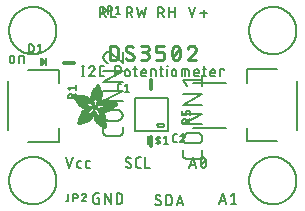
<source format=gbr>
G04 EAGLE Gerber RS-274X export*
G75*
%MOMM*%
%FSLAX34Y34*%
%LPD*%
%INSilkscreen Top*%
%IPPOS*%
%AMOC8*
5,1,8,0,0,1.08239X$1,22.5*%
G01*
%ADD10C,0.152400*%
%ADD11C,0.228600*%
%ADD12C,0.127000*%
%ADD13C,0.304800*%
%ADD14C,0.203200*%
%ADD15R,0.050800X0.006300*%
%ADD16R,0.082600X0.006400*%
%ADD17R,0.120600X0.006300*%
%ADD18R,0.139700X0.006400*%
%ADD19R,0.158800X0.006300*%
%ADD20R,0.177800X0.006400*%
%ADD21R,0.196800X0.006300*%
%ADD22R,0.215900X0.006400*%
%ADD23R,0.228600X0.006300*%
%ADD24R,0.241300X0.006400*%
%ADD25R,0.254000X0.006300*%
%ADD26R,0.266700X0.006400*%
%ADD27R,0.279400X0.006300*%
%ADD28R,0.285700X0.006400*%
%ADD29R,0.298400X0.006300*%
%ADD30R,0.311200X0.006400*%
%ADD31R,0.317500X0.006300*%
%ADD32R,0.330200X0.006400*%
%ADD33R,0.336600X0.006300*%
%ADD34R,0.349200X0.006400*%
%ADD35R,0.361900X0.006300*%
%ADD36R,0.368300X0.006400*%
%ADD37R,0.381000X0.006300*%
%ADD38R,0.387300X0.006400*%
%ADD39R,0.393700X0.006300*%
%ADD40R,0.406400X0.006400*%
%ADD41R,0.412700X0.006300*%
%ADD42R,0.419100X0.006400*%
%ADD43R,0.431800X0.006300*%
%ADD44R,0.438100X0.006400*%
%ADD45R,0.450800X0.006300*%
%ADD46R,0.457200X0.006400*%
%ADD47R,0.463500X0.006300*%
%ADD48R,0.476200X0.006400*%
%ADD49R,0.482600X0.006300*%
%ADD50R,0.488900X0.006400*%
%ADD51R,0.501600X0.006300*%
%ADD52R,0.508000X0.006400*%
%ADD53R,0.514300X0.006300*%
%ADD54R,0.527000X0.006400*%
%ADD55R,0.533400X0.006300*%
%ADD56R,0.546100X0.006400*%
%ADD57R,0.552400X0.006300*%
%ADD58R,0.558800X0.006400*%
%ADD59R,0.571500X0.006300*%
%ADD60R,0.577800X0.006400*%
%ADD61R,0.584200X0.006300*%
%ADD62R,0.596900X0.006400*%
%ADD63R,0.603200X0.006300*%
%ADD64R,0.609600X0.006400*%
%ADD65R,0.622300X0.006300*%
%ADD66R,0.628600X0.006400*%
%ADD67R,0.641300X0.006300*%
%ADD68R,0.647700X0.006400*%
%ADD69R,0.063500X0.006300*%
%ADD70R,0.654000X0.006300*%
%ADD71R,0.101600X0.006400*%
%ADD72R,0.666700X0.006400*%
%ADD73R,0.139700X0.006300*%
%ADD74R,0.673100X0.006300*%
%ADD75R,0.165100X0.006400*%
%ADD76R,0.679400X0.006400*%
%ADD77R,0.196900X0.006300*%
%ADD78R,0.692100X0.006300*%
%ADD79R,0.222200X0.006400*%
%ADD80R,0.698500X0.006400*%
%ADD81R,0.247700X0.006300*%
%ADD82R,0.704800X0.006300*%
%ADD83R,0.279400X0.006400*%
%ADD84R,0.717500X0.006400*%
%ADD85R,0.298500X0.006300*%
%ADD86R,0.723900X0.006300*%
%ADD87R,0.736600X0.006400*%
%ADD88R,0.342900X0.006300*%
%ADD89R,0.742900X0.006300*%
%ADD90R,0.374700X0.006400*%
%ADD91R,0.749300X0.006400*%
%ADD92R,0.762000X0.006300*%
%ADD93R,0.412700X0.006400*%
%ADD94R,0.768300X0.006400*%
%ADD95R,0.438100X0.006300*%
%ADD96R,0.774700X0.006300*%
%ADD97R,0.463600X0.006400*%
%ADD98R,0.787400X0.006400*%
%ADD99R,0.793700X0.006300*%
%ADD100R,0.495300X0.006400*%
%ADD101R,0.800100X0.006400*%
%ADD102R,0.520700X0.006300*%
%ADD103R,0.812800X0.006300*%
%ADD104R,0.533400X0.006400*%
%ADD105R,0.819100X0.006400*%
%ADD106R,0.558800X0.006300*%
%ADD107R,0.825500X0.006300*%
%ADD108R,0.577900X0.006400*%
%ADD109R,0.831800X0.006400*%
%ADD110R,0.596900X0.006300*%
%ADD111R,0.844500X0.006300*%
%ADD112R,0.616000X0.006400*%
%ADD113R,0.850900X0.006400*%
%ADD114R,0.635000X0.006300*%
%ADD115R,0.857200X0.006300*%
%ADD116R,0.654100X0.006400*%
%ADD117R,0.863600X0.006400*%
%ADD118R,0.666700X0.006300*%
%ADD119R,0.869900X0.006300*%
%ADD120R,0.685800X0.006400*%
%ADD121R,0.876300X0.006400*%
%ADD122R,0.882600X0.006300*%
%ADD123R,0.723900X0.006400*%
%ADD124R,0.889000X0.006400*%
%ADD125R,0.895300X0.006300*%
%ADD126R,0.755700X0.006400*%
%ADD127R,0.901700X0.006400*%
%ADD128R,0.908000X0.006300*%
%ADD129R,0.793800X0.006400*%
%ADD130R,0.914400X0.006400*%
%ADD131R,0.806400X0.006300*%
%ADD132R,0.920700X0.006300*%
%ADD133R,0.825500X0.006400*%
%ADD134R,0.927100X0.006400*%
%ADD135R,0.933400X0.006300*%
%ADD136R,0.857300X0.006400*%
%ADD137R,0.939800X0.006400*%
%ADD138R,0.870000X0.006300*%
%ADD139R,0.939800X0.006300*%
%ADD140R,0.946100X0.006400*%
%ADD141R,0.952500X0.006300*%
%ADD142R,0.908000X0.006400*%
%ADD143R,0.958800X0.006400*%
%ADD144R,0.965200X0.006300*%
%ADD145R,0.965200X0.006400*%
%ADD146R,0.971500X0.006300*%
%ADD147R,0.952500X0.006400*%
%ADD148R,0.977900X0.006400*%
%ADD149R,0.958800X0.006300*%
%ADD150R,0.984200X0.006300*%
%ADD151R,0.971500X0.006400*%
%ADD152R,0.984200X0.006400*%
%ADD153R,0.990600X0.006300*%
%ADD154R,0.984300X0.006400*%
%ADD155R,0.996900X0.006400*%
%ADD156R,0.997000X0.006300*%
%ADD157R,0.996900X0.006300*%
%ADD158R,1.003300X0.006400*%
%ADD159R,1.016000X0.006300*%
%ADD160R,1.009600X0.006300*%
%ADD161R,1.016000X0.006400*%
%ADD162R,1.009600X0.006400*%
%ADD163R,1.022300X0.006300*%
%ADD164R,1.028700X0.006400*%
%ADD165R,1.035100X0.006300*%
%ADD166R,1.047800X0.006400*%
%ADD167R,1.054100X0.006300*%
%ADD168R,1.028700X0.006300*%
%ADD169R,1.054100X0.006400*%
%ADD170R,1.035000X0.006400*%
%ADD171R,1.060400X0.006300*%
%ADD172R,1.035000X0.006300*%
%ADD173R,1.060500X0.006400*%
%ADD174R,1.041400X0.006400*%
%ADD175R,1.066800X0.006300*%
%ADD176R,1.041400X0.006300*%
%ADD177R,1.079500X0.006400*%
%ADD178R,1.047700X0.006400*%
%ADD179R,1.085900X0.006300*%
%ADD180R,1.047700X0.006300*%
%ADD181R,1.085800X0.006400*%
%ADD182R,1.092200X0.006300*%
%ADD183R,1.085900X0.006400*%
%ADD184R,1.098600X0.006300*%
%ADD185R,1.098600X0.006400*%
%ADD186R,1.060400X0.006400*%
%ADD187R,1.104900X0.006300*%
%ADD188R,1.104900X0.006400*%
%ADD189R,1.066800X0.006400*%
%ADD190R,1.111200X0.006300*%
%ADD191R,1.117600X0.006400*%
%ADD192R,1.117600X0.006300*%
%ADD193R,1.073100X0.006300*%
%ADD194R,1.073100X0.006400*%
%ADD195R,1.124000X0.006300*%
%ADD196R,1.079500X0.006300*%
%ADD197R,1.123900X0.006400*%
%ADD198R,1.130300X0.006300*%
%ADD199R,1.130300X0.006400*%
%ADD200R,1.136700X0.006400*%
%ADD201R,1.136700X0.006300*%
%ADD202R,1.085800X0.006300*%
%ADD203R,1.136600X0.006400*%
%ADD204R,1.136600X0.006300*%
%ADD205R,1.143000X0.006400*%
%ADD206R,1.143000X0.006300*%
%ADD207R,1.149400X0.006300*%
%ADD208R,1.149300X0.006300*%
%ADD209R,1.149300X0.006400*%
%ADD210R,1.149400X0.006400*%
%ADD211R,1.155700X0.006400*%
%ADD212R,1.155700X0.006300*%
%ADD213R,1.060500X0.006300*%
%ADD214R,2.197100X0.006400*%
%ADD215R,2.197100X0.006300*%
%ADD216R,2.184400X0.006300*%
%ADD217R,2.184400X0.006400*%
%ADD218R,2.171700X0.006400*%
%ADD219R,2.171700X0.006300*%
%ADD220R,1.530300X0.006400*%
%ADD221R,1.505000X0.006300*%
%ADD222R,1.492300X0.006400*%
%ADD223R,1.485900X0.006300*%
%ADD224R,0.565200X0.006300*%
%ADD225R,1.473200X0.006400*%
%ADD226R,0.565200X0.006400*%
%ADD227R,1.460500X0.006300*%
%ADD228R,1.454100X0.006400*%
%ADD229R,0.552400X0.006400*%
%ADD230R,1.441500X0.006300*%
%ADD231R,0.546100X0.006300*%
%ADD232R,1.435100X0.006400*%
%ADD233R,0.539800X0.006400*%
%ADD234R,1.428800X0.006300*%
%ADD235R,1.422400X0.006400*%
%ADD236R,1.409700X0.006300*%
%ADD237R,0.527100X0.006300*%
%ADD238R,1.403300X0.006400*%
%ADD239R,0.527100X0.006400*%
%ADD240R,1.390700X0.006300*%
%ADD241R,1.384300X0.006400*%
%ADD242R,0.520700X0.006400*%
%ADD243R,1.384300X0.006300*%
%ADD244R,0.514400X0.006300*%
%ADD245R,1.371600X0.006400*%
%ADD246R,1.365200X0.006300*%
%ADD247R,0.508000X0.006300*%
%ADD248R,1.352600X0.006400*%
%ADD249R,0.501700X0.006400*%
%ADD250R,0.711200X0.006300*%
%ADD251R,0.603300X0.006300*%
%ADD252R,0.501700X0.006300*%
%ADD253R,0.692100X0.006400*%
%ADD254R,0.571500X0.006400*%
%ADD255R,0.679400X0.006300*%
%ADD256R,0.495300X0.006300*%
%ADD257R,0.673100X0.006400*%
%ADD258R,0.666800X0.006300*%
%ADD259R,0.488900X0.006300*%
%ADD260R,0.660400X0.006400*%
%ADD261R,0.482600X0.006400*%
%ADD262R,0.476200X0.006300*%
%ADD263R,0.654000X0.006400*%
%ADD264R,0.469900X0.006400*%
%ADD265R,0.476300X0.006400*%
%ADD266R,0.647700X0.006300*%
%ADD267R,0.457200X0.006300*%
%ADD268R,0.469900X0.006300*%
%ADD269R,0.641300X0.006400*%
%ADD270R,0.444500X0.006400*%
%ADD271R,0.463600X0.006300*%
%ADD272R,0.635000X0.006400*%
%ADD273R,0.463500X0.006400*%
%ADD274R,0.393700X0.006400*%
%ADD275R,0.450800X0.006400*%
%ADD276R,0.628600X0.006300*%
%ADD277R,0.387400X0.006300*%
%ADD278R,0.450900X0.006300*%
%ADD279R,0.628700X0.006400*%
%ADD280R,0.374600X0.006400*%
%ADD281R,0.368300X0.006300*%
%ADD282R,0.438200X0.006300*%
%ADD283R,0.622300X0.006400*%
%ADD284R,0.355600X0.006400*%
%ADD285R,0.431800X0.006400*%
%ADD286R,0.349300X0.006300*%
%ADD287R,0.425400X0.006300*%
%ADD288R,0.615900X0.006300*%
%ADD289R,0.330200X0.006300*%
%ADD290R,0.419100X0.006300*%
%ADD291R,0.616000X0.006300*%
%ADD292R,0.311200X0.006300*%
%ADD293R,0.406400X0.006300*%
%ADD294R,0.615900X0.006400*%
%ADD295R,0.304800X0.006400*%
%ADD296R,0.158800X0.006400*%
%ADD297R,0.609600X0.006300*%
%ADD298R,0.292100X0.006300*%
%ADD299R,0.235000X0.006300*%
%ADD300R,0.387400X0.006400*%
%ADD301R,0.292100X0.006400*%
%ADD302R,0.336500X0.006300*%
%ADD303R,0.260400X0.006300*%
%ADD304R,0.603300X0.006400*%
%ADD305R,0.260400X0.006400*%
%ADD306R,0.362000X0.006400*%
%ADD307R,0.450900X0.006400*%
%ADD308R,0.355600X0.006300*%
%ADD309R,0.342900X0.006400*%
%ADD310R,0.514300X0.006400*%
%ADD311R,0.234900X0.006300*%
%ADD312R,0.539700X0.006300*%
%ADD313R,0.603200X0.006400*%
%ADD314R,0.234900X0.006400*%
%ADD315R,0.920700X0.006400*%
%ADD316R,0.958900X0.006400*%
%ADD317R,0.215900X0.006300*%
%ADD318R,0.209600X0.006400*%
%ADD319R,0.203200X0.006300*%
%ADD320R,1.003300X0.006300*%
%ADD321R,0.203200X0.006400*%
%ADD322R,0.196900X0.006400*%
%ADD323R,0.190500X0.006300*%
%ADD324R,0.190500X0.006400*%
%ADD325R,0.184200X0.006300*%
%ADD326R,0.590500X0.006400*%
%ADD327R,0.184200X0.006400*%
%ADD328R,0.590500X0.006300*%
%ADD329R,0.177800X0.006300*%
%ADD330R,0.584200X0.006400*%
%ADD331R,1.168400X0.006400*%
%ADD332R,0.171500X0.006300*%
%ADD333R,1.187500X0.006300*%
%ADD334R,1.200100X0.006400*%
%ADD335R,0.577800X0.006300*%
%ADD336R,1.212900X0.006300*%
%ADD337R,1.231900X0.006400*%
%ADD338R,1.250900X0.006300*%
%ADD339R,0.565100X0.006400*%
%ADD340R,0.184100X0.006400*%
%ADD341R,1.263700X0.006400*%
%ADD342R,0.565100X0.006300*%
%ADD343R,1.289100X0.006300*%
%ADD344R,1.314400X0.006400*%
%ADD345R,0.552500X0.006300*%
%ADD346R,1.568500X0.006300*%
%ADD347R,0.552500X0.006400*%
%ADD348R,1.581200X0.006400*%
%ADD349R,1.593800X0.006300*%
%ADD350R,1.606500X0.006400*%
%ADD351R,1.619300X0.006300*%
%ADD352R,0.514400X0.006400*%
%ADD353R,1.638300X0.006400*%
%ADD354R,1.657300X0.006300*%
%ADD355R,2.209800X0.006400*%
%ADD356R,2.425700X0.006300*%
%ADD357R,2.470100X0.006400*%
%ADD358R,2.501900X0.006300*%
%ADD359R,2.533700X0.006400*%
%ADD360R,2.559000X0.006300*%
%ADD361R,2.584500X0.006400*%
%ADD362R,2.609900X0.006300*%
%ADD363R,2.628900X0.006400*%
%ADD364R,2.660600X0.006300*%
%ADD365R,2.673400X0.006400*%
%ADD366R,1.422400X0.006300*%
%ADD367R,1.200200X0.006300*%
%ADD368R,1.365300X0.006300*%
%ADD369R,1.365300X0.006400*%
%ADD370R,1.352500X0.006300*%
%ADD371R,1.098500X0.006300*%
%ADD372R,1.358900X0.006400*%
%ADD373R,1.352600X0.006300*%
%ADD374R,1.358900X0.006300*%
%ADD375R,1.371600X0.006300*%
%ADD376R,1.377900X0.006400*%
%ADD377R,1.397000X0.006400*%
%ADD378R,1.403300X0.006300*%
%ADD379R,0.914400X0.006300*%
%ADD380R,0.876300X0.006300*%
%ADD381R,0.374600X0.006300*%
%ADD382R,1.073200X0.006400*%
%ADD383R,0.374700X0.006300*%
%ADD384R,0.844600X0.006400*%
%ADD385R,0.844600X0.006300*%
%ADD386R,0.831900X0.006400*%
%ADD387R,1.092200X0.006400*%
%ADD388R,0.400000X0.006300*%
%ADD389R,0.819200X0.006400*%
%ADD390R,1.111300X0.006400*%
%ADD391R,0.812800X0.006400*%
%ADD392R,0.800100X0.006300*%
%ADD393R,0.476300X0.006300*%
%ADD394R,1.181100X0.006300*%
%ADD395R,0.501600X0.006400*%
%ADD396R,1.193800X0.006400*%
%ADD397R,0.781000X0.006400*%
%ADD398R,1.238200X0.006400*%
%ADD399R,0.781100X0.006300*%
%ADD400R,1.257300X0.006300*%
%ADD401R,1.295400X0.006400*%
%ADD402R,1.333500X0.006300*%
%ADD403R,0.774700X0.006400*%
%ADD404R,1.866900X0.006400*%
%ADD405R,0.209600X0.006300*%
%ADD406R,1.866900X0.006300*%
%ADD407R,0.768400X0.006400*%
%ADD408R,0.209500X0.006400*%
%ADD409R,1.860600X0.006400*%
%ADD410R,0.762000X0.006400*%
%ADD411R,0.768400X0.006300*%
%ADD412R,1.860600X0.006300*%
%ADD413R,1.860500X0.006400*%
%ADD414R,0.222300X0.006300*%
%ADD415R,1.854200X0.006300*%
%ADD416R,0.235000X0.006400*%
%ADD417R,1.854200X0.006400*%
%ADD418R,0.768300X0.006300*%
%ADD419R,0.260300X0.006400*%
%ADD420R,1.847800X0.006400*%
%ADD421R,0.266700X0.006300*%
%ADD422R,1.847800X0.006300*%
%ADD423R,0.273100X0.006400*%
%ADD424R,1.841500X0.006400*%
%ADD425R,0.285800X0.006300*%
%ADD426R,1.841500X0.006300*%
%ADD427R,0.298500X0.006400*%
%ADD428R,1.835100X0.006400*%
%ADD429R,0.781000X0.006300*%
%ADD430R,0.304800X0.006300*%
%ADD431R,1.835100X0.006300*%
%ADD432R,0.317500X0.006400*%
%ADD433R,1.828800X0.006400*%
%ADD434R,0.787400X0.006300*%
%ADD435R,0.323800X0.006300*%
%ADD436R,1.828800X0.006300*%
%ADD437R,0.793700X0.006400*%
%ADD438R,1.822400X0.006400*%
%ADD439R,0.806500X0.006300*%
%ADD440R,1.822400X0.006300*%
%ADD441R,1.816100X0.006400*%
%ADD442R,0.819100X0.006300*%
%ADD443R,0.387300X0.006300*%
%ADD444R,1.816100X0.006300*%
%ADD445R,1.809800X0.006400*%
%ADD446R,1.803400X0.006300*%
%ADD447R,1.797000X0.006400*%
%ADD448R,0.901700X0.006300*%
%ADD449R,1.797000X0.006300*%
%ADD450R,1.441400X0.006400*%
%ADD451R,1.790700X0.006400*%
%ADD452R,1.447800X0.006300*%
%ADD453R,1.784300X0.006300*%
%ADD454R,1.447800X0.006400*%
%ADD455R,1.784300X0.006400*%
%ADD456R,1.454100X0.006300*%
%ADD457R,1.771700X0.006300*%
%ADD458R,1.460500X0.006400*%
%ADD459R,1.759000X0.006400*%
%ADD460R,1.466800X0.006300*%
%ADD461R,1.752600X0.006300*%
%ADD462R,1.466800X0.006400*%
%ADD463R,1.739900X0.006400*%
%ADD464R,1.473200X0.006300*%
%ADD465R,1.727200X0.006300*%
%ADD466R,1.479500X0.006400*%
%ADD467R,1.714500X0.006400*%
%ADD468R,1.695400X0.006300*%
%ADD469R,1.485900X0.006400*%
%ADD470R,1.682700X0.006400*%
%ADD471R,1.492200X0.006300*%
%ADD472R,1.663700X0.006300*%
%ADD473R,1.498600X0.006400*%
%ADD474R,1.644600X0.006400*%
%ADD475R,1.498600X0.006300*%
%ADD476R,1.619200X0.006300*%
%ADD477R,1.511300X0.006400*%
%ADD478R,1.600200X0.006400*%
%ADD479R,1.517700X0.006300*%
%ADD480R,1.574800X0.006300*%
%ADD481R,1.524000X0.006400*%
%ADD482R,1.555800X0.006400*%
%ADD483R,1.524000X0.006300*%
%ADD484R,1.536700X0.006300*%
%ADD485R,1.530400X0.006400*%
%ADD486R,1.517700X0.006400*%
%ADD487R,1.492300X0.006300*%
%ADD488R,1.549400X0.006400*%
%ADD489R,1.479600X0.006400*%
%ADD490R,1.549400X0.006300*%
%ADD491R,1.555700X0.006400*%
%ADD492R,1.562100X0.006300*%
%ADD493R,0.323900X0.006300*%
%ADD494R,1.568400X0.006400*%
%ADD495R,0.336600X0.006400*%
%ADD496R,1.587500X0.006300*%
%ADD497R,0.971600X0.006300*%
%ADD498R,0.349300X0.006400*%
%ADD499R,1.600200X0.006300*%
%ADD500R,0.920800X0.006300*%
%ADD501R,0.882700X0.006400*%
%ADD502R,1.612900X0.006300*%
%ADD503R,0.362000X0.006300*%
%ADD504R,1.625600X0.006400*%
%ADD505R,1.625600X0.006300*%
%ADD506R,1.644600X0.006300*%
%ADD507R,0.736600X0.006300*%
%ADD508R,0.717600X0.006400*%
%ADD509R,1.657400X0.006300*%
%ADD510R,0.679500X0.006300*%
%ADD511R,1.663700X0.006400*%
%ADD512R,0.400000X0.006400*%
%ADD513R,1.676400X0.006300*%
%ADD514R,1.676400X0.006400*%
%ADD515R,0.425500X0.006400*%
%ADD516R,1.352500X0.006400*%
%ADD517R,0.444500X0.006300*%
%ADD518R,0.361900X0.006400*%
%ADD519R,0.088900X0.006300*%
%ADD520R,1.009700X0.006300*%
%ADD521R,1.009700X0.006400*%
%ADD522R,1.022300X0.006400*%
%ADD523R,1.346200X0.006400*%
%ADD524R,1.346200X0.006300*%
%ADD525R,1.339900X0.006400*%
%ADD526R,1.035100X0.006400*%
%ADD527R,1.339800X0.006300*%
%ADD528R,1.333500X0.006400*%
%ADD529R,1.327200X0.006400*%
%ADD530R,1.320800X0.006300*%
%ADD531R,1.314500X0.006400*%
%ADD532R,1.314400X0.006300*%
%ADD533R,1.301700X0.006400*%
%ADD534R,1.295400X0.006300*%
%ADD535R,1.289000X0.006400*%
%ADD536R,1.276300X0.006300*%
%ADD537R,1.251000X0.006300*%
%ADD538R,1.244600X0.006400*%
%ADD539R,1.231900X0.006300*%
%ADD540R,1.212800X0.006400*%
%ADD541R,1.200100X0.006300*%
%ADD542R,1.187400X0.006400*%
%ADD543R,1.168400X0.006300*%
%ADD544R,1.047800X0.006300*%
%ADD545R,0.977900X0.006300*%
%ADD546R,0.946200X0.006400*%
%ADD547R,0.933400X0.006400*%
%ADD548R,0.895300X0.006400*%
%ADD549R,0.882700X0.006300*%
%ADD550R,0.863600X0.006300*%
%ADD551R,0.857200X0.006400*%
%ADD552R,0.850900X0.006300*%
%ADD553R,0.838200X0.006300*%
%ADD554R,0.806500X0.006400*%
%ADD555R,0.717600X0.006300*%
%ADD556R,0.711200X0.006400*%
%ADD557R,0.641400X0.006400*%
%ADD558R,0.641400X0.006300*%
%ADD559R,0.628700X0.006300*%
%ADD560R,0.590600X0.006300*%
%ADD561R,0.539700X0.006400*%
%ADD562R,0.285700X0.006300*%
%ADD563R,0.222200X0.006300*%
%ADD564R,0.171400X0.006300*%
%ADD565R,0.152400X0.006400*%
%ADD566R,0.133400X0.006300*%
%ADD567R,0.127000X0.762000*%

G36*
X32581Y122436D02*
X32581Y122436D01*
X32610Y122435D01*
X32700Y122462D01*
X32792Y122482D01*
X32817Y122497D01*
X32846Y122506D01*
X32988Y122596D01*
X36163Y125136D01*
X36232Y125213D01*
X36305Y125286D01*
X36314Y125304D01*
X36327Y125318D01*
X36369Y125414D01*
X36415Y125506D01*
X36417Y125526D01*
X36425Y125544D01*
X36434Y125647D01*
X36448Y125750D01*
X36444Y125769D01*
X36446Y125789D01*
X36421Y125890D01*
X36402Y125992D01*
X36392Y126009D01*
X36388Y126028D01*
X36332Y126116D01*
X36281Y126206D01*
X36264Y126223D01*
X36256Y126236D01*
X36231Y126256D01*
X36163Y126324D01*
X32988Y128864D01*
X32962Y128879D01*
X32940Y128900D01*
X32855Y128939D01*
X32773Y128985D01*
X32744Y128991D01*
X32717Y129003D01*
X32624Y129013D01*
X32532Y129031D01*
X32502Y129027D01*
X32473Y129030D01*
X32381Y129010D01*
X32288Y128998D01*
X32261Y128984D01*
X32232Y128978D01*
X32152Y128930D01*
X32068Y128888D01*
X32047Y128867D01*
X32021Y128852D01*
X31960Y128780D01*
X31894Y128714D01*
X31881Y128688D01*
X31861Y128665D01*
X31826Y128578D01*
X31784Y128494D01*
X31780Y128464D01*
X31769Y128437D01*
X31751Y128270D01*
X31751Y123190D01*
X31756Y123161D01*
X31753Y123131D01*
X31775Y123040D01*
X31791Y122947D01*
X31804Y122921D01*
X31811Y122892D01*
X31862Y122813D01*
X31906Y122730D01*
X31927Y122709D01*
X31943Y122684D01*
X32016Y122625D01*
X32084Y122561D01*
X32111Y122548D01*
X32134Y122529D01*
X32222Y122496D01*
X32307Y122457D01*
X32337Y122454D01*
X32364Y122443D01*
X32458Y122440D01*
X32551Y122430D01*
X32581Y122436D01*
G37*
D10*
X53561Y44958D02*
X56440Y36322D01*
X59318Y44958D01*
X64510Y36322D02*
X66429Y36322D01*
X64510Y36322D02*
X64435Y36324D01*
X64360Y36330D01*
X64285Y36340D01*
X64211Y36353D01*
X64138Y36371D01*
X64065Y36392D01*
X63994Y36418D01*
X63925Y36446D01*
X63857Y36479D01*
X63791Y36515D01*
X63726Y36554D01*
X63664Y36597D01*
X63604Y36643D01*
X63547Y36692D01*
X63492Y36743D01*
X63441Y36798D01*
X63392Y36855D01*
X63346Y36915D01*
X63303Y36977D01*
X63264Y37042D01*
X63228Y37108D01*
X63195Y37176D01*
X63167Y37245D01*
X63141Y37316D01*
X63120Y37389D01*
X63102Y37462D01*
X63089Y37536D01*
X63079Y37611D01*
X63073Y37686D01*
X63071Y37761D01*
X63070Y37761D02*
X63070Y40640D01*
X63071Y40640D02*
X63073Y40715D01*
X63079Y40790D01*
X63089Y40865D01*
X63102Y40939D01*
X63120Y41012D01*
X63141Y41085D01*
X63167Y41156D01*
X63195Y41225D01*
X63228Y41293D01*
X63264Y41360D01*
X63303Y41424D01*
X63346Y41486D01*
X63392Y41546D01*
X63441Y41603D01*
X63492Y41658D01*
X63547Y41709D01*
X63604Y41758D01*
X63664Y41804D01*
X63726Y41847D01*
X63791Y41886D01*
X63857Y41922D01*
X63925Y41955D01*
X63994Y41983D01*
X64065Y42009D01*
X64138Y42030D01*
X64211Y42048D01*
X64285Y42061D01*
X64360Y42071D01*
X64435Y42077D01*
X64510Y42079D01*
X66429Y42079D01*
X71520Y36322D02*
X73439Y36322D01*
X71520Y36322D02*
X71445Y36324D01*
X71370Y36330D01*
X71295Y36340D01*
X71221Y36353D01*
X71148Y36371D01*
X71075Y36392D01*
X71004Y36418D01*
X70935Y36446D01*
X70867Y36479D01*
X70801Y36515D01*
X70736Y36554D01*
X70674Y36597D01*
X70614Y36643D01*
X70557Y36692D01*
X70502Y36743D01*
X70451Y36798D01*
X70402Y36855D01*
X70356Y36915D01*
X70313Y36977D01*
X70274Y37042D01*
X70238Y37108D01*
X70205Y37176D01*
X70177Y37245D01*
X70151Y37316D01*
X70130Y37389D01*
X70112Y37462D01*
X70099Y37536D01*
X70089Y37611D01*
X70083Y37686D01*
X70081Y37761D01*
X70081Y40640D01*
X70083Y40715D01*
X70089Y40790D01*
X70099Y40865D01*
X70112Y40939D01*
X70130Y41012D01*
X70151Y41085D01*
X70177Y41156D01*
X70205Y41225D01*
X70238Y41293D01*
X70274Y41360D01*
X70313Y41424D01*
X70356Y41486D01*
X70402Y41546D01*
X70451Y41603D01*
X70502Y41658D01*
X70557Y41709D01*
X70614Y41758D01*
X70674Y41804D01*
X70736Y41847D01*
X70801Y41886D01*
X70867Y41922D01*
X70935Y41955D01*
X71004Y41983D01*
X71075Y42009D01*
X71148Y42030D01*
X71221Y42048D01*
X71295Y42061D01*
X71370Y42071D01*
X71445Y42077D01*
X71520Y42079D01*
X73439Y42079D01*
X80106Y10640D02*
X81545Y10640D01*
X81545Y5842D01*
X78667Y5842D01*
X78581Y5844D01*
X78495Y5850D01*
X78409Y5859D01*
X78324Y5873D01*
X78240Y5890D01*
X78156Y5911D01*
X78074Y5936D01*
X77993Y5964D01*
X77913Y5996D01*
X77834Y6032D01*
X77758Y6071D01*
X77683Y6114D01*
X77610Y6159D01*
X77539Y6208D01*
X77471Y6261D01*
X77404Y6316D01*
X77341Y6374D01*
X77280Y6435D01*
X77222Y6498D01*
X77167Y6565D01*
X77114Y6633D01*
X77065Y6704D01*
X77020Y6777D01*
X76977Y6852D01*
X76938Y6928D01*
X76902Y7007D01*
X76870Y7087D01*
X76842Y7168D01*
X76817Y7250D01*
X76796Y7334D01*
X76779Y7418D01*
X76765Y7503D01*
X76756Y7589D01*
X76750Y7675D01*
X76748Y7761D01*
X76748Y12559D01*
X76750Y12645D01*
X76756Y12731D01*
X76765Y12817D01*
X76779Y12902D01*
X76796Y12986D01*
X76817Y13070D01*
X76842Y13152D01*
X76870Y13233D01*
X76902Y13313D01*
X76938Y13392D01*
X76977Y13468D01*
X77020Y13543D01*
X77065Y13616D01*
X77114Y13687D01*
X77167Y13755D01*
X77222Y13822D01*
X77280Y13885D01*
X77341Y13946D01*
X77404Y14004D01*
X77471Y14059D01*
X77539Y14111D01*
X77610Y14161D01*
X77683Y14206D01*
X77758Y14249D01*
X77834Y14288D01*
X77913Y14324D01*
X77993Y14356D01*
X78074Y14384D01*
X78156Y14409D01*
X78240Y14430D01*
X78324Y14447D01*
X78409Y14461D01*
X78495Y14470D01*
X78581Y14476D01*
X78667Y14478D01*
X81545Y14478D01*
X86501Y14478D02*
X86501Y5842D01*
X91299Y5842D02*
X86501Y14478D01*
X91299Y14478D02*
X91299Y5842D01*
X96255Y5842D02*
X96255Y14478D01*
X98654Y14478D01*
X98751Y14476D01*
X98847Y14470D01*
X98943Y14461D01*
X99039Y14447D01*
X99134Y14430D01*
X99228Y14408D01*
X99321Y14383D01*
X99414Y14355D01*
X99505Y14322D01*
X99594Y14286D01*
X99682Y14246D01*
X99769Y14203D01*
X99854Y14157D01*
X99936Y14107D01*
X100017Y14053D01*
X100095Y13997D01*
X100171Y13937D01*
X100245Y13875D01*
X100316Y13809D01*
X100384Y13741D01*
X100450Y13670D01*
X100512Y13596D01*
X100572Y13520D01*
X100628Y13442D01*
X100682Y13361D01*
X100732Y13279D01*
X100778Y13194D01*
X100821Y13107D01*
X100861Y13019D01*
X100897Y12930D01*
X100930Y12839D01*
X100958Y12746D01*
X100983Y12653D01*
X101005Y12559D01*
X101022Y12464D01*
X101036Y12368D01*
X101045Y12272D01*
X101051Y12176D01*
X101053Y12079D01*
X101052Y12079D02*
X101052Y8241D01*
X101053Y8241D02*
X101051Y8144D01*
X101045Y8048D01*
X101036Y7952D01*
X101022Y7856D01*
X101005Y7761D01*
X100983Y7667D01*
X100958Y7574D01*
X100930Y7481D01*
X100897Y7390D01*
X100861Y7301D01*
X100821Y7213D01*
X100778Y7126D01*
X100732Y7041D01*
X100682Y6959D01*
X100628Y6878D01*
X100572Y6800D01*
X100512Y6724D01*
X100450Y6650D01*
X100384Y6579D01*
X100316Y6511D01*
X100245Y6445D01*
X100171Y6383D01*
X100095Y6323D01*
X100017Y6267D01*
X99936Y6213D01*
X99854Y6163D01*
X99769Y6117D01*
X99682Y6074D01*
X99594Y6034D01*
X99505Y5998D01*
X99414Y5965D01*
X99321Y5937D01*
X99228Y5912D01*
X99134Y5890D01*
X99039Y5873D01*
X98943Y5859D01*
X98847Y5850D01*
X98751Y5844D01*
X98654Y5842D01*
X96255Y5842D01*
X106865Y36322D02*
X106951Y36324D01*
X107037Y36330D01*
X107123Y36339D01*
X107208Y36353D01*
X107292Y36370D01*
X107376Y36391D01*
X107458Y36416D01*
X107539Y36444D01*
X107619Y36476D01*
X107698Y36512D01*
X107774Y36551D01*
X107849Y36594D01*
X107922Y36639D01*
X107993Y36689D01*
X108061Y36741D01*
X108128Y36796D01*
X108191Y36854D01*
X108252Y36915D01*
X108310Y36978D01*
X108365Y37045D01*
X108418Y37113D01*
X108467Y37184D01*
X108512Y37257D01*
X108555Y37332D01*
X108594Y37408D01*
X108630Y37487D01*
X108662Y37567D01*
X108690Y37648D01*
X108715Y37730D01*
X108736Y37814D01*
X108753Y37898D01*
X108767Y37983D01*
X108776Y38069D01*
X108782Y38155D01*
X108784Y38241D01*
X106865Y36322D02*
X106742Y36324D01*
X106619Y36329D01*
X106496Y36339D01*
X106374Y36352D01*
X106252Y36369D01*
X106130Y36389D01*
X106010Y36413D01*
X105890Y36441D01*
X105771Y36472D01*
X105653Y36507D01*
X105536Y36546D01*
X105420Y36588D01*
X105306Y36634D01*
X105193Y36683D01*
X105082Y36735D01*
X104972Y36791D01*
X104864Y36850D01*
X104758Y36913D01*
X104653Y36978D01*
X104551Y37047D01*
X104451Y37119D01*
X104354Y37194D01*
X104258Y37271D01*
X104165Y37352D01*
X104074Y37435D01*
X103986Y37521D01*
X104226Y43039D02*
X104228Y43125D01*
X104234Y43211D01*
X104243Y43297D01*
X104257Y43382D01*
X104274Y43466D01*
X104295Y43550D01*
X104320Y43632D01*
X104348Y43713D01*
X104380Y43793D01*
X104416Y43872D01*
X104455Y43948D01*
X104498Y44023D01*
X104543Y44096D01*
X104592Y44167D01*
X104645Y44235D01*
X104700Y44302D01*
X104758Y44365D01*
X104819Y44426D01*
X104882Y44484D01*
X104949Y44539D01*
X105017Y44592D01*
X105088Y44641D01*
X105161Y44686D01*
X105236Y44729D01*
X105312Y44768D01*
X105391Y44804D01*
X105471Y44836D01*
X105552Y44864D01*
X105634Y44889D01*
X105718Y44910D01*
X105802Y44927D01*
X105887Y44941D01*
X105973Y44950D01*
X106059Y44956D01*
X106145Y44958D01*
X106261Y44956D01*
X106376Y44951D01*
X106492Y44941D01*
X106607Y44928D01*
X106721Y44912D01*
X106835Y44891D01*
X106949Y44867D01*
X107061Y44839D01*
X107172Y44808D01*
X107283Y44773D01*
X107392Y44735D01*
X107500Y44693D01*
X107606Y44648D01*
X107712Y44599D01*
X107815Y44547D01*
X107917Y44492D01*
X108016Y44433D01*
X108114Y44371D01*
X108210Y44306D01*
X108304Y44238D01*
X105185Y41360D02*
X105111Y41406D01*
X105038Y41456D01*
X104968Y41509D01*
X104900Y41565D01*
X104835Y41624D01*
X104772Y41686D01*
X104713Y41751D01*
X104656Y41818D01*
X104602Y41888D01*
X104552Y41960D01*
X104505Y42034D01*
X104461Y42110D01*
X104421Y42189D01*
X104385Y42269D01*
X104352Y42350D01*
X104323Y42433D01*
X104297Y42518D01*
X104275Y42603D01*
X104258Y42689D01*
X104244Y42776D01*
X104234Y42863D01*
X104228Y42951D01*
X104226Y43039D01*
X107825Y39920D02*
X107899Y39874D01*
X107972Y39824D01*
X108042Y39771D01*
X108110Y39715D01*
X108175Y39656D01*
X108238Y39594D01*
X108297Y39529D01*
X108354Y39462D01*
X108408Y39392D01*
X108458Y39320D01*
X108505Y39246D01*
X108549Y39170D01*
X108589Y39091D01*
X108625Y39011D01*
X108658Y38930D01*
X108687Y38847D01*
X108713Y38762D01*
X108735Y38677D01*
X108752Y38591D01*
X108766Y38504D01*
X108776Y38417D01*
X108782Y38329D01*
X108784Y38241D01*
X107824Y39920D02*
X105185Y41360D01*
X114706Y36322D02*
X116625Y36322D01*
X114706Y36322D02*
X114620Y36324D01*
X114534Y36330D01*
X114448Y36339D01*
X114363Y36353D01*
X114279Y36370D01*
X114195Y36391D01*
X114113Y36416D01*
X114032Y36444D01*
X113952Y36476D01*
X113873Y36512D01*
X113797Y36551D01*
X113722Y36594D01*
X113649Y36639D01*
X113578Y36688D01*
X113510Y36741D01*
X113443Y36796D01*
X113380Y36854D01*
X113319Y36915D01*
X113261Y36978D01*
X113206Y37045D01*
X113153Y37113D01*
X113104Y37184D01*
X113059Y37257D01*
X113016Y37332D01*
X112977Y37408D01*
X112941Y37487D01*
X112909Y37567D01*
X112881Y37648D01*
X112856Y37730D01*
X112835Y37814D01*
X112818Y37898D01*
X112804Y37983D01*
X112795Y38069D01*
X112789Y38155D01*
X112787Y38241D01*
X112787Y43039D01*
X112789Y43125D01*
X112795Y43211D01*
X112804Y43297D01*
X112818Y43382D01*
X112835Y43466D01*
X112856Y43550D01*
X112881Y43632D01*
X112909Y43713D01*
X112941Y43793D01*
X112977Y43872D01*
X113016Y43948D01*
X113059Y44023D01*
X113104Y44096D01*
X113153Y44167D01*
X113206Y44235D01*
X113261Y44302D01*
X113319Y44365D01*
X113380Y44426D01*
X113443Y44484D01*
X113510Y44539D01*
X113578Y44591D01*
X113649Y44641D01*
X113722Y44686D01*
X113797Y44729D01*
X113873Y44768D01*
X113952Y44804D01*
X114032Y44836D01*
X114113Y44864D01*
X114195Y44889D01*
X114279Y44910D01*
X114363Y44927D01*
X114448Y44941D01*
X114534Y44950D01*
X114620Y44956D01*
X114706Y44958D01*
X116625Y44958D01*
X120776Y44958D02*
X120776Y36322D01*
X124614Y36322D01*
X133833Y6491D02*
X133831Y6405D01*
X133825Y6319D01*
X133816Y6233D01*
X133802Y6148D01*
X133785Y6064D01*
X133764Y5980D01*
X133739Y5898D01*
X133711Y5817D01*
X133679Y5737D01*
X133643Y5658D01*
X133604Y5582D01*
X133561Y5507D01*
X133516Y5434D01*
X133467Y5363D01*
X133414Y5295D01*
X133359Y5228D01*
X133301Y5165D01*
X133240Y5104D01*
X133177Y5046D01*
X133110Y4991D01*
X133042Y4939D01*
X132971Y4889D01*
X132898Y4844D01*
X132823Y4801D01*
X132747Y4762D01*
X132668Y4726D01*
X132588Y4694D01*
X132507Y4666D01*
X132425Y4641D01*
X132341Y4620D01*
X132257Y4603D01*
X132172Y4589D01*
X132086Y4580D01*
X132000Y4574D01*
X131914Y4572D01*
X131913Y4572D02*
X131790Y4574D01*
X131667Y4579D01*
X131544Y4589D01*
X131422Y4602D01*
X131300Y4619D01*
X131178Y4639D01*
X131058Y4663D01*
X130938Y4691D01*
X130819Y4722D01*
X130701Y4757D01*
X130584Y4796D01*
X130468Y4838D01*
X130354Y4884D01*
X130241Y4933D01*
X130130Y4985D01*
X130020Y5041D01*
X129912Y5100D01*
X129806Y5163D01*
X129701Y5228D01*
X129599Y5297D01*
X129499Y5369D01*
X129402Y5444D01*
X129306Y5521D01*
X129213Y5602D01*
X129122Y5685D01*
X129034Y5771D01*
X129275Y11289D02*
X129277Y11375D01*
X129283Y11461D01*
X129292Y11547D01*
X129306Y11632D01*
X129323Y11716D01*
X129344Y11800D01*
X129369Y11882D01*
X129397Y11963D01*
X129429Y12043D01*
X129465Y12122D01*
X129504Y12198D01*
X129547Y12273D01*
X129592Y12346D01*
X129641Y12417D01*
X129694Y12485D01*
X129749Y12552D01*
X129807Y12615D01*
X129868Y12676D01*
X129931Y12734D01*
X129998Y12789D01*
X130066Y12842D01*
X130137Y12891D01*
X130210Y12936D01*
X130285Y12979D01*
X130361Y13018D01*
X130440Y13054D01*
X130520Y13086D01*
X130601Y13114D01*
X130683Y13139D01*
X130767Y13160D01*
X130851Y13177D01*
X130936Y13191D01*
X131022Y13200D01*
X131108Y13206D01*
X131194Y13208D01*
X131310Y13206D01*
X131425Y13201D01*
X131541Y13191D01*
X131656Y13178D01*
X131770Y13162D01*
X131884Y13141D01*
X131998Y13117D01*
X132110Y13089D01*
X132221Y13058D01*
X132332Y13023D01*
X132441Y12985D01*
X132549Y12943D01*
X132655Y12898D01*
X132761Y12849D01*
X132864Y12797D01*
X132966Y12742D01*
X133065Y12683D01*
X133163Y12621D01*
X133259Y12556D01*
X133353Y12488D01*
X130234Y9610D02*
X130160Y9656D01*
X130087Y9706D01*
X130017Y9759D01*
X129949Y9815D01*
X129884Y9874D01*
X129821Y9936D01*
X129762Y10001D01*
X129705Y10068D01*
X129651Y10138D01*
X129601Y10210D01*
X129554Y10284D01*
X129510Y10360D01*
X129470Y10439D01*
X129434Y10519D01*
X129401Y10600D01*
X129372Y10683D01*
X129346Y10768D01*
X129324Y10853D01*
X129307Y10939D01*
X129293Y11026D01*
X129283Y11113D01*
X129277Y11201D01*
X129275Y11289D01*
X132874Y8170D02*
X132948Y8124D01*
X133021Y8074D01*
X133091Y8021D01*
X133159Y7965D01*
X133224Y7906D01*
X133287Y7844D01*
X133346Y7779D01*
X133403Y7712D01*
X133457Y7642D01*
X133507Y7570D01*
X133554Y7496D01*
X133598Y7420D01*
X133638Y7341D01*
X133674Y7261D01*
X133707Y7180D01*
X133736Y7097D01*
X133762Y7012D01*
X133784Y6927D01*
X133801Y6841D01*
X133815Y6754D01*
X133825Y6667D01*
X133831Y6579D01*
X133833Y6491D01*
X132873Y8170D02*
X130234Y9610D01*
X138179Y13208D02*
X138179Y4572D01*
X138179Y13208D02*
X140578Y13208D01*
X140675Y13206D01*
X140771Y13200D01*
X140867Y13191D01*
X140963Y13177D01*
X141058Y13160D01*
X141152Y13138D01*
X141245Y13113D01*
X141338Y13085D01*
X141429Y13052D01*
X141518Y13016D01*
X141606Y12976D01*
X141693Y12933D01*
X141778Y12887D01*
X141860Y12837D01*
X141941Y12783D01*
X142019Y12727D01*
X142095Y12667D01*
X142169Y12605D01*
X142240Y12539D01*
X142308Y12471D01*
X142374Y12400D01*
X142436Y12326D01*
X142496Y12250D01*
X142552Y12172D01*
X142606Y12091D01*
X142656Y12009D01*
X142702Y11924D01*
X142745Y11837D01*
X142785Y11749D01*
X142821Y11660D01*
X142854Y11569D01*
X142882Y11476D01*
X142907Y11383D01*
X142929Y11289D01*
X142946Y11194D01*
X142960Y11098D01*
X142969Y11002D01*
X142975Y10906D01*
X142977Y10809D01*
X142977Y6971D01*
X142975Y6874D01*
X142969Y6778D01*
X142960Y6682D01*
X142946Y6586D01*
X142929Y6491D01*
X142907Y6397D01*
X142882Y6304D01*
X142854Y6211D01*
X142821Y6120D01*
X142785Y6031D01*
X142745Y5943D01*
X142702Y5856D01*
X142656Y5771D01*
X142606Y5689D01*
X142552Y5608D01*
X142496Y5530D01*
X142436Y5454D01*
X142374Y5380D01*
X142308Y5309D01*
X142240Y5241D01*
X142169Y5175D01*
X142095Y5113D01*
X142019Y5053D01*
X141941Y4997D01*
X141860Y4943D01*
X141778Y4893D01*
X141693Y4847D01*
X141606Y4804D01*
X141518Y4764D01*
X141429Y4728D01*
X141338Y4695D01*
X141245Y4667D01*
X141152Y4642D01*
X141058Y4620D01*
X140963Y4603D01*
X140867Y4589D01*
X140771Y4580D01*
X140675Y4574D01*
X140578Y4572D01*
X138179Y4572D01*
X147148Y4572D02*
X150026Y13208D01*
X152905Y4572D01*
X152185Y6731D02*
X147867Y6731D01*
X157889Y36322D02*
X160768Y44958D01*
X163647Y36322D01*
X162927Y38481D02*
X158609Y38481D01*
X167513Y40640D02*
X167515Y40810D01*
X167521Y40980D01*
X167531Y41149D01*
X167545Y41319D01*
X167564Y41488D01*
X167586Y41656D01*
X167612Y41824D01*
X167642Y41991D01*
X167677Y42157D01*
X167715Y42323D01*
X167757Y42488D01*
X167803Y42651D01*
X167853Y42814D01*
X167907Y42975D01*
X167964Y43135D01*
X168026Y43293D01*
X168091Y43450D01*
X168160Y43605D01*
X168233Y43759D01*
X168261Y43835D01*
X168293Y43910D01*
X168328Y43984D01*
X168366Y44056D01*
X168408Y44126D01*
X168453Y44194D01*
X168501Y44260D01*
X168552Y44324D01*
X168606Y44385D01*
X168662Y44444D01*
X168722Y44500D01*
X168783Y44553D01*
X168847Y44603D01*
X168914Y44651D01*
X168982Y44695D01*
X169053Y44736D01*
X169125Y44774D01*
X169199Y44808D01*
X169274Y44839D01*
X169351Y44867D01*
X169429Y44891D01*
X169508Y44911D01*
X169588Y44928D01*
X169668Y44941D01*
X169749Y44951D01*
X169830Y44956D01*
X169912Y44958D01*
X169994Y44956D01*
X170075Y44951D01*
X170156Y44941D01*
X170236Y44928D01*
X170316Y44911D01*
X170395Y44891D01*
X170473Y44867D01*
X170550Y44839D01*
X170625Y44808D01*
X170699Y44774D01*
X170771Y44736D01*
X170842Y44695D01*
X170910Y44651D01*
X170977Y44603D01*
X171041Y44553D01*
X171102Y44500D01*
X171162Y44444D01*
X171218Y44385D01*
X171272Y44324D01*
X171323Y44260D01*
X171371Y44194D01*
X171416Y44126D01*
X171458Y44056D01*
X171496Y43984D01*
X171531Y43910D01*
X171563Y43835D01*
X171591Y43759D01*
X171664Y43605D01*
X171733Y43450D01*
X171798Y43293D01*
X171860Y43135D01*
X171917Y42975D01*
X171971Y42814D01*
X172021Y42651D01*
X172067Y42488D01*
X172109Y42323D01*
X172147Y42157D01*
X172182Y41991D01*
X172212Y41824D01*
X172238Y41656D01*
X172260Y41488D01*
X172279Y41319D01*
X172293Y41149D01*
X172303Y40980D01*
X172309Y40810D01*
X172311Y40640D01*
X167513Y40640D02*
X167515Y40470D01*
X167521Y40300D01*
X167531Y40131D01*
X167545Y39961D01*
X167564Y39792D01*
X167586Y39624D01*
X167612Y39456D01*
X167642Y39289D01*
X167677Y39123D01*
X167715Y38957D01*
X167757Y38792D01*
X167803Y38629D01*
X167853Y38467D01*
X167907Y38305D01*
X167964Y38146D01*
X168026Y37987D01*
X168091Y37830D01*
X168160Y37675D01*
X168233Y37521D01*
X168261Y37445D01*
X168293Y37370D01*
X168328Y37296D01*
X168366Y37224D01*
X168408Y37154D01*
X168453Y37086D01*
X168501Y37020D01*
X168552Y36956D01*
X168606Y36895D01*
X168662Y36836D01*
X168722Y36780D01*
X168783Y36727D01*
X168847Y36677D01*
X168914Y36629D01*
X168982Y36585D01*
X169053Y36544D01*
X169125Y36506D01*
X169199Y36472D01*
X169274Y36441D01*
X169351Y36413D01*
X169429Y36389D01*
X169508Y36369D01*
X169588Y36352D01*
X169668Y36339D01*
X169749Y36329D01*
X169830Y36324D01*
X169912Y36322D01*
X171591Y37521D02*
X171664Y37675D01*
X171733Y37830D01*
X171798Y37987D01*
X171860Y38146D01*
X171917Y38305D01*
X171971Y38467D01*
X172021Y38629D01*
X172067Y38792D01*
X172109Y38957D01*
X172147Y39123D01*
X172182Y39289D01*
X172212Y39456D01*
X172238Y39624D01*
X172260Y39792D01*
X172279Y39961D01*
X172293Y40131D01*
X172303Y40300D01*
X172309Y40470D01*
X172311Y40640D01*
X171591Y37521D02*
X171563Y37445D01*
X171531Y37370D01*
X171496Y37296D01*
X171458Y37224D01*
X171416Y37154D01*
X171371Y37086D01*
X171323Y37020D01*
X171272Y36956D01*
X171218Y36895D01*
X171162Y36836D01*
X171102Y36780D01*
X171041Y36727D01*
X170977Y36677D01*
X170910Y36629D01*
X170842Y36585D01*
X170771Y36544D01*
X170699Y36506D01*
X170625Y36472D01*
X170550Y36441D01*
X170473Y36413D01*
X170395Y36389D01*
X170316Y36369D01*
X170236Y36352D01*
X170156Y36339D01*
X170075Y36329D01*
X169994Y36324D01*
X169912Y36322D01*
X167993Y38241D02*
X171831Y43039D01*
X186168Y14478D02*
X183289Y5842D01*
X189047Y5842D02*
X186168Y14478D01*
X188327Y8001D02*
X184009Y8001D01*
X192913Y12559D02*
X195312Y14478D01*
X195312Y5842D01*
X192913Y5842D02*
X197711Y5842D01*
X160223Y163640D02*
X157345Y172276D01*
X163102Y172276D02*
X160223Y163640D01*
X167098Y166998D02*
X172855Y166998D01*
X169977Y164119D02*
X169977Y169877D01*
X131349Y172276D02*
X131349Y163640D01*
X131349Y172276D02*
X133748Y172276D01*
X133845Y172274D01*
X133941Y172268D01*
X134037Y172259D01*
X134133Y172245D01*
X134228Y172228D01*
X134322Y172206D01*
X134415Y172181D01*
X134508Y172153D01*
X134599Y172120D01*
X134688Y172084D01*
X134776Y172044D01*
X134863Y172001D01*
X134948Y171955D01*
X135030Y171905D01*
X135111Y171851D01*
X135189Y171795D01*
X135265Y171735D01*
X135339Y171673D01*
X135410Y171607D01*
X135478Y171539D01*
X135544Y171468D01*
X135606Y171394D01*
X135666Y171318D01*
X135722Y171240D01*
X135776Y171159D01*
X135826Y171076D01*
X135872Y170992D01*
X135915Y170905D01*
X135955Y170817D01*
X135991Y170728D01*
X136024Y170637D01*
X136052Y170544D01*
X136077Y170451D01*
X136099Y170357D01*
X136116Y170262D01*
X136130Y170166D01*
X136139Y170070D01*
X136145Y169974D01*
X136147Y169877D01*
X136145Y169780D01*
X136139Y169684D01*
X136130Y169588D01*
X136116Y169492D01*
X136099Y169397D01*
X136077Y169303D01*
X136052Y169210D01*
X136024Y169117D01*
X135991Y169026D01*
X135955Y168937D01*
X135915Y168849D01*
X135872Y168762D01*
X135826Y168678D01*
X135776Y168595D01*
X135722Y168514D01*
X135666Y168436D01*
X135606Y168360D01*
X135544Y168286D01*
X135478Y168215D01*
X135410Y168147D01*
X135339Y168081D01*
X135265Y168019D01*
X135189Y167959D01*
X135111Y167903D01*
X135030Y167849D01*
X134948Y167799D01*
X134863Y167753D01*
X134776Y167710D01*
X134688Y167670D01*
X134599Y167634D01*
X134508Y167601D01*
X134415Y167573D01*
X134322Y167548D01*
X134228Y167526D01*
X134133Y167509D01*
X134037Y167495D01*
X133941Y167486D01*
X133845Y167480D01*
X133748Y167478D01*
X131349Y167478D01*
X134228Y167478D02*
X136147Y163640D01*
X140713Y163640D02*
X140713Y172276D01*
X140713Y168437D02*
X145511Y168437D01*
X145511Y172276D02*
X145511Y163640D01*
X104772Y163640D02*
X104772Y172276D01*
X107171Y172276D01*
X107268Y172274D01*
X107364Y172268D01*
X107460Y172259D01*
X107556Y172245D01*
X107651Y172228D01*
X107745Y172206D01*
X107838Y172181D01*
X107931Y172153D01*
X108022Y172120D01*
X108111Y172084D01*
X108199Y172044D01*
X108286Y172001D01*
X108371Y171955D01*
X108453Y171905D01*
X108534Y171851D01*
X108612Y171795D01*
X108688Y171735D01*
X108762Y171673D01*
X108833Y171607D01*
X108901Y171539D01*
X108967Y171468D01*
X109029Y171394D01*
X109089Y171318D01*
X109145Y171240D01*
X109199Y171159D01*
X109249Y171076D01*
X109295Y170992D01*
X109338Y170905D01*
X109378Y170817D01*
X109414Y170728D01*
X109447Y170637D01*
X109475Y170544D01*
X109500Y170451D01*
X109522Y170357D01*
X109539Y170262D01*
X109553Y170166D01*
X109562Y170070D01*
X109568Y169974D01*
X109570Y169877D01*
X109568Y169780D01*
X109562Y169684D01*
X109553Y169588D01*
X109539Y169492D01*
X109522Y169397D01*
X109500Y169303D01*
X109475Y169210D01*
X109447Y169117D01*
X109414Y169026D01*
X109378Y168937D01*
X109338Y168849D01*
X109295Y168762D01*
X109249Y168678D01*
X109199Y168595D01*
X109145Y168514D01*
X109089Y168436D01*
X109029Y168360D01*
X108967Y168286D01*
X108901Y168215D01*
X108833Y168147D01*
X108762Y168081D01*
X108688Y168019D01*
X108612Y167959D01*
X108534Y167903D01*
X108453Y167849D01*
X108371Y167799D01*
X108286Y167753D01*
X108199Y167710D01*
X108111Y167670D01*
X108022Y167634D01*
X107931Y167601D01*
X107838Y167573D01*
X107745Y167548D01*
X107651Y167526D01*
X107556Y167509D01*
X107460Y167495D01*
X107364Y167486D01*
X107268Y167480D01*
X107171Y167478D01*
X104772Y167478D01*
X107651Y167478D02*
X109570Y163640D01*
X115530Y163640D02*
X113611Y172276D01*
X117450Y169397D02*
X115530Y163640D01*
X119369Y163640D02*
X117450Y169397D01*
X121288Y172276D02*
X119369Y163640D01*
X82286Y163640D02*
X82286Y172276D01*
X84685Y172276D01*
X84782Y172274D01*
X84878Y172268D01*
X84974Y172259D01*
X85070Y172245D01*
X85165Y172228D01*
X85259Y172206D01*
X85352Y172181D01*
X85445Y172153D01*
X85536Y172120D01*
X85625Y172084D01*
X85713Y172044D01*
X85800Y172001D01*
X85885Y171955D01*
X85967Y171905D01*
X86048Y171851D01*
X86126Y171795D01*
X86202Y171735D01*
X86276Y171673D01*
X86347Y171607D01*
X86415Y171539D01*
X86481Y171468D01*
X86543Y171394D01*
X86603Y171318D01*
X86659Y171240D01*
X86713Y171159D01*
X86763Y171076D01*
X86809Y170992D01*
X86852Y170905D01*
X86892Y170817D01*
X86928Y170728D01*
X86961Y170637D01*
X86989Y170544D01*
X87014Y170451D01*
X87036Y170357D01*
X87053Y170262D01*
X87067Y170166D01*
X87076Y170070D01*
X87082Y169974D01*
X87084Y169877D01*
X87082Y169780D01*
X87076Y169684D01*
X87067Y169588D01*
X87053Y169492D01*
X87036Y169397D01*
X87014Y169303D01*
X86989Y169210D01*
X86961Y169117D01*
X86928Y169026D01*
X86892Y168937D01*
X86852Y168849D01*
X86809Y168762D01*
X86763Y168678D01*
X86713Y168595D01*
X86659Y168514D01*
X86603Y168436D01*
X86543Y168360D01*
X86481Y168286D01*
X86415Y168215D01*
X86347Y168147D01*
X86276Y168081D01*
X86202Y168019D01*
X86126Y167959D01*
X86048Y167903D01*
X85967Y167849D01*
X85885Y167799D01*
X85800Y167753D01*
X85713Y167710D01*
X85625Y167670D01*
X85536Y167634D01*
X85445Y167601D01*
X85352Y167573D01*
X85259Y167548D01*
X85165Y167526D01*
X85070Y167509D01*
X84974Y167495D01*
X84878Y167486D01*
X84782Y167480D01*
X84685Y167478D01*
X82286Y167478D01*
X85165Y167478D02*
X87084Y163640D01*
X91676Y163640D02*
X91676Y172276D01*
X91676Y163640D02*
X95514Y163640D01*
D11*
X90617Y139573D02*
X90617Y127127D01*
X90617Y139573D02*
X94074Y139573D01*
X94190Y139571D01*
X94305Y139565D01*
X94420Y139556D01*
X94535Y139542D01*
X94649Y139525D01*
X94763Y139504D01*
X94875Y139479D01*
X94987Y139450D01*
X95098Y139418D01*
X95208Y139382D01*
X95316Y139342D01*
X95424Y139299D01*
X95529Y139252D01*
X95633Y139201D01*
X95735Y139148D01*
X95836Y139090D01*
X95934Y139030D01*
X96030Y138966D01*
X96125Y138899D01*
X96216Y138829D01*
X96306Y138756D01*
X96393Y138680D01*
X96477Y138601D01*
X96559Y138519D01*
X96638Y138435D01*
X96714Y138348D01*
X96787Y138258D01*
X96857Y138167D01*
X96924Y138072D01*
X96988Y137976D01*
X97048Y137878D01*
X97106Y137777D01*
X97159Y137675D01*
X97210Y137571D01*
X97257Y137466D01*
X97300Y137358D01*
X97340Y137250D01*
X97376Y137140D01*
X97408Y137029D01*
X97437Y136917D01*
X97462Y136805D01*
X97483Y136691D01*
X97500Y136577D01*
X97514Y136462D01*
X97523Y136347D01*
X97529Y136231D01*
X97531Y136116D01*
X97531Y130584D01*
X97529Y130468D01*
X97523Y130353D01*
X97514Y130238D01*
X97500Y130123D01*
X97483Y130009D01*
X97462Y129895D01*
X97437Y129783D01*
X97408Y129671D01*
X97376Y129560D01*
X97340Y129450D01*
X97300Y129342D01*
X97257Y129234D01*
X97210Y129129D01*
X97159Y129025D01*
X97106Y128923D01*
X97048Y128822D01*
X96988Y128724D01*
X96924Y128628D01*
X96857Y128533D01*
X96787Y128442D01*
X96714Y128352D01*
X96638Y128265D01*
X96559Y128181D01*
X96477Y128099D01*
X96393Y128020D01*
X96306Y127944D01*
X96216Y127871D01*
X96125Y127801D01*
X96030Y127734D01*
X95934Y127670D01*
X95836Y127610D01*
X95735Y127552D01*
X95633Y127499D01*
X95529Y127448D01*
X95424Y127401D01*
X95316Y127358D01*
X95208Y127318D01*
X95098Y127282D01*
X94987Y127250D01*
X94875Y127221D01*
X94763Y127196D01*
X94649Y127175D01*
X94535Y127158D01*
X94420Y127144D01*
X94305Y127135D01*
X94190Y127129D01*
X94074Y127127D01*
X90617Y127127D01*
X108024Y127127D02*
X108127Y127129D01*
X108231Y127135D01*
X108334Y127144D01*
X108436Y127158D01*
X108538Y127175D01*
X108639Y127196D01*
X108740Y127221D01*
X108839Y127250D01*
X108938Y127282D01*
X109035Y127318D01*
X109130Y127358D01*
X109224Y127401D01*
X109316Y127448D01*
X109407Y127498D01*
X109496Y127551D01*
X109582Y127608D01*
X109667Y127667D01*
X109749Y127730D01*
X109828Y127796D01*
X109905Y127865D01*
X109980Y127937D01*
X110052Y128012D01*
X110121Y128089D01*
X110187Y128168D01*
X110250Y128250D01*
X110309Y128335D01*
X110366Y128421D01*
X110419Y128510D01*
X110469Y128601D01*
X110516Y128693D01*
X110559Y128787D01*
X110599Y128882D01*
X110635Y128979D01*
X110667Y129078D01*
X110696Y129177D01*
X110721Y129278D01*
X110742Y129379D01*
X110759Y129481D01*
X110773Y129583D01*
X110782Y129686D01*
X110788Y129790D01*
X110790Y129893D01*
X108024Y127127D02*
X107875Y127129D01*
X107726Y127135D01*
X107578Y127144D01*
X107430Y127157D01*
X107282Y127174D01*
X107135Y127195D01*
X106988Y127220D01*
X106842Y127248D01*
X106696Y127280D01*
X106552Y127316D01*
X106408Y127355D01*
X106266Y127398D01*
X106124Y127444D01*
X105984Y127495D01*
X105846Y127548D01*
X105708Y127606D01*
X105572Y127666D01*
X105438Y127730D01*
X105305Y127798D01*
X105175Y127869D01*
X105046Y127943D01*
X104919Y128021D01*
X104794Y128101D01*
X104671Y128185D01*
X104550Y128272D01*
X104431Y128362D01*
X104315Y128455D01*
X104201Y128551D01*
X104090Y128650D01*
X103981Y128751D01*
X103875Y128856D01*
X104221Y136807D02*
X104223Y136910D01*
X104229Y137014D01*
X104238Y137117D01*
X104252Y137219D01*
X104269Y137321D01*
X104290Y137422D01*
X104315Y137523D01*
X104344Y137622D01*
X104376Y137721D01*
X104412Y137818D01*
X104452Y137913D01*
X104495Y138007D01*
X104542Y138099D01*
X104592Y138190D01*
X104645Y138279D01*
X104702Y138365D01*
X104761Y138450D01*
X104824Y138532D01*
X104890Y138611D01*
X104959Y138688D01*
X105031Y138763D01*
X105106Y138835D01*
X105183Y138904D01*
X105262Y138970D01*
X105345Y139033D01*
X105429Y139092D01*
X105515Y139149D01*
X105604Y139202D01*
X105695Y139252D01*
X105787Y139299D01*
X105881Y139342D01*
X105976Y139382D01*
X106073Y139418D01*
X106172Y139450D01*
X106271Y139479D01*
X106372Y139504D01*
X106473Y139525D01*
X106575Y139542D01*
X106677Y139556D01*
X106780Y139565D01*
X106884Y139571D01*
X106987Y139573D01*
X107126Y139571D01*
X107265Y139566D01*
X107404Y139556D01*
X107542Y139543D01*
X107680Y139526D01*
X107818Y139506D01*
X107955Y139482D01*
X108091Y139454D01*
X108226Y139423D01*
X108361Y139388D01*
X108495Y139349D01*
X108627Y139307D01*
X108758Y139261D01*
X108888Y139212D01*
X109017Y139159D01*
X109144Y139103D01*
X109270Y139044D01*
X109394Y138981D01*
X109516Y138914D01*
X109637Y138845D01*
X109755Y138772D01*
X109872Y138697D01*
X109986Y138618D01*
X110099Y138536D01*
X105604Y134387D02*
X105515Y134441D01*
X105428Y134499D01*
X105344Y134560D01*
X105262Y134624D01*
X105182Y134691D01*
X105105Y134761D01*
X105030Y134834D01*
X104959Y134910D01*
X104890Y134988D01*
X104824Y135068D01*
X104761Y135151D01*
X104701Y135236D01*
X104644Y135324D01*
X104591Y135413D01*
X104541Y135505D01*
X104495Y135598D01*
X104451Y135693D01*
X104412Y135789D01*
X104376Y135887D01*
X104344Y135986D01*
X104315Y136086D01*
X104290Y136187D01*
X104269Y136289D01*
X104252Y136392D01*
X104238Y136495D01*
X104229Y136599D01*
X104223Y136703D01*
X104221Y136807D01*
X109407Y132313D02*
X109496Y132259D01*
X109582Y132201D01*
X109667Y132140D01*
X109749Y132076D01*
X109829Y132009D01*
X109906Y131939D01*
X109980Y131866D01*
X110052Y131790D01*
X110121Y131712D01*
X110187Y131632D01*
X110250Y131549D01*
X110310Y131464D01*
X110367Y131376D01*
X110420Y131287D01*
X110470Y131195D01*
X110516Y131102D01*
X110560Y131007D01*
X110599Y130911D01*
X110635Y130813D01*
X110667Y130714D01*
X110696Y130614D01*
X110721Y130513D01*
X110742Y130411D01*
X110759Y130308D01*
X110773Y130205D01*
X110782Y130101D01*
X110788Y129997D01*
X110790Y129893D01*
X109407Y132313D02*
X105604Y134387D01*
X116692Y127127D02*
X120150Y127127D01*
X120267Y127129D01*
X120383Y127135D01*
X120500Y127145D01*
X120616Y127159D01*
X120731Y127176D01*
X120846Y127198D01*
X120960Y127223D01*
X121073Y127252D01*
X121185Y127286D01*
X121296Y127322D01*
X121405Y127363D01*
X121513Y127407D01*
X121620Y127455D01*
X121725Y127506D01*
X121828Y127561D01*
X121929Y127620D01*
X122028Y127682D01*
X122125Y127747D01*
X122220Y127815D01*
X122312Y127886D01*
X122402Y127961D01*
X122489Y128039D01*
X122574Y128119D01*
X122656Y128202D01*
X122735Y128288D01*
X122811Y128377D01*
X122884Y128468D01*
X122954Y128561D01*
X123020Y128657D01*
X123084Y128755D01*
X123144Y128855D01*
X123201Y128958D01*
X123254Y129062D01*
X123303Y129167D01*
X123349Y129275D01*
X123392Y129383D01*
X123431Y129494D01*
X123465Y129605D01*
X123497Y129717D01*
X123524Y129831D01*
X123548Y129945D01*
X123567Y130061D01*
X123583Y130176D01*
X123595Y130292D01*
X123603Y130409D01*
X123607Y130526D01*
X123607Y130642D01*
X123603Y130759D01*
X123595Y130876D01*
X123583Y130992D01*
X123567Y131107D01*
X123548Y131223D01*
X123524Y131337D01*
X123497Y131451D01*
X123465Y131563D01*
X123431Y131674D01*
X123392Y131785D01*
X123349Y131893D01*
X123303Y132001D01*
X123254Y132106D01*
X123201Y132210D01*
X123144Y132312D01*
X123084Y132413D01*
X123020Y132511D01*
X122954Y132607D01*
X122884Y132700D01*
X122811Y132791D01*
X122735Y132880D01*
X122656Y132966D01*
X122574Y133049D01*
X122489Y133129D01*
X122402Y133207D01*
X122312Y133282D01*
X122220Y133353D01*
X122125Y133421D01*
X122028Y133486D01*
X121929Y133548D01*
X121828Y133607D01*
X121725Y133662D01*
X121620Y133713D01*
X121513Y133761D01*
X121405Y133805D01*
X121296Y133846D01*
X121185Y133882D01*
X121073Y133916D01*
X120960Y133945D01*
X120846Y133970D01*
X120731Y133992D01*
X120616Y134009D01*
X120500Y134023D01*
X120383Y134033D01*
X120267Y134039D01*
X120150Y134041D01*
X120841Y139573D02*
X116692Y139573D01*
X120841Y139573D02*
X120944Y139571D01*
X121048Y139565D01*
X121151Y139556D01*
X121253Y139542D01*
X121355Y139525D01*
X121456Y139504D01*
X121557Y139479D01*
X121656Y139450D01*
X121755Y139418D01*
X121852Y139382D01*
X121947Y139342D01*
X122041Y139299D01*
X122133Y139252D01*
X122224Y139202D01*
X122313Y139149D01*
X122399Y139092D01*
X122484Y139033D01*
X122566Y138970D01*
X122645Y138904D01*
X122722Y138835D01*
X122797Y138763D01*
X122869Y138688D01*
X122938Y138611D01*
X123004Y138532D01*
X123067Y138450D01*
X123126Y138365D01*
X123183Y138279D01*
X123236Y138190D01*
X123286Y138099D01*
X123333Y138007D01*
X123376Y137913D01*
X123416Y137818D01*
X123452Y137721D01*
X123484Y137622D01*
X123513Y137523D01*
X123538Y137422D01*
X123559Y137321D01*
X123576Y137219D01*
X123590Y137117D01*
X123599Y137014D01*
X123605Y136910D01*
X123607Y136807D01*
X123605Y136704D01*
X123599Y136600D01*
X123590Y136497D01*
X123576Y136395D01*
X123559Y136293D01*
X123538Y136192D01*
X123513Y136091D01*
X123484Y135992D01*
X123452Y135893D01*
X123416Y135796D01*
X123376Y135701D01*
X123333Y135607D01*
X123286Y135515D01*
X123236Y135424D01*
X123183Y135335D01*
X123126Y135249D01*
X123067Y135164D01*
X123004Y135082D01*
X122938Y135003D01*
X122869Y134926D01*
X122797Y134851D01*
X122722Y134779D01*
X122645Y134710D01*
X122566Y134644D01*
X122484Y134581D01*
X122399Y134522D01*
X122313Y134465D01*
X122224Y134412D01*
X122133Y134362D01*
X122041Y134315D01*
X121947Y134272D01*
X121852Y134232D01*
X121755Y134196D01*
X121656Y134164D01*
X121557Y134135D01*
X121456Y134110D01*
X121355Y134089D01*
X121253Y134072D01*
X121151Y134058D01*
X121048Y134049D01*
X120944Y134043D01*
X120841Y134041D01*
X118075Y134041D01*
X129951Y127127D02*
X134100Y127127D01*
X134203Y127129D01*
X134307Y127135D01*
X134410Y127144D01*
X134512Y127158D01*
X134614Y127175D01*
X134715Y127196D01*
X134816Y127221D01*
X134915Y127250D01*
X135014Y127282D01*
X135111Y127318D01*
X135206Y127358D01*
X135300Y127401D01*
X135392Y127448D01*
X135483Y127498D01*
X135572Y127551D01*
X135658Y127608D01*
X135742Y127667D01*
X135825Y127730D01*
X135904Y127796D01*
X135981Y127865D01*
X136056Y127937D01*
X136128Y128012D01*
X136197Y128089D01*
X136263Y128168D01*
X136326Y128250D01*
X136385Y128335D01*
X136442Y128421D01*
X136495Y128510D01*
X136545Y128601D01*
X136592Y128693D01*
X136635Y128787D01*
X136675Y128882D01*
X136711Y128979D01*
X136743Y129078D01*
X136772Y129177D01*
X136797Y129277D01*
X136818Y129379D01*
X136835Y129481D01*
X136849Y129583D01*
X136858Y129686D01*
X136864Y129790D01*
X136866Y129893D01*
X136866Y131276D01*
X136864Y131379D01*
X136858Y131483D01*
X136849Y131586D01*
X136835Y131688D01*
X136818Y131790D01*
X136797Y131891D01*
X136772Y131992D01*
X136743Y132091D01*
X136711Y132190D01*
X136675Y132287D01*
X136635Y132382D01*
X136592Y132476D01*
X136545Y132568D01*
X136495Y132659D01*
X136442Y132748D01*
X136385Y132834D01*
X136326Y132919D01*
X136263Y133001D01*
X136197Y133080D01*
X136128Y133157D01*
X136056Y133232D01*
X135981Y133304D01*
X135904Y133373D01*
X135825Y133439D01*
X135743Y133502D01*
X135658Y133561D01*
X135572Y133618D01*
X135483Y133671D01*
X135392Y133721D01*
X135300Y133768D01*
X135206Y133811D01*
X135111Y133851D01*
X135014Y133887D01*
X134915Y133919D01*
X134816Y133948D01*
X134715Y133973D01*
X134614Y133994D01*
X134512Y134011D01*
X134410Y134025D01*
X134307Y134034D01*
X134203Y134040D01*
X134100Y134042D01*
X134100Y134041D02*
X129951Y134041D01*
X129951Y139573D01*
X136866Y139573D01*
X144247Y137844D02*
X144142Y137623D01*
X144043Y137399D01*
X143949Y137173D01*
X143861Y136945D01*
X143778Y136714D01*
X143700Y136482D01*
X143628Y136248D01*
X143562Y136012D01*
X143501Y135775D01*
X143446Y135537D01*
X143396Y135297D01*
X143353Y135056D01*
X143315Y134814D01*
X143283Y134571D01*
X143257Y134328D01*
X143236Y134084D01*
X143222Y133840D01*
X143213Y133595D01*
X143210Y133350D01*
X144247Y137845D02*
X144281Y137938D01*
X144319Y138030D01*
X144360Y138120D01*
X144404Y138208D01*
X144452Y138295D01*
X144504Y138380D01*
X144558Y138463D01*
X144616Y138543D01*
X144677Y138622D01*
X144740Y138698D01*
X144807Y138771D01*
X144877Y138842D01*
X144949Y138910D01*
X145023Y138975D01*
X145101Y139037D01*
X145180Y139097D01*
X145262Y139153D01*
X145346Y139205D01*
X145432Y139255D01*
X145520Y139301D01*
X145609Y139344D01*
X145700Y139383D01*
X145793Y139419D01*
X145886Y139451D01*
X145981Y139479D01*
X146077Y139504D01*
X146174Y139525D01*
X146272Y139542D01*
X146370Y139556D01*
X146469Y139565D01*
X146568Y139571D01*
X146667Y139573D01*
X146766Y139571D01*
X146865Y139565D01*
X146964Y139556D01*
X147062Y139542D01*
X147160Y139525D01*
X147257Y139504D01*
X147353Y139479D01*
X147448Y139451D01*
X147541Y139419D01*
X147634Y139383D01*
X147725Y139344D01*
X147815Y139301D01*
X147902Y139255D01*
X147988Y139205D01*
X148072Y139153D01*
X148154Y139097D01*
X148233Y139037D01*
X148311Y138975D01*
X148385Y138910D01*
X148457Y138842D01*
X148527Y138771D01*
X148594Y138698D01*
X148657Y138622D01*
X148718Y138543D01*
X148776Y138463D01*
X148830Y138380D01*
X148882Y138295D01*
X148930Y138208D01*
X148974Y138120D01*
X149015Y138029D01*
X149053Y137938D01*
X149087Y137845D01*
X149087Y137844D02*
X149191Y137623D01*
X149291Y137399D01*
X149385Y137173D01*
X149473Y136945D01*
X149556Y136714D01*
X149634Y136482D01*
X149706Y136248D01*
X149772Y136013D01*
X149833Y135775D01*
X149888Y135537D01*
X149938Y135297D01*
X149981Y135056D01*
X150019Y134814D01*
X150051Y134571D01*
X150077Y134328D01*
X150098Y134084D01*
X150112Y133840D01*
X150121Y133595D01*
X150124Y133350D01*
X143210Y133350D02*
X143213Y133105D01*
X143222Y132860D01*
X143236Y132616D01*
X143257Y132372D01*
X143283Y132129D01*
X143315Y131886D01*
X143353Y131644D01*
X143396Y131403D01*
X143446Y131163D01*
X143501Y130925D01*
X143562Y130687D01*
X143628Y130452D01*
X143700Y130218D01*
X143778Y129985D01*
X143861Y129755D01*
X143949Y129527D01*
X144043Y129301D01*
X144143Y129077D01*
X144247Y128855D01*
X144281Y128762D01*
X144319Y128670D01*
X144360Y128580D01*
X144404Y128492D01*
X144452Y128405D01*
X144504Y128320D01*
X144558Y128237D01*
X144616Y128157D01*
X144677Y128078D01*
X144740Y128002D01*
X144807Y127929D01*
X144877Y127858D01*
X144949Y127790D01*
X145023Y127725D01*
X145101Y127663D01*
X145180Y127603D01*
X145262Y127547D01*
X145346Y127495D01*
X145432Y127445D01*
X145520Y127399D01*
X145609Y127356D01*
X145700Y127317D01*
X145793Y127281D01*
X145886Y127249D01*
X145981Y127221D01*
X146077Y127196D01*
X146174Y127175D01*
X146272Y127158D01*
X146370Y127144D01*
X146469Y127135D01*
X146568Y127129D01*
X146667Y127127D01*
X149087Y128856D02*
X149192Y129077D01*
X149291Y129301D01*
X149385Y129527D01*
X149473Y129755D01*
X149556Y129986D01*
X149634Y130218D01*
X149706Y130452D01*
X149772Y130688D01*
X149833Y130925D01*
X149888Y131163D01*
X149938Y131403D01*
X149981Y131644D01*
X150019Y131886D01*
X150051Y132129D01*
X150077Y132372D01*
X150098Y132616D01*
X150112Y132860D01*
X150121Y133105D01*
X150124Y133350D01*
X149087Y128855D02*
X149053Y128762D01*
X149015Y128670D01*
X148974Y128580D01*
X148930Y128492D01*
X148882Y128405D01*
X148830Y128320D01*
X148776Y128237D01*
X148718Y128157D01*
X148657Y128078D01*
X148594Y128002D01*
X148527Y127929D01*
X148457Y127858D01*
X148385Y127790D01*
X148311Y127725D01*
X148233Y127663D01*
X148154Y127603D01*
X148072Y127547D01*
X147988Y127495D01*
X147902Y127445D01*
X147815Y127399D01*
X147725Y127356D01*
X147634Y127317D01*
X147541Y127281D01*
X147448Y127249D01*
X147353Y127221D01*
X147257Y127196D01*
X147160Y127175D01*
X147062Y127158D01*
X146964Y127144D01*
X146865Y127135D01*
X146766Y127129D01*
X146667Y127127D01*
X143901Y129893D02*
X149433Y136807D01*
X160272Y139574D02*
X160383Y139572D01*
X160494Y139566D01*
X160605Y139556D01*
X160715Y139542D01*
X160825Y139525D01*
X160934Y139503D01*
X161042Y139477D01*
X161149Y139448D01*
X161255Y139415D01*
X161360Y139378D01*
X161463Y139337D01*
X161565Y139293D01*
X161665Y139245D01*
X161763Y139193D01*
X161860Y139138D01*
X161954Y139080D01*
X162047Y139018D01*
X162137Y138953D01*
X162225Y138885D01*
X162310Y138814D01*
X162393Y138740D01*
X162473Y138663D01*
X162550Y138583D01*
X162624Y138500D01*
X162695Y138415D01*
X162763Y138327D01*
X162828Y138237D01*
X162890Y138144D01*
X162948Y138050D01*
X163003Y137953D01*
X163055Y137855D01*
X163103Y137755D01*
X163147Y137653D01*
X163188Y137550D01*
X163225Y137445D01*
X163258Y137339D01*
X163287Y137232D01*
X163313Y137124D01*
X163335Y137015D01*
X163352Y136905D01*
X163366Y136795D01*
X163376Y136684D01*
X163382Y136573D01*
X163384Y136462D01*
X160272Y139573D02*
X160146Y139571D01*
X160021Y139565D01*
X159896Y139555D01*
X159771Y139541D01*
X159646Y139524D01*
X159522Y139502D01*
X159399Y139477D01*
X159277Y139447D01*
X159156Y139414D01*
X159036Y139377D01*
X158917Y139336D01*
X158800Y139292D01*
X158683Y139244D01*
X158569Y139192D01*
X158456Y139137D01*
X158345Y139078D01*
X158236Y139016D01*
X158129Y138950D01*
X158024Y138881D01*
X157921Y138809D01*
X157821Y138733D01*
X157723Y138654D01*
X157627Y138573D01*
X157534Y138488D01*
X157444Y138401D01*
X157357Y138310D01*
X157272Y138217D01*
X157191Y138122D01*
X157112Y138024D01*
X157037Y137923D01*
X156964Y137820D01*
X156896Y137715D01*
X156830Y137608D01*
X156768Y137499D01*
X156709Y137388D01*
X156654Y137275D01*
X156602Y137160D01*
X156554Y137044D01*
X156510Y136926D01*
X156469Y136808D01*
X162346Y134042D02*
X162426Y134121D01*
X162504Y134203D01*
X162579Y134287D01*
X162650Y134374D01*
X162719Y134463D01*
X162785Y134555D01*
X162848Y134648D01*
X162908Y134744D01*
X162964Y134842D01*
X163017Y134941D01*
X163067Y135043D01*
X163113Y135145D01*
X163155Y135250D01*
X163195Y135356D01*
X163230Y135463D01*
X163262Y135571D01*
X163290Y135680D01*
X163315Y135790D01*
X163336Y135901D01*
X163353Y136012D01*
X163366Y136124D01*
X163375Y136237D01*
X163381Y136349D01*
X163383Y136462D01*
X162346Y134041D02*
X156469Y127127D01*
X163383Y127127D01*
D10*
X67983Y122428D02*
X67983Y113792D01*
X67024Y113792D02*
X68943Y113792D01*
X68943Y122428D02*
X67024Y122428D01*
X75538Y122428D02*
X75630Y122426D01*
X75721Y122420D01*
X75812Y122411D01*
X75903Y122397D01*
X75993Y122380D01*
X76082Y122358D01*
X76170Y122333D01*
X76257Y122305D01*
X76343Y122272D01*
X76427Y122236D01*
X76510Y122197D01*
X76591Y122154D01*
X76670Y122107D01*
X76747Y122058D01*
X76822Y122005D01*
X76894Y121949D01*
X76964Y121890D01*
X77032Y121828D01*
X77097Y121763D01*
X77159Y121695D01*
X77218Y121625D01*
X77274Y121553D01*
X77327Y121478D01*
X77376Y121401D01*
X77423Y121322D01*
X77466Y121241D01*
X77505Y121158D01*
X77541Y121074D01*
X77574Y120988D01*
X77602Y120901D01*
X77627Y120813D01*
X77649Y120724D01*
X77666Y120634D01*
X77680Y120543D01*
X77689Y120452D01*
X77695Y120361D01*
X77697Y120269D01*
X75538Y122428D02*
X75435Y122426D01*
X75333Y122420D01*
X75231Y122411D01*
X75129Y122398D01*
X75028Y122381D01*
X74927Y122360D01*
X74828Y122336D01*
X74729Y122307D01*
X74632Y122276D01*
X74535Y122240D01*
X74440Y122202D01*
X74347Y122159D01*
X74255Y122113D01*
X74165Y122064D01*
X74077Y122012D01*
X73990Y121956D01*
X73906Y121897D01*
X73825Y121836D01*
X73745Y121771D01*
X73668Y121703D01*
X73593Y121632D01*
X73522Y121559D01*
X73453Y121483D01*
X73386Y121405D01*
X73323Y121324D01*
X73263Y121241D01*
X73206Y121156D01*
X73152Y121069D01*
X73101Y120979D01*
X73054Y120888D01*
X73010Y120796D01*
X72969Y120701D01*
X72932Y120606D01*
X72899Y120509D01*
X76977Y118590D02*
X77044Y118656D01*
X77108Y118725D01*
X77169Y118796D01*
X77227Y118870D01*
X77282Y118946D01*
X77334Y119024D01*
X77383Y119104D01*
X77429Y119186D01*
X77471Y119270D01*
X77510Y119356D01*
X77545Y119443D01*
X77576Y119531D01*
X77604Y119621D01*
X77629Y119711D01*
X77650Y119803D01*
X77667Y119895D01*
X77680Y119988D01*
X77689Y120081D01*
X77695Y120175D01*
X77697Y120269D01*
X76978Y118590D02*
X72900Y113792D01*
X77697Y113792D01*
X83924Y113792D02*
X85844Y113792D01*
X83924Y113792D02*
X83838Y113794D01*
X83752Y113800D01*
X83666Y113809D01*
X83581Y113823D01*
X83497Y113840D01*
X83413Y113861D01*
X83331Y113886D01*
X83250Y113914D01*
X83170Y113946D01*
X83091Y113982D01*
X83015Y114021D01*
X82940Y114064D01*
X82867Y114109D01*
X82796Y114158D01*
X82728Y114211D01*
X82661Y114266D01*
X82598Y114324D01*
X82537Y114385D01*
X82479Y114448D01*
X82424Y114515D01*
X82371Y114583D01*
X82322Y114654D01*
X82277Y114727D01*
X82234Y114802D01*
X82195Y114878D01*
X82159Y114957D01*
X82127Y115037D01*
X82099Y115118D01*
X82074Y115200D01*
X82053Y115284D01*
X82036Y115368D01*
X82022Y115453D01*
X82013Y115539D01*
X82007Y115625D01*
X82005Y115711D01*
X82005Y120509D01*
X82006Y120509D02*
X82008Y120595D01*
X82014Y120681D01*
X82023Y120767D01*
X82037Y120852D01*
X82054Y120936D01*
X82075Y121020D01*
X82100Y121102D01*
X82128Y121183D01*
X82160Y121263D01*
X82196Y121342D01*
X82235Y121418D01*
X82278Y121493D01*
X82323Y121566D01*
X82372Y121637D01*
X82425Y121705D01*
X82480Y121772D01*
X82538Y121835D01*
X82599Y121896D01*
X82662Y121954D01*
X82729Y122009D01*
X82797Y122061D01*
X82868Y122111D01*
X82941Y122156D01*
X83016Y122199D01*
X83092Y122238D01*
X83171Y122274D01*
X83251Y122306D01*
X83332Y122334D01*
X83414Y122359D01*
X83498Y122380D01*
X83582Y122397D01*
X83667Y122411D01*
X83753Y122420D01*
X83839Y122426D01*
X83925Y122428D01*
X83924Y122428D02*
X85844Y122428D01*
X95040Y122428D02*
X95040Y113792D01*
X95040Y122428D02*
X97439Y122428D01*
X97536Y122426D01*
X97632Y122420D01*
X97728Y122411D01*
X97824Y122397D01*
X97919Y122380D01*
X98013Y122358D01*
X98106Y122333D01*
X98199Y122305D01*
X98290Y122272D01*
X98379Y122236D01*
X98467Y122196D01*
X98554Y122153D01*
X98639Y122107D01*
X98721Y122057D01*
X98802Y122003D01*
X98880Y121947D01*
X98956Y121887D01*
X99030Y121825D01*
X99101Y121759D01*
X99169Y121691D01*
X99235Y121620D01*
X99297Y121546D01*
X99357Y121470D01*
X99413Y121392D01*
X99467Y121311D01*
X99517Y121228D01*
X99563Y121144D01*
X99606Y121057D01*
X99646Y120969D01*
X99682Y120880D01*
X99715Y120789D01*
X99743Y120696D01*
X99768Y120603D01*
X99790Y120509D01*
X99807Y120414D01*
X99821Y120318D01*
X99830Y120222D01*
X99836Y120126D01*
X99838Y120029D01*
X99836Y119932D01*
X99830Y119836D01*
X99821Y119740D01*
X99807Y119644D01*
X99790Y119549D01*
X99768Y119455D01*
X99743Y119362D01*
X99715Y119269D01*
X99682Y119178D01*
X99646Y119089D01*
X99606Y119001D01*
X99563Y118914D01*
X99517Y118829D01*
X99467Y118747D01*
X99413Y118666D01*
X99357Y118588D01*
X99297Y118512D01*
X99235Y118438D01*
X99169Y118367D01*
X99101Y118299D01*
X99030Y118233D01*
X98956Y118171D01*
X98880Y118111D01*
X98802Y118055D01*
X98721Y118001D01*
X98639Y117951D01*
X98554Y117905D01*
X98467Y117862D01*
X98379Y117822D01*
X98290Y117786D01*
X98199Y117753D01*
X98106Y117725D01*
X98013Y117700D01*
X97919Y117678D01*
X97824Y117661D01*
X97728Y117647D01*
X97632Y117638D01*
X97536Y117632D01*
X97439Y117630D01*
X95040Y117630D01*
X103554Y117630D02*
X103554Y115711D01*
X103555Y117630D02*
X103557Y117716D01*
X103563Y117802D01*
X103572Y117888D01*
X103586Y117973D01*
X103603Y118057D01*
X103624Y118141D01*
X103649Y118223D01*
X103677Y118304D01*
X103709Y118384D01*
X103745Y118463D01*
X103784Y118539D01*
X103827Y118614D01*
X103872Y118687D01*
X103921Y118758D01*
X103974Y118826D01*
X104029Y118893D01*
X104087Y118956D01*
X104148Y119017D01*
X104211Y119075D01*
X104278Y119130D01*
X104346Y119183D01*
X104417Y119232D01*
X104490Y119277D01*
X104565Y119320D01*
X104641Y119359D01*
X104720Y119395D01*
X104800Y119427D01*
X104881Y119455D01*
X104963Y119480D01*
X105047Y119501D01*
X105131Y119518D01*
X105216Y119532D01*
X105302Y119541D01*
X105388Y119547D01*
X105474Y119549D01*
X105560Y119547D01*
X105646Y119541D01*
X105732Y119532D01*
X105817Y119518D01*
X105901Y119501D01*
X105985Y119480D01*
X106067Y119455D01*
X106148Y119427D01*
X106228Y119395D01*
X106307Y119359D01*
X106383Y119320D01*
X106458Y119277D01*
X106531Y119232D01*
X106602Y119183D01*
X106670Y119130D01*
X106737Y119075D01*
X106800Y119017D01*
X106861Y118956D01*
X106919Y118893D01*
X106974Y118826D01*
X107027Y118758D01*
X107076Y118687D01*
X107121Y118614D01*
X107164Y118539D01*
X107203Y118463D01*
X107239Y118384D01*
X107271Y118304D01*
X107299Y118223D01*
X107324Y118141D01*
X107345Y118057D01*
X107362Y117973D01*
X107376Y117888D01*
X107385Y117802D01*
X107391Y117716D01*
X107393Y117630D01*
X107393Y115711D01*
X107391Y115625D01*
X107385Y115539D01*
X107376Y115453D01*
X107362Y115368D01*
X107345Y115284D01*
X107324Y115200D01*
X107299Y115118D01*
X107271Y115037D01*
X107239Y114957D01*
X107203Y114878D01*
X107164Y114802D01*
X107121Y114727D01*
X107076Y114654D01*
X107027Y114583D01*
X106974Y114515D01*
X106919Y114448D01*
X106861Y114385D01*
X106800Y114324D01*
X106737Y114266D01*
X106670Y114211D01*
X106602Y114158D01*
X106531Y114109D01*
X106458Y114064D01*
X106383Y114021D01*
X106307Y113982D01*
X106228Y113946D01*
X106148Y113914D01*
X106067Y113886D01*
X105985Y113861D01*
X105901Y113840D01*
X105817Y113823D01*
X105732Y113809D01*
X105646Y113800D01*
X105560Y113794D01*
X105474Y113792D01*
X105388Y113794D01*
X105302Y113800D01*
X105216Y113809D01*
X105131Y113823D01*
X105047Y113840D01*
X104963Y113861D01*
X104881Y113886D01*
X104800Y113914D01*
X104720Y113946D01*
X104641Y113982D01*
X104565Y114021D01*
X104490Y114064D01*
X104417Y114109D01*
X104346Y114158D01*
X104278Y114211D01*
X104211Y114266D01*
X104148Y114324D01*
X104087Y114385D01*
X104029Y114448D01*
X103974Y114515D01*
X103921Y114583D01*
X103872Y114654D01*
X103827Y114727D01*
X103784Y114802D01*
X103745Y114878D01*
X103709Y114957D01*
X103677Y115037D01*
X103649Y115118D01*
X103624Y115200D01*
X103603Y115284D01*
X103586Y115368D01*
X103572Y115453D01*
X103563Y115539D01*
X103557Y115625D01*
X103555Y115711D01*
X110634Y119549D02*
X113512Y119549D01*
X111593Y122428D02*
X111593Y115231D01*
X111595Y115158D01*
X111600Y115085D01*
X111610Y115013D01*
X111622Y114941D01*
X111639Y114870D01*
X111659Y114800D01*
X111683Y114731D01*
X111710Y114664D01*
X111740Y114597D01*
X111774Y114533D01*
X111811Y114470D01*
X111851Y114409D01*
X111894Y114350D01*
X111940Y114294D01*
X111989Y114240D01*
X112041Y114188D01*
X112095Y114139D01*
X112151Y114093D01*
X112210Y114050D01*
X112271Y114010D01*
X112334Y113973D01*
X112398Y113939D01*
X112465Y113909D01*
X112532Y113882D01*
X112601Y113858D01*
X112671Y113838D01*
X112742Y113821D01*
X112814Y113809D01*
X112886Y113799D01*
X112959Y113794D01*
X113032Y113792D01*
X113512Y113792D01*
X118710Y113792D02*
X121109Y113792D01*
X118710Y113792D02*
X118635Y113794D01*
X118560Y113800D01*
X118485Y113810D01*
X118411Y113823D01*
X118338Y113841D01*
X118265Y113862D01*
X118194Y113888D01*
X118125Y113916D01*
X118057Y113949D01*
X117991Y113985D01*
X117926Y114024D01*
X117864Y114067D01*
X117804Y114113D01*
X117747Y114162D01*
X117692Y114213D01*
X117641Y114268D01*
X117592Y114325D01*
X117546Y114385D01*
X117503Y114447D01*
X117464Y114512D01*
X117428Y114578D01*
X117395Y114646D01*
X117367Y114715D01*
X117341Y114786D01*
X117320Y114859D01*
X117302Y114932D01*
X117289Y115006D01*
X117279Y115081D01*
X117273Y115156D01*
X117271Y115231D01*
X117270Y115231D02*
X117270Y117630D01*
X117272Y117716D01*
X117278Y117802D01*
X117287Y117888D01*
X117301Y117973D01*
X117318Y118057D01*
X117339Y118141D01*
X117364Y118223D01*
X117392Y118304D01*
X117424Y118384D01*
X117460Y118463D01*
X117499Y118539D01*
X117542Y118614D01*
X117587Y118687D01*
X117636Y118758D01*
X117689Y118826D01*
X117744Y118893D01*
X117802Y118956D01*
X117863Y119017D01*
X117926Y119075D01*
X117993Y119130D01*
X118061Y119183D01*
X118132Y119232D01*
X118205Y119277D01*
X118280Y119320D01*
X118356Y119359D01*
X118435Y119395D01*
X118515Y119427D01*
X118596Y119455D01*
X118678Y119480D01*
X118762Y119501D01*
X118846Y119518D01*
X118931Y119532D01*
X119017Y119541D01*
X119103Y119547D01*
X119189Y119549D01*
X119275Y119547D01*
X119361Y119541D01*
X119447Y119532D01*
X119532Y119518D01*
X119616Y119501D01*
X119700Y119480D01*
X119782Y119455D01*
X119863Y119427D01*
X119943Y119395D01*
X120022Y119359D01*
X120098Y119320D01*
X120173Y119277D01*
X120246Y119232D01*
X120317Y119183D01*
X120385Y119130D01*
X120452Y119075D01*
X120515Y119017D01*
X120576Y118956D01*
X120634Y118893D01*
X120689Y118826D01*
X120742Y118758D01*
X120791Y118687D01*
X120836Y118614D01*
X120879Y118539D01*
X120918Y118463D01*
X120954Y118384D01*
X120986Y118304D01*
X121014Y118223D01*
X121039Y118141D01*
X121060Y118057D01*
X121077Y117973D01*
X121091Y117888D01*
X121100Y117802D01*
X121106Y117716D01*
X121108Y117630D01*
X121109Y117630D02*
X121109Y116671D01*
X117270Y116671D01*
X125500Y119549D02*
X125500Y113792D01*
X125500Y119549D02*
X127899Y119549D01*
X127974Y119547D01*
X128049Y119541D01*
X128124Y119531D01*
X128198Y119518D01*
X128271Y119500D01*
X128344Y119479D01*
X128415Y119453D01*
X128484Y119425D01*
X128552Y119392D01*
X128618Y119356D01*
X128683Y119317D01*
X128745Y119274D01*
X128805Y119228D01*
X128862Y119179D01*
X128917Y119128D01*
X128968Y119073D01*
X129017Y119016D01*
X129063Y118956D01*
X129106Y118894D01*
X129145Y118830D01*
X129181Y118763D01*
X129214Y118695D01*
X129242Y118626D01*
X129268Y118555D01*
X129289Y118482D01*
X129307Y118409D01*
X129320Y118335D01*
X129330Y118260D01*
X129336Y118185D01*
X129338Y118110D01*
X129338Y113792D01*
X132884Y119549D02*
X135763Y119549D01*
X133843Y122428D02*
X133843Y115231D01*
X133844Y115231D02*
X133846Y115158D01*
X133851Y115085D01*
X133861Y115013D01*
X133873Y114941D01*
X133890Y114870D01*
X133910Y114800D01*
X133934Y114731D01*
X133961Y114664D01*
X133991Y114597D01*
X134025Y114533D01*
X134062Y114470D01*
X134102Y114409D01*
X134145Y114350D01*
X134191Y114294D01*
X134240Y114240D01*
X134292Y114188D01*
X134346Y114139D01*
X134402Y114093D01*
X134461Y114050D01*
X134522Y114010D01*
X134585Y113973D01*
X134649Y113939D01*
X134716Y113909D01*
X134783Y113882D01*
X134852Y113858D01*
X134922Y113838D01*
X134993Y113821D01*
X135065Y113809D01*
X135137Y113799D01*
X135210Y113794D01*
X135283Y113792D01*
X135763Y113792D01*
X139306Y113792D02*
X139306Y119549D01*
X139066Y121948D02*
X139066Y122428D01*
X139546Y122428D01*
X139546Y121948D01*
X139066Y121948D01*
X143178Y117630D02*
X143178Y115711D01*
X143178Y117630D02*
X143180Y117716D01*
X143186Y117802D01*
X143195Y117888D01*
X143209Y117973D01*
X143226Y118057D01*
X143247Y118141D01*
X143272Y118223D01*
X143300Y118304D01*
X143332Y118384D01*
X143368Y118463D01*
X143407Y118539D01*
X143450Y118614D01*
X143495Y118687D01*
X143544Y118758D01*
X143597Y118826D01*
X143652Y118893D01*
X143710Y118956D01*
X143771Y119017D01*
X143834Y119075D01*
X143901Y119130D01*
X143969Y119183D01*
X144040Y119232D01*
X144113Y119277D01*
X144188Y119320D01*
X144264Y119359D01*
X144343Y119395D01*
X144423Y119427D01*
X144504Y119455D01*
X144586Y119480D01*
X144670Y119501D01*
X144754Y119518D01*
X144839Y119532D01*
X144925Y119541D01*
X145011Y119547D01*
X145097Y119549D01*
X145183Y119547D01*
X145269Y119541D01*
X145355Y119532D01*
X145440Y119518D01*
X145524Y119501D01*
X145608Y119480D01*
X145690Y119455D01*
X145771Y119427D01*
X145851Y119395D01*
X145930Y119359D01*
X146006Y119320D01*
X146081Y119277D01*
X146154Y119232D01*
X146225Y119183D01*
X146293Y119130D01*
X146360Y119075D01*
X146423Y119017D01*
X146484Y118956D01*
X146542Y118893D01*
X146597Y118826D01*
X146650Y118758D01*
X146699Y118687D01*
X146744Y118614D01*
X146787Y118539D01*
X146826Y118463D01*
X146862Y118384D01*
X146894Y118304D01*
X146922Y118223D01*
X146947Y118141D01*
X146968Y118057D01*
X146985Y117973D01*
X146999Y117888D01*
X147008Y117802D01*
X147014Y117716D01*
X147016Y117630D01*
X147016Y115711D01*
X147014Y115625D01*
X147008Y115539D01*
X146999Y115453D01*
X146985Y115368D01*
X146968Y115284D01*
X146947Y115200D01*
X146922Y115118D01*
X146894Y115037D01*
X146862Y114957D01*
X146826Y114878D01*
X146787Y114802D01*
X146744Y114727D01*
X146699Y114654D01*
X146650Y114583D01*
X146597Y114515D01*
X146542Y114448D01*
X146484Y114385D01*
X146423Y114324D01*
X146360Y114266D01*
X146293Y114211D01*
X146225Y114158D01*
X146154Y114109D01*
X146081Y114064D01*
X146006Y114021D01*
X145930Y113982D01*
X145851Y113946D01*
X145771Y113914D01*
X145690Y113886D01*
X145608Y113861D01*
X145524Y113840D01*
X145440Y113823D01*
X145355Y113809D01*
X145269Y113800D01*
X145183Y113794D01*
X145097Y113792D01*
X145011Y113794D01*
X144925Y113800D01*
X144839Y113809D01*
X144754Y113823D01*
X144670Y113840D01*
X144586Y113861D01*
X144504Y113886D01*
X144423Y113914D01*
X144343Y113946D01*
X144264Y113982D01*
X144188Y114021D01*
X144113Y114064D01*
X144040Y114109D01*
X143969Y114158D01*
X143901Y114211D01*
X143834Y114266D01*
X143771Y114324D01*
X143710Y114385D01*
X143652Y114448D01*
X143597Y114515D01*
X143544Y114583D01*
X143495Y114654D01*
X143450Y114727D01*
X143407Y114802D01*
X143368Y114878D01*
X143332Y114957D01*
X143300Y115037D01*
X143272Y115118D01*
X143247Y115200D01*
X143226Y115284D01*
X143209Y115368D01*
X143195Y115453D01*
X143186Y115539D01*
X143180Y115625D01*
X143178Y115711D01*
X151667Y113792D02*
X151667Y119549D01*
X155985Y119549D01*
X156060Y119547D01*
X156135Y119541D01*
X156210Y119531D01*
X156284Y119518D01*
X156357Y119500D01*
X156430Y119479D01*
X156501Y119453D01*
X156570Y119425D01*
X156638Y119392D01*
X156705Y119356D01*
X156769Y119317D01*
X156831Y119274D01*
X156891Y119228D01*
X156948Y119179D01*
X157003Y119128D01*
X157054Y119073D01*
X157103Y119016D01*
X157149Y118956D01*
X157192Y118894D01*
X157231Y118830D01*
X157267Y118763D01*
X157300Y118695D01*
X157328Y118626D01*
X157354Y118555D01*
X157375Y118482D01*
X157393Y118409D01*
X157406Y118335D01*
X157416Y118260D01*
X157422Y118185D01*
X157424Y118110D01*
X157425Y118110D02*
X157425Y113792D01*
X154546Y113792D02*
X154546Y119549D01*
X163515Y113792D02*
X165914Y113792D01*
X163515Y113792D02*
X163440Y113794D01*
X163365Y113800D01*
X163290Y113810D01*
X163216Y113823D01*
X163143Y113841D01*
X163070Y113862D01*
X162999Y113888D01*
X162930Y113916D01*
X162862Y113949D01*
X162796Y113985D01*
X162731Y114024D01*
X162669Y114067D01*
X162609Y114113D01*
X162552Y114162D01*
X162497Y114213D01*
X162446Y114268D01*
X162397Y114325D01*
X162351Y114385D01*
X162308Y114447D01*
X162269Y114512D01*
X162233Y114578D01*
X162200Y114646D01*
X162172Y114715D01*
X162146Y114786D01*
X162125Y114859D01*
X162107Y114932D01*
X162094Y115006D01*
X162084Y115081D01*
X162078Y115156D01*
X162076Y115231D01*
X162076Y117630D01*
X162078Y117716D01*
X162084Y117802D01*
X162093Y117888D01*
X162107Y117973D01*
X162124Y118057D01*
X162145Y118141D01*
X162170Y118223D01*
X162198Y118304D01*
X162230Y118384D01*
X162266Y118463D01*
X162305Y118539D01*
X162348Y118614D01*
X162393Y118687D01*
X162442Y118758D01*
X162495Y118826D01*
X162550Y118893D01*
X162608Y118956D01*
X162669Y119017D01*
X162732Y119075D01*
X162799Y119130D01*
X162867Y119183D01*
X162938Y119232D01*
X163011Y119277D01*
X163086Y119320D01*
X163162Y119359D01*
X163241Y119395D01*
X163321Y119427D01*
X163402Y119455D01*
X163484Y119480D01*
X163568Y119501D01*
X163652Y119518D01*
X163737Y119532D01*
X163823Y119541D01*
X163909Y119547D01*
X163995Y119549D01*
X164081Y119547D01*
X164167Y119541D01*
X164253Y119532D01*
X164338Y119518D01*
X164422Y119501D01*
X164506Y119480D01*
X164588Y119455D01*
X164669Y119427D01*
X164749Y119395D01*
X164828Y119359D01*
X164904Y119320D01*
X164979Y119277D01*
X165052Y119232D01*
X165123Y119183D01*
X165191Y119130D01*
X165258Y119075D01*
X165321Y119017D01*
X165382Y118956D01*
X165440Y118893D01*
X165495Y118826D01*
X165548Y118758D01*
X165597Y118687D01*
X165642Y118614D01*
X165685Y118539D01*
X165724Y118463D01*
X165760Y118384D01*
X165792Y118304D01*
X165820Y118223D01*
X165845Y118141D01*
X165866Y118057D01*
X165883Y117973D01*
X165897Y117888D01*
X165906Y117802D01*
X165912Y117716D01*
X165914Y117630D01*
X165914Y116671D01*
X162076Y116671D01*
X169155Y119549D02*
X172034Y119549D01*
X170114Y122428D02*
X170114Y115231D01*
X170115Y115231D02*
X170117Y115158D01*
X170122Y115085D01*
X170132Y115013D01*
X170144Y114941D01*
X170161Y114870D01*
X170181Y114800D01*
X170205Y114731D01*
X170232Y114664D01*
X170262Y114597D01*
X170296Y114533D01*
X170333Y114470D01*
X170373Y114409D01*
X170416Y114350D01*
X170462Y114294D01*
X170511Y114240D01*
X170563Y114188D01*
X170617Y114139D01*
X170673Y114093D01*
X170732Y114050D01*
X170793Y114010D01*
X170856Y113973D01*
X170920Y113939D01*
X170987Y113909D01*
X171054Y113882D01*
X171123Y113858D01*
X171193Y113838D01*
X171264Y113821D01*
X171336Y113809D01*
X171408Y113799D01*
X171481Y113794D01*
X171554Y113792D01*
X172034Y113792D01*
X177231Y113792D02*
X179630Y113792D01*
X177231Y113792D02*
X177156Y113794D01*
X177081Y113800D01*
X177006Y113810D01*
X176932Y113823D01*
X176859Y113841D01*
X176786Y113862D01*
X176715Y113888D01*
X176646Y113916D01*
X176578Y113949D01*
X176512Y113985D01*
X176447Y114024D01*
X176385Y114067D01*
X176325Y114113D01*
X176268Y114162D01*
X176213Y114213D01*
X176162Y114268D01*
X176113Y114325D01*
X176067Y114385D01*
X176024Y114447D01*
X175985Y114512D01*
X175949Y114578D01*
X175916Y114646D01*
X175888Y114715D01*
X175862Y114786D01*
X175841Y114859D01*
X175823Y114932D01*
X175810Y115006D01*
X175800Y115081D01*
X175794Y115156D01*
X175792Y115231D01*
X175792Y117630D01*
X175794Y117716D01*
X175800Y117802D01*
X175809Y117888D01*
X175823Y117973D01*
X175840Y118057D01*
X175861Y118141D01*
X175886Y118223D01*
X175914Y118304D01*
X175946Y118384D01*
X175982Y118463D01*
X176021Y118539D01*
X176064Y118614D01*
X176109Y118687D01*
X176158Y118758D01*
X176211Y118826D01*
X176266Y118893D01*
X176324Y118956D01*
X176385Y119017D01*
X176448Y119075D01*
X176515Y119130D01*
X176583Y119183D01*
X176654Y119232D01*
X176727Y119277D01*
X176802Y119320D01*
X176878Y119359D01*
X176957Y119395D01*
X177037Y119427D01*
X177118Y119455D01*
X177200Y119480D01*
X177284Y119501D01*
X177368Y119518D01*
X177453Y119532D01*
X177539Y119541D01*
X177625Y119547D01*
X177711Y119549D01*
X177797Y119547D01*
X177883Y119541D01*
X177969Y119532D01*
X178054Y119518D01*
X178138Y119501D01*
X178222Y119480D01*
X178304Y119455D01*
X178385Y119427D01*
X178465Y119395D01*
X178544Y119359D01*
X178620Y119320D01*
X178695Y119277D01*
X178768Y119232D01*
X178839Y119183D01*
X178907Y119130D01*
X178974Y119075D01*
X179037Y119017D01*
X179098Y118956D01*
X179156Y118893D01*
X179211Y118826D01*
X179264Y118758D01*
X179313Y118687D01*
X179358Y118614D01*
X179401Y118539D01*
X179440Y118463D01*
X179476Y118384D01*
X179508Y118304D01*
X179536Y118223D01*
X179561Y118141D01*
X179582Y118057D01*
X179599Y117973D01*
X179613Y117888D01*
X179622Y117802D01*
X179628Y117716D01*
X179630Y117630D01*
X179630Y116671D01*
X175792Y116671D01*
X184098Y113792D02*
X184098Y119549D01*
X186976Y119549D01*
X186976Y118590D01*
D12*
X5715Y127071D02*
X5715Y129046D01*
X5717Y129133D01*
X5723Y129221D01*
X5732Y129308D01*
X5746Y129394D01*
X5763Y129480D01*
X5784Y129564D01*
X5809Y129648D01*
X5838Y129731D01*
X5870Y129812D01*
X5905Y129892D01*
X5944Y129970D01*
X5987Y130047D01*
X6033Y130121D01*
X6082Y130193D01*
X6134Y130263D01*
X6190Y130331D01*
X6248Y130396D01*
X6309Y130459D01*
X6373Y130518D01*
X6440Y130575D01*
X6508Y130629D01*
X6580Y130680D01*
X6653Y130727D01*
X6728Y130772D01*
X6806Y130813D01*
X6885Y130850D01*
X6965Y130884D01*
X7047Y130914D01*
X7130Y130941D01*
X7215Y130964D01*
X7300Y130983D01*
X7386Y130998D01*
X7473Y131010D01*
X7560Y131018D01*
X7647Y131022D01*
X7735Y131022D01*
X7822Y131018D01*
X7909Y131010D01*
X7996Y130998D01*
X8082Y130983D01*
X8167Y130964D01*
X8252Y130941D01*
X8335Y130914D01*
X8417Y130884D01*
X8497Y130850D01*
X8576Y130813D01*
X8654Y130772D01*
X8729Y130727D01*
X8802Y130680D01*
X8874Y130629D01*
X8942Y130575D01*
X9009Y130518D01*
X9073Y130459D01*
X9134Y130396D01*
X9192Y130331D01*
X9248Y130263D01*
X9300Y130193D01*
X9349Y130121D01*
X9395Y130047D01*
X9438Y129970D01*
X9477Y129892D01*
X9512Y129812D01*
X9544Y129731D01*
X9573Y129648D01*
X9598Y129564D01*
X9619Y129480D01*
X9636Y129394D01*
X9650Y129308D01*
X9659Y129221D01*
X9665Y129133D01*
X9667Y129046D01*
X9666Y129046D02*
X9666Y127071D01*
X9667Y127071D02*
X9665Y126984D01*
X9659Y126896D01*
X9650Y126809D01*
X9636Y126723D01*
X9619Y126637D01*
X9598Y126553D01*
X9573Y126469D01*
X9544Y126386D01*
X9512Y126305D01*
X9477Y126225D01*
X9438Y126147D01*
X9395Y126070D01*
X9349Y125996D01*
X9300Y125924D01*
X9248Y125854D01*
X9192Y125786D01*
X9134Y125721D01*
X9073Y125658D01*
X9009Y125599D01*
X8942Y125542D01*
X8874Y125488D01*
X8802Y125437D01*
X8729Y125390D01*
X8654Y125345D01*
X8576Y125304D01*
X8497Y125267D01*
X8417Y125233D01*
X8335Y125203D01*
X8252Y125176D01*
X8167Y125153D01*
X8082Y125134D01*
X7996Y125119D01*
X7909Y125107D01*
X7822Y125099D01*
X7735Y125095D01*
X7647Y125095D01*
X7560Y125099D01*
X7473Y125107D01*
X7386Y125119D01*
X7300Y125134D01*
X7215Y125153D01*
X7130Y125176D01*
X7047Y125203D01*
X6965Y125233D01*
X6885Y125267D01*
X6806Y125304D01*
X6728Y125345D01*
X6653Y125390D01*
X6580Y125437D01*
X6508Y125488D01*
X6440Y125542D01*
X6373Y125599D01*
X6309Y125658D01*
X6248Y125721D01*
X6190Y125786D01*
X6134Y125854D01*
X6082Y125924D01*
X6033Y125996D01*
X5987Y126070D01*
X5944Y126147D01*
X5905Y126225D01*
X5870Y126305D01*
X5838Y126386D01*
X5809Y126469D01*
X5784Y126553D01*
X5763Y126637D01*
X5746Y126723D01*
X5732Y126809D01*
X5723Y126896D01*
X5717Y126984D01*
X5715Y127071D01*
X13945Y125095D02*
X13945Y131022D01*
X16414Y131022D01*
X16489Y131020D01*
X16564Y131014D01*
X16638Y131005D01*
X16712Y130992D01*
X16785Y130975D01*
X16858Y130954D01*
X16929Y130930D01*
X16998Y130902D01*
X17067Y130871D01*
X17133Y130836D01*
X17198Y130798D01*
X17261Y130756D01*
X17321Y130712D01*
X17379Y130664D01*
X17435Y130614D01*
X17488Y130561D01*
X17538Y130505D01*
X17586Y130447D01*
X17630Y130387D01*
X17672Y130324D01*
X17710Y130259D01*
X17745Y130193D01*
X17776Y130124D01*
X17804Y130055D01*
X17828Y129984D01*
X17849Y129911D01*
X17866Y129838D01*
X17879Y129764D01*
X17888Y129690D01*
X17894Y129615D01*
X17896Y129540D01*
X17896Y125095D01*
D13*
X125730Y110680D02*
X125730Y102680D01*
D10*
X100323Y100584D02*
X98855Y100584D01*
X98781Y100586D01*
X98706Y100592D01*
X98633Y100601D01*
X98559Y100614D01*
X98487Y100631D01*
X98416Y100651D01*
X98345Y100675D01*
X98276Y100703D01*
X98209Y100734D01*
X98143Y100768D01*
X98078Y100806D01*
X98016Y100847D01*
X97956Y100891D01*
X97899Y100938D01*
X97844Y100988D01*
X97791Y101041D01*
X97741Y101096D01*
X97694Y101153D01*
X97650Y101213D01*
X97609Y101275D01*
X97571Y101340D01*
X97537Y101406D01*
X97506Y101473D01*
X97478Y101542D01*
X97454Y101613D01*
X97434Y101684D01*
X97417Y101756D01*
X97404Y101830D01*
X97395Y101903D01*
X97389Y101978D01*
X97387Y102052D01*
X97388Y102052D02*
X97388Y105720D01*
X97387Y105720D02*
X97389Y105794D01*
X97395Y105869D01*
X97404Y105942D01*
X97417Y106016D01*
X97434Y106088D01*
X97454Y106159D01*
X97478Y106230D01*
X97506Y106299D01*
X97537Y106366D01*
X97571Y106432D01*
X97609Y106497D01*
X97650Y106559D01*
X97694Y106619D01*
X97741Y106676D01*
X97791Y106731D01*
X97844Y106784D01*
X97899Y106834D01*
X97956Y106881D01*
X98016Y106925D01*
X98078Y106966D01*
X98143Y107004D01*
X98208Y107038D01*
X98276Y107069D01*
X98345Y107097D01*
X98416Y107121D01*
X98487Y107141D01*
X98559Y107158D01*
X98633Y107171D01*
X98706Y107180D01*
X98781Y107186D01*
X98855Y107188D01*
X100323Y107188D01*
X103519Y105720D02*
X105354Y107188D01*
X105354Y100584D01*
X107188Y100584D02*
X103519Y100584D01*
D13*
X125730Y62420D02*
X125730Y54420D01*
D10*
X145740Y57912D02*
X147207Y57912D01*
X145740Y57912D02*
X145666Y57914D01*
X145591Y57920D01*
X145518Y57929D01*
X145444Y57942D01*
X145372Y57959D01*
X145301Y57979D01*
X145230Y58003D01*
X145161Y58031D01*
X145094Y58062D01*
X145028Y58096D01*
X144963Y58134D01*
X144901Y58175D01*
X144841Y58219D01*
X144784Y58266D01*
X144729Y58316D01*
X144676Y58369D01*
X144626Y58424D01*
X144579Y58481D01*
X144535Y58541D01*
X144494Y58603D01*
X144456Y58668D01*
X144422Y58734D01*
X144391Y58801D01*
X144363Y58870D01*
X144339Y58941D01*
X144319Y59012D01*
X144302Y59084D01*
X144289Y59158D01*
X144280Y59231D01*
X144274Y59306D01*
X144272Y59380D01*
X144272Y63048D01*
X144274Y63122D01*
X144280Y63197D01*
X144289Y63270D01*
X144302Y63344D01*
X144319Y63416D01*
X144339Y63487D01*
X144363Y63558D01*
X144391Y63627D01*
X144422Y63694D01*
X144456Y63760D01*
X144494Y63825D01*
X144535Y63887D01*
X144579Y63947D01*
X144626Y64004D01*
X144676Y64059D01*
X144729Y64112D01*
X144784Y64162D01*
X144841Y64209D01*
X144901Y64253D01*
X144963Y64294D01*
X145028Y64332D01*
X145093Y64366D01*
X145161Y64397D01*
X145230Y64425D01*
X145301Y64449D01*
X145372Y64469D01*
X145444Y64486D01*
X145518Y64499D01*
X145591Y64508D01*
X145666Y64514D01*
X145740Y64516D01*
X147207Y64516D01*
X152421Y64516D02*
X152500Y64514D01*
X152578Y64509D01*
X152656Y64499D01*
X152733Y64486D01*
X152810Y64469D01*
X152886Y64449D01*
X152961Y64425D01*
X153035Y64398D01*
X153107Y64367D01*
X153178Y64332D01*
X153247Y64295D01*
X153314Y64254D01*
X153379Y64210D01*
X153442Y64163D01*
X153502Y64113D01*
X153560Y64060D01*
X153616Y64004D01*
X153669Y63946D01*
X153719Y63886D01*
X153766Y63823D01*
X153810Y63758D01*
X153851Y63691D01*
X153888Y63622D01*
X153923Y63551D01*
X153954Y63479D01*
X153981Y63405D01*
X154005Y63330D01*
X154025Y63254D01*
X154042Y63177D01*
X154055Y63100D01*
X154065Y63022D01*
X154070Y62944D01*
X154072Y62865D01*
X152421Y64516D02*
X152332Y64514D01*
X152243Y64509D01*
X152155Y64499D01*
X152067Y64486D01*
X151980Y64470D01*
X151893Y64449D01*
X151808Y64425D01*
X151723Y64398D01*
X151640Y64367D01*
X151558Y64332D01*
X151477Y64294D01*
X151398Y64253D01*
X151322Y64209D01*
X151246Y64161D01*
X151173Y64110D01*
X151103Y64057D01*
X151034Y64000D01*
X150968Y63940D01*
X150905Y63878D01*
X150844Y63813D01*
X150786Y63746D01*
X150731Y63676D01*
X150678Y63604D01*
X150629Y63530D01*
X150583Y63454D01*
X150541Y63376D01*
X150501Y63296D01*
X150465Y63215D01*
X150432Y63132D01*
X150403Y63048D01*
X153522Y61581D02*
X153578Y61637D01*
X153632Y61696D01*
X153683Y61757D01*
X153732Y61821D01*
X153777Y61886D01*
X153820Y61954D01*
X153859Y62023D01*
X153896Y62094D01*
X153929Y62167D01*
X153958Y62241D01*
X153985Y62316D01*
X154008Y62392D01*
X154027Y62470D01*
X154043Y62548D01*
X154056Y62626D01*
X154065Y62706D01*
X154070Y62785D01*
X154072Y62865D01*
X153522Y61581D02*
X150404Y57912D01*
X154072Y57912D01*
X84751Y167838D02*
X84751Y172974D01*
X84752Y167838D02*
X84750Y167764D01*
X84744Y167689D01*
X84735Y167616D01*
X84722Y167542D01*
X84705Y167470D01*
X84685Y167399D01*
X84661Y167328D01*
X84633Y167259D01*
X84602Y167191D01*
X84568Y167126D01*
X84530Y167061D01*
X84489Y166999D01*
X84445Y166939D01*
X84398Y166882D01*
X84348Y166827D01*
X84295Y166774D01*
X84240Y166724D01*
X84183Y166677D01*
X84123Y166633D01*
X84061Y166592D01*
X83996Y166554D01*
X83930Y166520D01*
X83863Y166489D01*
X83794Y166461D01*
X83723Y166437D01*
X83652Y166417D01*
X83579Y166400D01*
X83506Y166387D01*
X83432Y166378D01*
X83358Y166372D01*
X83284Y166370D01*
X82550Y166370D01*
X89017Y166370D02*
X89017Y172974D01*
X90851Y172974D01*
X90936Y172972D01*
X91020Y172966D01*
X91104Y172956D01*
X91188Y172943D01*
X91271Y172925D01*
X91353Y172904D01*
X91434Y172879D01*
X91514Y172850D01*
X91592Y172818D01*
X91668Y172782D01*
X91743Y172742D01*
X91816Y172699D01*
X91887Y172653D01*
X91956Y172604D01*
X92023Y172551D01*
X92087Y172495D01*
X92148Y172437D01*
X92206Y172376D01*
X92262Y172312D01*
X92315Y172245D01*
X92364Y172176D01*
X92410Y172105D01*
X92453Y172032D01*
X92493Y171957D01*
X92529Y171881D01*
X92561Y171803D01*
X92590Y171723D01*
X92615Y171642D01*
X92636Y171560D01*
X92654Y171477D01*
X92667Y171393D01*
X92677Y171309D01*
X92683Y171225D01*
X92685Y171140D01*
X92683Y171055D01*
X92677Y170971D01*
X92667Y170887D01*
X92654Y170803D01*
X92636Y170720D01*
X92615Y170638D01*
X92590Y170557D01*
X92561Y170477D01*
X92529Y170399D01*
X92493Y170323D01*
X92453Y170248D01*
X92410Y170175D01*
X92364Y170104D01*
X92315Y170035D01*
X92262Y169968D01*
X92206Y169904D01*
X92148Y169843D01*
X92087Y169785D01*
X92023Y169729D01*
X91956Y169676D01*
X91887Y169627D01*
X91816Y169581D01*
X91743Y169538D01*
X91668Y169498D01*
X91592Y169462D01*
X91514Y169430D01*
X91434Y169401D01*
X91353Y169376D01*
X91271Y169355D01*
X91188Y169337D01*
X91104Y169324D01*
X91020Y169314D01*
X90936Y169308D01*
X90851Y169306D01*
X90851Y169305D02*
X89017Y169305D01*
X95907Y171506D02*
X97741Y172974D01*
X97741Y166370D01*
X95907Y166370D02*
X99576Y166370D01*
X55541Y14224D02*
X55541Y9088D01*
X55542Y9088D02*
X55540Y9014D01*
X55534Y8939D01*
X55525Y8866D01*
X55512Y8792D01*
X55495Y8720D01*
X55475Y8649D01*
X55451Y8578D01*
X55423Y8509D01*
X55392Y8441D01*
X55358Y8376D01*
X55320Y8311D01*
X55279Y8249D01*
X55235Y8189D01*
X55188Y8132D01*
X55138Y8077D01*
X55085Y8024D01*
X55030Y7974D01*
X54973Y7927D01*
X54913Y7883D01*
X54851Y7842D01*
X54786Y7804D01*
X54720Y7770D01*
X54653Y7739D01*
X54584Y7711D01*
X54513Y7687D01*
X54442Y7667D01*
X54369Y7650D01*
X54296Y7637D01*
X54222Y7628D01*
X54148Y7622D01*
X54074Y7620D01*
X53340Y7620D01*
X59807Y7620D02*
X59807Y14224D01*
X61641Y14224D01*
X61726Y14222D01*
X61810Y14216D01*
X61894Y14206D01*
X61978Y14193D01*
X62061Y14175D01*
X62143Y14154D01*
X62224Y14129D01*
X62304Y14100D01*
X62382Y14068D01*
X62458Y14032D01*
X62533Y13992D01*
X62606Y13949D01*
X62677Y13903D01*
X62746Y13854D01*
X62813Y13801D01*
X62877Y13745D01*
X62938Y13687D01*
X62996Y13626D01*
X63052Y13562D01*
X63105Y13495D01*
X63154Y13426D01*
X63200Y13355D01*
X63243Y13282D01*
X63283Y13207D01*
X63319Y13131D01*
X63351Y13053D01*
X63380Y12973D01*
X63405Y12892D01*
X63426Y12810D01*
X63444Y12727D01*
X63457Y12643D01*
X63467Y12559D01*
X63473Y12475D01*
X63475Y12390D01*
X63473Y12305D01*
X63467Y12221D01*
X63457Y12137D01*
X63444Y12053D01*
X63426Y11970D01*
X63405Y11888D01*
X63380Y11807D01*
X63351Y11727D01*
X63319Y11649D01*
X63283Y11573D01*
X63243Y11498D01*
X63200Y11425D01*
X63154Y11354D01*
X63105Y11285D01*
X63052Y11218D01*
X62996Y11154D01*
X62938Y11093D01*
X62877Y11035D01*
X62813Y10979D01*
X62746Y10926D01*
X62677Y10877D01*
X62606Y10831D01*
X62533Y10788D01*
X62458Y10748D01*
X62382Y10712D01*
X62304Y10680D01*
X62224Y10651D01*
X62143Y10626D01*
X62061Y10605D01*
X61978Y10587D01*
X61894Y10574D01*
X61810Y10564D01*
X61726Y10558D01*
X61641Y10556D01*
X61641Y10555D02*
X59807Y10555D01*
X68715Y14224D02*
X68794Y14222D01*
X68872Y14217D01*
X68950Y14207D01*
X69027Y14194D01*
X69104Y14177D01*
X69180Y14157D01*
X69255Y14133D01*
X69329Y14106D01*
X69401Y14075D01*
X69472Y14040D01*
X69541Y14003D01*
X69608Y13962D01*
X69673Y13918D01*
X69736Y13871D01*
X69796Y13821D01*
X69854Y13768D01*
X69910Y13712D01*
X69963Y13654D01*
X70013Y13594D01*
X70060Y13531D01*
X70104Y13466D01*
X70145Y13399D01*
X70182Y13330D01*
X70217Y13259D01*
X70248Y13187D01*
X70275Y13113D01*
X70299Y13038D01*
X70319Y12962D01*
X70336Y12885D01*
X70349Y12808D01*
X70359Y12730D01*
X70364Y12652D01*
X70366Y12573D01*
X68715Y14224D02*
X68626Y14222D01*
X68537Y14217D01*
X68449Y14207D01*
X68361Y14194D01*
X68274Y14178D01*
X68187Y14157D01*
X68102Y14133D01*
X68017Y14106D01*
X67934Y14075D01*
X67852Y14040D01*
X67771Y14002D01*
X67692Y13961D01*
X67616Y13917D01*
X67540Y13869D01*
X67467Y13818D01*
X67397Y13765D01*
X67328Y13708D01*
X67262Y13648D01*
X67199Y13586D01*
X67138Y13521D01*
X67080Y13454D01*
X67025Y13384D01*
X66972Y13312D01*
X66923Y13238D01*
X66877Y13162D01*
X66835Y13084D01*
X66795Y13004D01*
X66759Y12923D01*
X66726Y12840D01*
X66697Y12756D01*
X69815Y11289D02*
X69871Y11345D01*
X69925Y11404D01*
X69976Y11465D01*
X70025Y11529D01*
X70070Y11594D01*
X70113Y11662D01*
X70152Y11731D01*
X70189Y11802D01*
X70222Y11875D01*
X70251Y11949D01*
X70278Y12024D01*
X70301Y12100D01*
X70320Y12178D01*
X70336Y12256D01*
X70349Y12334D01*
X70358Y12414D01*
X70363Y12493D01*
X70365Y12573D01*
X69815Y11289D02*
X66697Y7620D01*
X70366Y7620D01*
D14*
X111730Y67280D02*
X111730Y95280D01*
X139730Y95280D01*
X139730Y67280D01*
X111730Y67280D01*
X130730Y73280D02*
X130732Y73172D01*
X130738Y73064D01*
X130748Y72956D01*
X130761Y72848D01*
X130779Y72741D01*
X130800Y72635D01*
X130825Y72530D01*
X130854Y72425D01*
X130887Y72322D01*
X130923Y72220D01*
X130964Y72119D01*
X131007Y72020D01*
X131055Y71923D01*
X131105Y71827D01*
X131159Y71733D01*
X131217Y71642D01*
X131278Y71552D01*
X131342Y71464D01*
X131409Y71379D01*
X131479Y71297D01*
X131552Y71217D01*
X131628Y71140D01*
X131707Y71065D01*
X131788Y70994D01*
X131872Y70925D01*
X131958Y70859D01*
X132046Y70797D01*
X132137Y70738D01*
X132230Y70682D01*
X132325Y70629D01*
X132421Y70580D01*
X132520Y70535D01*
X132620Y70493D01*
X132721Y70455D01*
X132824Y70420D01*
X132927Y70389D01*
X133032Y70362D01*
X133138Y70339D01*
X133245Y70320D01*
X133352Y70304D01*
X133460Y70292D01*
X133568Y70284D01*
X133676Y70280D01*
X133784Y70280D01*
X133892Y70284D01*
X134000Y70292D01*
X134108Y70304D01*
X134215Y70320D01*
X134322Y70339D01*
X134428Y70362D01*
X134533Y70389D01*
X134636Y70420D01*
X134739Y70455D01*
X134840Y70493D01*
X134940Y70535D01*
X135039Y70580D01*
X135135Y70629D01*
X135230Y70682D01*
X135323Y70738D01*
X135414Y70797D01*
X135502Y70859D01*
X135588Y70925D01*
X135672Y70994D01*
X135753Y71065D01*
X135832Y71140D01*
X135908Y71217D01*
X135981Y71297D01*
X136051Y71379D01*
X136118Y71464D01*
X136182Y71552D01*
X136243Y71642D01*
X136301Y71733D01*
X136355Y71827D01*
X136405Y71923D01*
X136453Y72020D01*
X136496Y72119D01*
X136537Y72220D01*
X136573Y72322D01*
X136606Y72425D01*
X136635Y72530D01*
X136660Y72635D01*
X136681Y72741D01*
X136699Y72848D01*
X136712Y72956D01*
X136722Y73064D01*
X136728Y73172D01*
X136730Y73280D01*
X130730Y73280D01*
D10*
X122640Y62738D02*
X122640Y57968D01*
X122641Y57968D02*
X122643Y57883D01*
X122649Y57799D01*
X122659Y57715D01*
X122672Y57631D01*
X122690Y57548D01*
X122711Y57466D01*
X122736Y57385D01*
X122765Y57305D01*
X122797Y57227D01*
X122833Y57151D01*
X122873Y57076D01*
X122916Y57003D01*
X122962Y56932D01*
X123011Y56863D01*
X123064Y56796D01*
X123120Y56732D01*
X123178Y56671D01*
X123239Y56613D01*
X123303Y56557D01*
X123370Y56504D01*
X123439Y56455D01*
X123510Y56409D01*
X123583Y56366D01*
X123658Y56326D01*
X123734Y56290D01*
X123812Y56258D01*
X123892Y56229D01*
X123973Y56204D01*
X124055Y56183D01*
X124138Y56165D01*
X124222Y56152D01*
X124306Y56142D01*
X124390Y56136D01*
X124475Y56134D01*
X124560Y56136D01*
X124644Y56142D01*
X124728Y56152D01*
X124812Y56165D01*
X124895Y56183D01*
X124977Y56204D01*
X125058Y56229D01*
X125138Y56258D01*
X125216Y56290D01*
X125292Y56326D01*
X125367Y56366D01*
X125440Y56409D01*
X125511Y56455D01*
X125580Y56504D01*
X125647Y56557D01*
X125711Y56613D01*
X125772Y56671D01*
X125830Y56732D01*
X125886Y56796D01*
X125939Y56863D01*
X125988Y56932D01*
X126034Y57003D01*
X126077Y57076D01*
X126117Y57151D01*
X126153Y57227D01*
X126185Y57305D01*
X126214Y57385D01*
X126239Y57466D01*
X126260Y57548D01*
X126278Y57631D01*
X126291Y57715D01*
X126301Y57799D01*
X126307Y57883D01*
X126309Y57968D01*
X126309Y62738D01*
X131546Y62738D02*
X131546Y56134D01*
X131546Y59436D02*
X130629Y59986D01*
X130575Y60021D01*
X130522Y60059D01*
X130472Y60100D01*
X130425Y60144D01*
X130380Y60191D01*
X130338Y60240D01*
X130299Y60292D01*
X130263Y60346D01*
X130231Y60401D01*
X130201Y60459D01*
X130176Y60518D01*
X130153Y60579D01*
X130135Y60641D01*
X130120Y60704D01*
X130108Y60768D01*
X130101Y60832D01*
X130097Y60897D01*
X130098Y60961D01*
X130102Y61026D01*
X130109Y61090D01*
X130121Y61154D01*
X130136Y61217D01*
X130155Y61279D01*
X130178Y61339D01*
X130204Y61398D01*
X130234Y61456D01*
X130267Y61512D01*
X130303Y61565D01*
X130342Y61617D01*
X130384Y61666D01*
X130429Y61712D01*
X130477Y61756D01*
X130527Y61797D01*
X130580Y61834D01*
X130634Y61869D01*
X130691Y61900D01*
X130749Y61928D01*
X130809Y61953D01*
X130870Y61973D01*
X130933Y61991D01*
X130996Y62004D01*
X130996Y62005D02*
X131099Y62022D01*
X131203Y62035D01*
X131307Y62044D01*
X131412Y62050D01*
X131517Y62052D01*
X131622Y62050D01*
X131726Y62045D01*
X131831Y62035D01*
X131935Y62022D01*
X132038Y62005D01*
X132141Y61985D01*
X132243Y61960D01*
X132344Y61932D01*
X132444Y61901D01*
X132542Y61866D01*
X132640Y61827D01*
X132736Y61785D01*
X132830Y61739D01*
X132923Y61690D01*
X133014Y61638D01*
X131546Y59436D02*
X132463Y58886D01*
X132517Y58851D01*
X132570Y58813D01*
X132620Y58772D01*
X132667Y58728D01*
X132712Y58681D01*
X132754Y58632D01*
X132793Y58580D01*
X132829Y58526D01*
X132861Y58471D01*
X132891Y58413D01*
X132916Y58354D01*
X132939Y58293D01*
X132957Y58231D01*
X132972Y58168D01*
X132984Y58104D01*
X132991Y58040D01*
X132995Y57975D01*
X132994Y57911D01*
X132990Y57846D01*
X132983Y57782D01*
X132971Y57718D01*
X132956Y57655D01*
X132937Y57594D01*
X132914Y57533D01*
X132888Y57474D01*
X132858Y57416D01*
X132826Y57361D01*
X132789Y57307D01*
X132750Y57255D01*
X132708Y57206D01*
X132663Y57160D01*
X132615Y57116D01*
X132565Y57076D01*
X132512Y57038D01*
X132458Y57003D01*
X132401Y56972D01*
X132343Y56944D01*
X132283Y56919D01*
X132222Y56899D01*
X132159Y56881D01*
X132096Y56868D01*
X131993Y56851D01*
X131889Y56838D01*
X131785Y56829D01*
X131680Y56823D01*
X131575Y56821D01*
X131471Y56823D01*
X131366Y56828D01*
X131262Y56838D01*
X131158Y56851D01*
X131054Y56868D01*
X130951Y56888D01*
X130849Y56913D01*
X130748Y56941D01*
X130649Y56972D01*
X130550Y57007D01*
X130452Y57046D01*
X130356Y57088D01*
X130262Y57134D01*
X130170Y57183D01*
X130079Y57235D01*
X136539Y61270D02*
X138374Y62738D01*
X138374Y56134D01*
X140208Y56134D02*
X136539Y56134D01*
D14*
X5400Y152400D02*
X5406Y152891D01*
X5424Y153381D01*
X5454Y153871D01*
X5496Y154360D01*
X5550Y154848D01*
X5616Y155335D01*
X5694Y155819D01*
X5784Y156302D01*
X5886Y156782D01*
X5999Y157260D01*
X6124Y157734D01*
X6261Y158206D01*
X6409Y158674D01*
X6569Y159138D01*
X6740Y159598D01*
X6922Y160054D01*
X7116Y160505D01*
X7320Y160951D01*
X7536Y161392D01*
X7762Y161828D01*
X7998Y162258D01*
X8245Y162682D01*
X8503Y163100D01*
X8771Y163511D01*
X9048Y163916D01*
X9336Y164314D01*
X9633Y164705D01*
X9940Y165088D01*
X10256Y165463D01*
X10581Y165831D01*
X10915Y166191D01*
X11258Y166542D01*
X11609Y166885D01*
X11969Y167219D01*
X12337Y167544D01*
X12712Y167860D01*
X13095Y168167D01*
X13486Y168464D01*
X13884Y168752D01*
X14289Y169029D01*
X14700Y169297D01*
X15118Y169555D01*
X15542Y169802D01*
X15972Y170038D01*
X16408Y170264D01*
X16849Y170480D01*
X17295Y170684D01*
X17746Y170878D01*
X18202Y171060D01*
X18662Y171231D01*
X19126Y171391D01*
X19594Y171539D01*
X20066Y171676D01*
X20540Y171801D01*
X21018Y171914D01*
X21498Y172016D01*
X21981Y172106D01*
X22465Y172184D01*
X22952Y172250D01*
X23440Y172304D01*
X23929Y172346D01*
X24419Y172376D01*
X24909Y172394D01*
X25400Y172400D01*
X25891Y172394D01*
X26381Y172376D01*
X26871Y172346D01*
X27360Y172304D01*
X27848Y172250D01*
X28335Y172184D01*
X28819Y172106D01*
X29302Y172016D01*
X29782Y171914D01*
X30260Y171801D01*
X30734Y171676D01*
X31206Y171539D01*
X31674Y171391D01*
X32138Y171231D01*
X32598Y171060D01*
X33054Y170878D01*
X33505Y170684D01*
X33951Y170480D01*
X34392Y170264D01*
X34828Y170038D01*
X35258Y169802D01*
X35682Y169555D01*
X36100Y169297D01*
X36511Y169029D01*
X36916Y168752D01*
X37314Y168464D01*
X37705Y168167D01*
X38088Y167860D01*
X38463Y167544D01*
X38831Y167219D01*
X39191Y166885D01*
X39542Y166542D01*
X39885Y166191D01*
X40219Y165831D01*
X40544Y165463D01*
X40860Y165088D01*
X41167Y164705D01*
X41464Y164314D01*
X41752Y163916D01*
X42029Y163511D01*
X42297Y163100D01*
X42555Y162682D01*
X42802Y162258D01*
X43038Y161828D01*
X43264Y161392D01*
X43480Y160951D01*
X43684Y160505D01*
X43878Y160054D01*
X44060Y159598D01*
X44231Y159138D01*
X44391Y158674D01*
X44539Y158206D01*
X44676Y157734D01*
X44801Y157260D01*
X44914Y156782D01*
X45016Y156302D01*
X45106Y155819D01*
X45184Y155335D01*
X45250Y154848D01*
X45304Y154360D01*
X45346Y153871D01*
X45376Y153381D01*
X45394Y152891D01*
X45400Y152400D01*
X45394Y151909D01*
X45376Y151419D01*
X45346Y150929D01*
X45304Y150440D01*
X45250Y149952D01*
X45184Y149465D01*
X45106Y148981D01*
X45016Y148498D01*
X44914Y148018D01*
X44801Y147540D01*
X44676Y147066D01*
X44539Y146594D01*
X44391Y146126D01*
X44231Y145662D01*
X44060Y145202D01*
X43878Y144746D01*
X43684Y144295D01*
X43480Y143849D01*
X43264Y143408D01*
X43038Y142972D01*
X42802Y142542D01*
X42555Y142118D01*
X42297Y141700D01*
X42029Y141289D01*
X41752Y140884D01*
X41464Y140486D01*
X41167Y140095D01*
X40860Y139712D01*
X40544Y139337D01*
X40219Y138969D01*
X39885Y138609D01*
X39542Y138258D01*
X39191Y137915D01*
X38831Y137581D01*
X38463Y137256D01*
X38088Y136940D01*
X37705Y136633D01*
X37314Y136336D01*
X36916Y136048D01*
X36511Y135771D01*
X36100Y135503D01*
X35682Y135245D01*
X35258Y134998D01*
X34828Y134762D01*
X34392Y134536D01*
X33951Y134320D01*
X33505Y134116D01*
X33054Y133922D01*
X32598Y133740D01*
X32138Y133569D01*
X31674Y133409D01*
X31206Y133261D01*
X30734Y133124D01*
X30260Y132999D01*
X29782Y132886D01*
X29302Y132784D01*
X28819Y132694D01*
X28335Y132616D01*
X27848Y132550D01*
X27360Y132496D01*
X26871Y132454D01*
X26381Y132424D01*
X25891Y132406D01*
X25400Y132400D01*
X24909Y132406D01*
X24419Y132424D01*
X23929Y132454D01*
X23440Y132496D01*
X22952Y132550D01*
X22465Y132616D01*
X21981Y132694D01*
X21498Y132784D01*
X21018Y132886D01*
X20540Y132999D01*
X20066Y133124D01*
X19594Y133261D01*
X19126Y133409D01*
X18662Y133569D01*
X18202Y133740D01*
X17746Y133922D01*
X17295Y134116D01*
X16849Y134320D01*
X16408Y134536D01*
X15972Y134762D01*
X15542Y134998D01*
X15118Y135245D01*
X14700Y135503D01*
X14289Y135771D01*
X13884Y136048D01*
X13486Y136336D01*
X13095Y136633D01*
X12712Y136940D01*
X12337Y137256D01*
X11969Y137581D01*
X11609Y137915D01*
X11258Y138258D01*
X10915Y138609D01*
X10581Y138969D01*
X10256Y139337D01*
X9940Y139712D01*
X9633Y140095D01*
X9336Y140486D01*
X9048Y140884D01*
X8771Y141289D01*
X8503Y141700D01*
X8245Y142118D01*
X7998Y142542D01*
X7762Y142972D01*
X7536Y143408D01*
X7320Y143849D01*
X7116Y144295D01*
X6922Y144746D01*
X6740Y145202D01*
X6569Y145662D01*
X6409Y146126D01*
X6261Y146594D01*
X6124Y147066D01*
X5999Y147540D01*
X5886Y148018D01*
X5784Y148498D01*
X5694Y148981D01*
X5616Y149465D01*
X5550Y149952D01*
X5496Y150440D01*
X5454Y150929D01*
X5424Y151419D01*
X5406Y151909D01*
X5400Y152400D01*
X208600Y152400D02*
X208606Y152891D01*
X208624Y153381D01*
X208654Y153871D01*
X208696Y154360D01*
X208750Y154848D01*
X208816Y155335D01*
X208894Y155819D01*
X208984Y156302D01*
X209086Y156782D01*
X209199Y157260D01*
X209324Y157734D01*
X209461Y158206D01*
X209609Y158674D01*
X209769Y159138D01*
X209940Y159598D01*
X210122Y160054D01*
X210316Y160505D01*
X210520Y160951D01*
X210736Y161392D01*
X210962Y161828D01*
X211198Y162258D01*
X211445Y162682D01*
X211703Y163100D01*
X211971Y163511D01*
X212248Y163916D01*
X212536Y164314D01*
X212833Y164705D01*
X213140Y165088D01*
X213456Y165463D01*
X213781Y165831D01*
X214115Y166191D01*
X214458Y166542D01*
X214809Y166885D01*
X215169Y167219D01*
X215537Y167544D01*
X215912Y167860D01*
X216295Y168167D01*
X216686Y168464D01*
X217084Y168752D01*
X217489Y169029D01*
X217900Y169297D01*
X218318Y169555D01*
X218742Y169802D01*
X219172Y170038D01*
X219608Y170264D01*
X220049Y170480D01*
X220495Y170684D01*
X220946Y170878D01*
X221402Y171060D01*
X221862Y171231D01*
X222326Y171391D01*
X222794Y171539D01*
X223266Y171676D01*
X223740Y171801D01*
X224218Y171914D01*
X224698Y172016D01*
X225181Y172106D01*
X225665Y172184D01*
X226152Y172250D01*
X226640Y172304D01*
X227129Y172346D01*
X227619Y172376D01*
X228109Y172394D01*
X228600Y172400D01*
X229091Y172394D01*
X229581Y172376D01*
X230071Y172346D01*
X230560Y172304D01*
X231048Y172250D01*
X231535Y172184D01*
X232019Y172106D01*
X232502Y172016D01*
X232982Y171914D01*
X233460Y171801D01*
X233934Y171676D01*
X234406Y171539D01*
X234874Y171391D01*
X235338Y171231D01*
X235798Y171060D01*
X236254Y170878D01*
X236705Y170684D01*
X237151Y170480D01*
X237592Y170264D01*
X238028Y170038D01*
X238458Y169802D01*
X238882Y169555D01*
X239300Y169297D01*
X239711Y169029D01*
X240116Y168752D01*
X240514Y168464D01*
X240905Y168167D01*
X241288Y167860D01*
X241663Y167544D01*
X242031Y167219D01*
X242391Y166885D01*
X242742Y166542D01*
X243085Y166191D01*
X243419Y165831D01*
X243744Y165463D01*
X244060Y165088D01*
X244367Y164705D01*
X244664Y164314D01*
X244952Y163916D01*
X245229Y163511D01*
X245497Y163100D01*
X245755Y162682D01*
X246002Y162258D01*
X246238Y161828D01*
X246464Y161392D01*
X246680Y160951D01*
X246884Y160505D01*
X247078Y160054D01*
X247260Y159598D01*
X247431Y159138D01*
X247591Y158674D01*
X247739Y158206D01*
X247876Y157734D01*
X248001Y157260D01*
X248114Y156782D01*
X248216Y156302D01*
X248306Y155819D01*
X248384Y155335D01*
X248450Y154848D01*
X248504Y154360D01*
X248546Y153871D01*
X248576Y153381D01*
X248594Y152891D01*
X248600Y152400D01*
X248594Y151909D01*
X248576Y151419D01*
X248546Y150929D01*
X248504Y150440D01*
X248450Y149952D01*
X248384Y149465D01*
X248306Y148981D01*
X248216Y148498D01*
X248114Y148018D01*
X248001Y147540D01*
X247876Y147066D01*
X247739Y146594D01*
X247591Y146126D01*
X247431Y145662D01*
X247260Y145202D01*
X247078Y144746D01*
X246884Y144295D01*
X246680Y143849D01*
X246464Y143408D01*
X246238Y142972D01*
X246002Y142542D01*
X245755Y142118D01*
X245497Y141700D01*
X245229Y141289D01*
X244952Y140884D01*
X244664Y140486D01*
X244367Y140095D01*
X244060Y139712D01*
X243744Y139337D01*
X243419Y138969D01*
X243085Y138609D01*
X242742Y138258D01*
X242391Y137915D01*
X242031Y137581D01*
X241663Y137256D01*
X241288Y136940D01*
X240905Y136633D01*
X240514Y136336D01*
X240116Y136048D01*
X239711Y135771D01*
X239300Y135503D01*
X238882Y135245D01*
X238458Y134998D01*
X238028Y134762D01*
X237592Y134536D01*
X237151Y134320D01*
X236705Y134116D01*
X236254Y133922D01*
X235798Y133740D01*
X235338Y133569D01*
X234874Y133409D01*
X234406Y133261D01*
X233934Y133124D01*
X233460Y132999D01*
X232982Y132886D01*
X232502Y132784D01*
X232019Y132694D01*
X231535Y132616D01*
X231048Y132550D01*
X230560Y132496D01*
X230071Y132454D01*
X229581Y132424D01*
X229091Y132406D01*
X228600Y132400D01*
X228109Y132406D01*
X227619Y132424D01*
X227129Y132454D01*
X226640Y132496D01*
X226152Y132550D01*
X225665Y132616D01*
X225181Y132694D01*
X224698Y132784D01*
X224218Y132886D01*
X223740Y132999D01*
X223266Y133124D01*
X222794Y133261D01*
X222326Y133409D01*
X221862Y133569D01*
X221402Y133740D01*
X220946Y133922D01*
X220495Y134116D01*
X220049Y134320D01*
X219608Y134536D01*
X219172Y134762D01*
X218742Y134998D01*
X218318Y135245D01*
X217900Y135503D01*
X217489Y135771D01*
X217084Y136048D01*
X216686Y136336D01*
X216295Y136633D01*
X215912Y136940D01*
X215537Y137256D01*
X215169Y137581D01*
X214809Y137915D01*
X214458Y138258D01*
X214115Y138609D01*
X213781Y138969D01*
X213456Y139337D01*
X213140Y139712D01*
X212833Y140095D01*
X212536Y140486D01*
X212248Y140884D01*
X211971Y141289D01*
X211703Y141700D01*
X211445Y142118D01*
X211198Y142542D01*
X210962Y142972D01*
X210736Y143408D01*
X210520Y143849D01*
X210316Y144295D01*
X210122Y144746D01*
X209940Y145202D01*
X209769Y145662D01*
X209609Y146126D01*
X209461Y146594D01*
X209324Y147066D01*
X209199Y147540D01*
X209086Y148018D01*
X208984Y148498D01*
X208894Y148981D01*
X208816Y149465D01*
X208750Y149952D01*
X208696Y150440D01*
X208654Y150929D01*
X208624Y151419D01*
X208606Y151909D01*
X208600Y152400D01*
D10*
X206460Y58900D02*
X232460Y58900D01*
X206460Y58900D02*
X206460Y69900D01*
X206460Y107900D02*
X206460Y119900D01*
X232460Y119900D01*
X249460Y109900D02*
X249460Y67900D01*
X168838Y50887D02*
X168838Y47274D01*
X168836Y47156D01*
X168830Y47038D01*
X168821Y46920D01*
X168807Y46803D01*
X168790Y46686D01*
X168769Y46569D01*
X168744Y46454D01*
X168715Y46339D01*
X168682Y46225D01*
X168646Y46113D01*
X168606Y46002D01*
X168563Y45892D01*
X168516Y45783D01*
X168466Y45676D01*
X168411Y45571D01*
X168354Y45468D01*
X168293Y45367D01*
X168229Y45267D01*
X168162Y45170D01*
X168092Y45075D01*
X168018Y44983D01*
X167942Y44892D01*
X167862Y44805D01*
X167780Y44720D01*
X167695Y44638D01*
X167608Y44558D01*
X167517Y44482D01*
X167425Y44408D01*
X167330Y44338D01*
X167233Y44271D01*
X167133Y44207D01*
X167032Y44146D01*
X166929Y44089D01*
X166824Y44034D01*
X166717Y43984D01*
X166608Y43937D01*
X166498Y43894D01*
X166387Y43854D01*
X166275Y43818D01*
X166161Y43785D01*
X166046Y43756D01*
X165931Y43731D01*
X165814Y43710D01*
X165697Y43693D01*
X165580Y43679D01*
X165462Y43670D01*
X165344Y43664D01*
X165226Y43662D01*
X156194Y43662D01*
X156076Y43664D01*
X155958Y43670D01*
X155840Y43679D01*
X155722Y43693D01*
X155605Y43710D01*
X155489Y43731D01*
X155374Y43756D01*
X155259Y43785D01*
X155145Y43818D01*
X155033Y43854D01*
X154921Y43894D01*
X154811Y43937D01*
X154703Y43984D01*
X154596Y44035D01*
X154491Y44089D01*
X154388Y44146D01*
X154286Y44207D01*
X154187Y44271D01*
X154090Y44338D01*
X153995Y44409D01*
X153902Y44482D01*
X153812Y44559D01*
X153724Y44638D01*
X153639Y44720D01*
X153557Y44805D01*
X153478Y44893D01*
X153401Y44983D01*
X153328Y45076D01*
X153257Y45170D01*
X153190Y45268D01*
X153126Y45367D01*
X153065Y45468D01*
X153008Y45572D01*
X152954Y45677D01*
X152903Y45784D01*
X152856Y45892D01*
X152813Y46002D01*
X152773Y46114D01*
X152737Y46226D01*
X152704Y46340D01*
X152675Y46455D01*
X152650Y46570D01*
X152629Y46686D01*
X152612Y46803D01*
X152598Y46921D01*
X152589Y47039D01*
X152583Y47157D01*
X152581Y47275D01*
X152582Y47274D02*
X152582Y50887D01*
X157098Y56728D02*
X164322Y56728D01*
X157098Y56727D02*
X156965Y56729D01*
X156833Y56735D01*
X156701Y56745D01*
X156569Y56758D01*
X156437Y56776D01*
X156307Y56797D01*
X156176Y56822D01*
X156047Y56851D01*
X155919Y56884D01*
X155791Y56920D01*
X155665Y56960D01*
X155540Y57004D01*
X155416Y57052D01*
X155294Y57103D01*
X155173Y57158D01*
X155054Y57216D01*
X154936Y57278D01*
X154821Y57343D01*
X154707Y57412D01*
X154596Y57483D01*
X154487Y57559D01*
X154380Y57637D01*
X154275Y57718D01*
X154173Y57803D01*
X154073Y57890D01*
X153976Y57980D01*
X153881Y58073D01*
X153790Y58169D01*
X153701Y58267D01*
X153615Y58368D01*
X153532Y58472D01*
X153452Y58578D01*
X153376Y58686D01*
X153302Y58796D01*
X153232Y58909D01*
X153165Y59023D01*
X153102Y59140D01*
X153042Y59258D01*
X152985Y59378D01*
X152932Y59500D01*
X152883Y59623D01*
X152837Y59747D01*
X152795Y59873D01*
X152757Y60000D01*
X152722Y60128D01*
X152691Y60257D01*
X152664Y60386D01*
X152641Y60517D01*
X152621Y60648D01*
X152606Y60780D01*
X152594Y60912D01*
X152586Y61044D01*
X152582Y61177D01*
X152582Y61309D01*
X152586Y61442D01*
X152594Y61574D01*
X152606Y61706D01*
X152621Y61838D01*
X152641Y61969D01*
X152664Y62100D01*
X152691Y62229D01*
X152722Y62358D01*
X152757Y62486D01*
X152795Y62613D01*
X152837Y62739D01*
X152883Y62863D01*
X152932Y62986D01*
X152985Y63108D01*
X153042Y63228D01*
X153102Y63346D01*
X153165Y63463D01*
X153232Y63577D01*
X153302Y63690D01*
X153376Y63800D01*
X153452Y63908D01*
X153532Y64014D01*
X153615Y64118D01*
X153701Y64219D01*
X153790Y64317D01*
X153881Y64413D01*
X153976Y64506D01*
X154073Y64596D01*
X154173Y64683D01*
X154275Y64768D01*
X154380Y64849D01*
X154487Y64927D01*
X154596Y65003D01*
X154707Y65074D01*
X154821Y65143D01*
X154936Y65208D01*
X155054Y65270D01*
X155173Y65328D01*
X155294Y65383D01*
X155416Y65434D01*
X155540Y65482D01*
X155665Y65526D01*
X155791Y65566D01*
X155919Y65602D01*
X156047Y65635D01*
X156176Y65664D01*
X156307Y65689D01*
X156437Y65710D01*
X156569Y65728D01*
X156701Y65741D01*
X156833Y65751D01*
X156965Y65757D01*
X157098Y65759D01*
X164322Y65759D01*
X164455Y65757D01*
X164587Y65751D01*
X164719Y65741D01*
X164851Y65728D01*
X164983Y65710D01*
X165113Y65689D01*
X165244Y65664D01*
X165373Y65635D01*
X165501Y65602D01*
X165629Y65566D01*
X165755Y65526D01*
X165880Y65482D01*
X166004Y65434D01*
X166126Y65383D01*
X166247Y65328D01*
X166366Y65270D01*
X166484Y65208D01*
X166599Y65143D01*
X166713Y65074D01*
X166824Y65003D01*
X166933Y64927D01*
X167040Y64849D01*
X167145Y64768D01*
X167247Y64683D01*
X167347Y64596D01*
X167444Y64506D01*
X167539Y64413D01*
X167630Y64317D01*
X167719Y64219D01*
X167805Y64118D01*
X167888Y64014D01*
X167968Y63908D01*
X168044Y63800D01*
X168118Y63690D01*
X168188Y63577D01*
X168255Y63463D01*
X168318Y63346D01*
X168378Y63228D01*
X168435Y63108D01*
X168488Y62986D01*
X168537Y62863D01*
X168583Y62739D01*
X168625Y62613D01*
X168663Y62486D01*
X168698Y62358D01*
X168729Y62229D01*
X168756Y62100D01*
X168779Y61969D01*
X168799Y61838D01*
X168814Y61706D01*
X168826Y61574D01*
X168834Y61442D01*
X168838Y61309D01*
X168838Y61177D01*
X168834Y61044D01*
X168826Y60912D01*
X168814Y60780D01*
X168799Y60648D01*
X168779Y60517D01*
X168756Y60386D01*
X168729Y60257D01*
X168698Y60128D01*
X168663Y60000D01*
X168625Y59873D01*
X168583Y59747D01*
X168537Y59623D01*
X168488Y59500D01*
X168435Y59378D01*
X168378Y59258D01*
X168318Y59140D01*
X168255Y59023D01*
X168188Y58909D01*
X168118Y58796D01*
X168044Y58686D01*
X167968Y58578D01*
X167888Y58472D01*
X167805Y58368D01*
X167719Y58267D01*
X167630Y58169D01*
X167539Y58073D01*
X167444Y57980D01*
X167347Y57890D01*
X167247Y57803D01*
X167145Y57718D01*
X167040Y57637D01*
X166933Y57559D01*
X166824Y57483D01*
X166713Y57412D01*
X166599Y57343D01*
X166484Y57278D01*
X166366Y57216D01*
X166247Y57158D01*
X166126Y57103D01*
X166004Y57052D01*
X165880Y57004D01*
X165755Y56960D01*
X165629Y56920D01*
X165501Y56884D01*
X165373Y56851D01*
X165244Y56822D01*
X165113Y56797D01*
X164983Y56776D01*
X164851Y56758D01*
X164719Y56745D01*
X164587Y56735D01*
X164455Y56729D01*
X164322Y56727D01*
X168838Y72880D02*
X152582Y72880D01*
X168838Y81911D01*
X152582Y81911D01*
X152582Y89553D02*
X168838Y89553D01*
X168838Y98584D02*
X152582Y89553D01*
X152582Y98584D02*
X168838Y98584D01*
X156194Y105705D02*
X152582Y110221D01*
X168838Y110221D01*
X168838Y105705D02*
X168838Y114737D01*
X47540Y118900D02*
X21540Y118900D01*
X47540Y118900D02*
X47540Y107900D01*
X47540Y69900D02*
X47540Y57900D01*
X21540Y57900D01*
X4540Y67900D02*
X4540Y109900D01*
X101418Y70288D02*
X101418Y66676D01*
X101416Y66558D01*
X101410Y66440D01*
X101401Y66322D01*
X101387Y66205D01*
X101370Y66088D01*
X101349Y65971D01*
X101324Y65856D01*
X101295Y65741D01*
X101262Y65627D01*
X101226Y65515D01*
X101186Y65404D01*
X101143Y65294D01*
X101096Y65185D01*
X101046Y65078D01*
X100991Y64973D01*
X100934Y64870D01*
X100873Y64769D01*
X100809Y64669D01*
X100742Y64572D01*
X100672Y64477D01*
X100598Y64385D01*
X100522Y64294D01*
X100442Y64207D01*
X100360Y64122D01*
X100275Y64040D01*
X100188Y63960D01*
X100097Y63884D01*
X100005Y63810D01*
X99910Y63740D01*
X99813Y63673D01*
X99713Y63609D01*
X99612Y63548D01*
X99509Y63491D01*
X99404Y63436D01*
X99297Y63386D01*
X99188Y63339D01*
X99078Y63296D01*
X98967Y63256D01*
X98855Y63220D01*
X98741Y63187D01*
X98626Y63158D01*
X98511Y63133D01*
X98394Y63112D01*
X98277Y63095D01*
X98160Y63081D01*
X98042Y63072D01*
X97924Y63066D01*
X97806Y63064D01*
X88774Y63064D01*
X88774Y63063D02*
X88656Y63065D01*
X88538Y63071D01*
X88420Y63080D01*
X88302Y63094D01*
X88185Y63111D01*
X88069Y63132D01*
X87954Y63157D01*
X87839Y63186D01*
X87725Y63219D01*
X87613Y63255D01*
X87501Y63295D01*
X87391Y63338D01*
X87283Y63385D01*
X87176Y63436D01*
X87071Y63490D01*
X86968Y63547D01*
X86866Y63608D01*
X86767Y63672D01*
X86670Y63739D01*
X86575Y63810D01*
X86482Y63883D01*
X86392Y63960D01*
X86304Y64039D01*
X86219Y64121D01*
X86137Y64206D01*
X86058Y64294D01*
X85981Y64384D01*
X85908Y64477D01*
X85837Y64571D01*
X85770Y64669D01*
X85706Y64768D01*
X85645Y64869D01*
X85588Y64973D01*
X85534Y65078D01*
X85483Y65185D01*
X85436Y65293D01*
X85393Y65403D01*
X85353Y65515D01*
X85317Y65627D01*
X85284Y65741D01*
X85255Y65856D01*
X85230Y65971D01*
X85209Y66087D01*
X85192Y66204D01*
X85178Y66322D01*
X85169Y66440D01*
X85163Y66558D01*
X85161Y66676D01*
X85162Y66676D02*
X85162Y70288D01*
X89678Y76129D02*
X96902Y76129D01*
X89678Y76129D02*
X89545Y76131D01*
X89413Y76137D01*
X89281Y76147D01*
X89149Y76160D01*
X89017Y76178D01*
X88887Y76199D01*
X88756Y76224D01*
X88627Y76253D01*
X88499Y76286D01*
X88371Y76322D01*
X88245Y76362D01*
X88120Y76406D01*
X87996Y76454D01*
X87874Y76505D01*
X87753Y76560D01*
X87634Y76618D01*
X87516Y76680D01*
X87401Y76745D01*
X87287Y76814D01*
X87176Y76885D01*
X87067Y76961D01*
X86960Y77039D01*
X86855Y77120D01*
X86753Y77205D01*
X86653Y77292D01*
X86556Y77382D01*
X86461Y77475D01*
X86370Y77571D01*
X86281Y77669D01*
X86195Y77770D01*
X86112Y77874D01*
X86032Y77980D01*
X85956Y78088D01*
X85882Y78198D01*
X85812Y78311D01*
X85745Y78425D01*
X85682Y78542D01*
X85622Y78660D01*
X85565Y78780D01*
X85512Y78902D01*
X85463Y79025D01*
X85417Y79149D01*
X85375Y79275D01*
X85337Y79402D01*
X85302Y79530D01*
X85271Y79659D01*
X85244Y79788D01*
X85221Y79919D01*
X85201Y80050D01*
X85186Y80182D01*
X85174Y80314D01*
X85166Y80446D01*
X85162Y80579D01*
X85162Y80711D01*
X85166Y80844D01*
X85174Y80976D01*
X85186Y81108D01*
X85201Y81240D01*
X85221Y81371D01*
X85244Y81502D01*
X85271Y81631D01*
X85302Y81760D01*
X85337Y81888D01*
X85375Y82015D01*
X85417Y82141D01*
X85463Y82265D01*
X85512Y82388D01*
X85565Y82510D01*
X85622Y82630D01*
X85682Y82748D01*
X85745Y82865D01*
X85812Y82979D01*
X85882Y83092D01*
X85956Y83202D01*
X86032Y83310D01*
X86112Y83416D01*
X86195Y83520D01*
X86281Y83621D01*
X86370Y83719D01*
X86461Y83815D01*
X86556Y83908D01*
X86653Y83998D01*
X86753Y84085D01*
X86855Y84170D01*
X86960Y84251D01*
X87067Y84329D01*
X87176Y84405D01*
X87287Y84476D01*
X87401Y84545D01*
X87516Y84610D01*
X87634Y84672D01*
X87753Y84730D01*
X87874Y84785D01*
X87996Y84836D01*
X88120Y84884D01*
X88245Y84928D01*
X88371Y84968D01*
X88499Y85004D01*
X88627Y85037D01*
X88756Y85066D01*
X88887Y85091D01*
X89017Y85112D01*
X89149Y85130D01*
X89281Y85143D01*
X89413Y85153D01*
X89545Y85159D01*
X89678Y85161D01*
X89678Y85160D02*
X96902Y85160D01*
X96902Y85161D02*
X97035Y85159D01*
X97167Y85153D01*
X97299Y85143D01*
X97431Y85130D01*
X97563Y85112D01*
X97693Y85091D01*
X97824Y85066D01*
X97953Y85037D01*
X98081Y85004D01*
X98209Y84968D01*
X98335Y84928D01*
X98460Y84884D01*
X98584Y84836D01*
X98706Y84785D01*
X98827Y84730D01*
X98946Y84672D01*
X99064Y84610D01*
X99179Y84545D01*
X99293Y84476D01*
X99404Y84405D01*
X99513Y84329D01*
X99620Y84251D01*
X99725Y84170D01*
X99827Y84085D01*
X99927Y83998D01*
X100024Y83908D01*
X100119Y83815D01*
X100210Y83719D01*
X100299Y83621D01*
X100385Y83520D01*
X100468Y83416D01*
X100548Y83310D01*
X100624Y83202D01*
X100698Y83092D01*
X100768Y82979D01*
X100835Y82865D01*
X100898Y82748D01*
X100958Y82630D01*
X101015Y82510D01*
X101068Y82388D01*
X101117Y82265D01*
X101163Y82141D01*
X101205Y82015D01*
X101243Y81888D01*
X101278Y81760D01*
X101309Y81631D01*
X101336Y81502D01*
X101359Y81371D01*
X101379Y81240D01*
X101394Y81108D01*
X101406Y80976D01*
X101414Y80844D01*
X101418Y80711D01*
X101418Y80579D01*
X101414Y80446D01*
X101406Y80314D01*
X101394Y80182D01*
X101379Y80050D01*
X101359Y79919D01*
X101336Y79788D01*
X101309Y79659D01*
X101278Y79530D01*
X101243Y79402D01*
X101205Y79275D01*
X101163Y79149D01*
X101117Y79025D01*
X101068Y78902D01*
X101015Y78780D01*
X100958Y78660D01*
X100898Y78542D01*
X100835Y78425D01*
X100768Y78311D01*
X100698Y78198D01*
X100624Y78088D01*
X100548Y77980D01*
X100468Y77874D01*
X100385Y77770D01*
X100299Y77669D01*
X100210Y77571D01*
X100119Y77475D01*
X100024Y77382D01*
X99927Y77292D01*
X99827Y77205D01*
X99725Y77120D01*
X99620Y77039D01*
X99513Y76961D01*
X99404Y76885D01*
X99293Y76814D01*
X99179Y76745D01*
X99064Y76680D01*
X98946Y76618D01*
X98827Y76560D01*
X98706Y76505D01*
X98584Y76454D01*
X98460Y76406D01*
X98335Y76362D01*
X98209Y76322D01*
X98081Y76286D01*
X97953Y76253D01*
X97824Y76224D01*
X97693Y76199D01*
X97563Y76178D01*
X97431Y76160D01*
X97299Y76147D01*
X97167Y76137D01*
X97035Y76131D01*
X96902Y76129D01*
X101418Y92281D02*
X85162Y92281D01*
X101418Y101312D01*
X85162Y101312D01*
X85162Y108955D02*
X101418Y108955D01*
X101418Y117986D02*
X85162Y108955D01*
X85162Y117986D02*
X101418Y117986D01*
X89226Y134138D02*
X89101Y134136D01*
X88976Y134130D01*
X88851Y134121D01*
X88727Y134107D01*
X88603Y134090D01*
X88479Y134069D01*
X88357Y134044D01*
X88235Y134015D01*
X88114Y133983D01*
X87994Y133947D01*
X87875Y133907D01*
X87758Y133864D01*
X87642Y133817D01*
X87527Y133766D01*
X87415Y133712D01*
X87303Y133654D01*
X87194Y133594D01*
X87087Y133529D01*
X86981Y133462D01*
X86878Y133391D01*
X86777Y133317D01*
X86678Y133240D01*
X86582Y133160D01*
X86488Y133077D01*
X86397Y132992D01*
X86308Y132903D01*
X86223Y132812D01*
X86140Y132718D01*
X86060Y132622D01*
X85983Y132523D01*
X85909Y132422D01*
X85838Y132319D01*
X85771Y132213D01*
X85706Y132106D01*
X85646Y131997D01*
X85588Y131885D01*
X85534Y131773D01*
X85483Y131658D01*
X85436Y131542D01*
X85393Y131425D01*
X85353Y131306D01*
X85317Y131186D01*
X85285Y131065D01*
X85256Y130943D01*
X85231Y130821D01*
X85210Y130697D01*
X85193Y130573D01*
X85179Y130449D01*
X85170Y130324D01*
X85164Y130199D01*
X85162Y130074D01*
X85164Y129931D01*
X85170Y129789D01*
X85180Y129646D01*
X85193Y129504D01*
X85211Y129363D01*
X85232Y129221D01*
X85257Y129081D01*
X85286Y128941D01*
X85319Y128802D01*
X85356Y128664D01*
X85396Y128527D01*
X85440Y128392D01*
X85488Y128257D01*
X85540Y128124D01*
X85595Y127992D01*
X85654Y127862D01*
X85716Y127734D01*
X85782Y127607D01*
X85851Y127482D01*
X85923Y127359D01*
X85999Y127238D01*
X86078Y127120D01*
X86161Y127003D01*
X86246Y126889D01*
X86335Y126777D01*
X86426Y126668D01*
X86521Y126561D01*
X86618Y126456D01*
X86719Y126355D01*
X86822Y126256D01*
X86927Y126160D01*
X87036Y126067D01*
X87147Y125977D01*
X87260Y125890D01*
X87375Y125806D01*
X87493Y125726D01*
X87613Y125648D01*
X87735Y125574D01*
X87859Y125504D01*
X87985Y125436D01*
X88113Y125373D01*
X88242Y125312D01*
X88373Y125255D01*
X88505Y125202D01*
X88639Y125153D01*
X88774Y125107D01*
X92387Y132783D02*
X92295Y132877D01*
X92201Y132967D01*
X92104Y133055D01*
X92004Y133140D01*
X91902Y133222D01*
X91797Y133300D01*
X91690Y133376D01*
X91581Y133448D01*
X91470Y133517D01*
X91356Y133583D01*
X91241Y133645D01*
X91124Y133704D01*
X91005Y133759D01*
X90885Y133810D01*
X90763Y133858D01*
X90640Y133903D01*
X90516Y133943D01*
X90390Y133980D01*
X90263Y134013D01*
X90136Y134042D01*
X90007Y134068D01*
X89878Y134089D01*
X89748Y134107D01*
X89618Y134120D01*
X89488Y134130D01*
X89357Y134136D01*
X89226Y134138D01*
X92387Y132783D02*
X101418Y125107D01*
X101418Y134138D01*
D14*
X161260Y107900D02*
X189260Y107900D01*
X189260Y69900D02*
X161260Y69900D01*
D10*
X158498Y73662D02*
X151894Y73662D01*
X151894Y75496D01*
X151896Y75581D01*
X151902Y75665D01*
X151912Y75749D01*
X151925Y75833D01*
X151943Y75916D01*
X151964Y75998D01*
X151989Y76079D01*
X152018Y76159D01*
X152050Y76237D01*
X152086Y76313D01*
X152126Y76388D01*
X152169Y76461D01*
X152215Y76532D01*
X152264Y76601D01*
X152317Y76668D01*
X152373Y76732D01*
X152431Y76793D01*
X152492Y76851D01*
X152556Y76907D01*
X152623Y76960D01*
X152692Y77009D01*
X152763Y77055D01*
X152836Y77098D01*
X152911Y77138D01*
X152987Y77174D01*
X153065Y77206D01*
X153145Y77235D01*
X153226Y77260D01*
X153308Y77281D01*
X153391Y77299D01*
X153475Y77312D01*
X153559Y77322D01*
X153643Y77328D01*
X153728Y77330D01*
X153813Y77328D01*
X153897Y77322D01*
X153981Y77312D01*
X154065Y77299D01*
X154148Y77281D01*
X154230Y77260D01*
X154311Y77235D01*
X154391Y77206D01*
X154469Y77174D01*
X154545Y77138D01*
X154620Y77098D01*
X154693Y77055D01*
X154764Y77009D01*
X154833Y76960D01*
X154900Y76907D01*
X154964Y76851D01*
X155025Y76793D01*
X155083Y76732D01*
X155139Y76668D01*
X155192Y76601D01*
X155241Y76532D01*
X155287Y76461D01*
X155330Y76388D01*
X155370Y76313D01*
X155406Y76237D01*
X155438Y76159D01*
X155467Y76079D01*
X155492Y75998D01*
X155513Y75916D01*
X155531Y75833D01*
X155544Y75749D01*
X155554Y75665D01*
X155560Y75581D01*
X155562Y75496D01*
X155563Y75496D02*
X155563Y73662D01*
X155563Y75863D02*
X158498Y77331D01*
X158498Y80898D02*
X158498Y83100D01*
X158496Y83174D01*
X158490Y83249D01*
X158481Y83322D01*
X158468Y83395D01*
X158451Y83468D01*
X158431Y83539D01*
X158407Y83610D01*
X158379Y83679D01*
X158348Y83746D01*
X158314Y83812D01*
X158276Y83877D01*
X158235Y83939D01*
X158191Y83999D01*
X158144Y84056D01*
X158094Y84111D01*
X158041Y84164D01*
X157986Y84214D01*
X157929Y84261D01*
X157869Y84305D01*
X157807Y84346D01*
X157742Y84384D01*
X157677Y84418D01*
X157609Y84449D01*
X157540Y84477D01*
X157470Y84501D01*
X157398Y84521D01*
X157326Y84538D01*
X157252Y84551D01*
X157179Y84560D01*
X157104Y84566D01*
X157030Y84568D01*
X157030Y84567D02*
X156297Y84567D01*
X156297Y84568D02*
X156223Y84566D01*
X156148Y84560D01*
X156075Y84551D01*
X156001Y84538D01*
X155929Y84521D01*
X155858Y84501D01*
X155787Y84477D01*
X155718Y84449D01*
X155651Y84418D01*
X155585Y84384D01*
X155520Y84346D01*
X155458Y84305D01*
X155398Y84261D01*
X155341Y84214D01*
X155286Y84164D01*
X155233Y84111D01*
X155183Y84056D01*
X155136Y83999D01*
X155092Y83939D01*
X155051Y83877D01*
X155013Y83812D01*
X154979Y83746D01*
X154948Y83679D01*
X154920Y83610D01*
X154896Y83539D01*
X154876Y83468D01*
X154859Y83396D01*
X154846Y83322D01*
X154837Y83249D01*
X154831Y83174D01*
X154829Y83100D01*
X154829Y80898D01*
X151894Y80898D01*
X151894Y84567D01*
D14*
X5400Y25400D02*
X5406Y25891D01*
X5424Y26381D01*
X5454Y26871D01*
X5496Y27360D01*
X5550Y27848D01*
X5616Y28335D01*
X5694Y28819D01*
X5784Y29302D01*
X5886Y29782D01*
X5999Y30260D01*
X6124Y30734D01*
X6261Y31206D01*
X6409Y31674D01*
X6569Y32138D01*
X6740Y32598D01*
X6922Y33054D01*
X7116Y33505D01*
X7320Y33951D01*
X7536Y34392D01*
X7762Y34828D01*
X7998Y35258D01*
X8245Y35682D01*
X8503Y36100D01*
X8771Y36511D01*
X9048Y36916D01*
X9336Y37314D01*
X9633Y37705D01*
X9940Y38088D01*
X10256Y38463D01*
X10581Y38831D01*
X10915Y39191D01*
X11258Y39542D01*
X11609Y39885D01*
X11969Y40219D01*
X12337Y40544D01*
X12712Y40860D01*
X13095Y41167D01*
X13486Y41464D01*
X13884Y41752D01*
X14289Y42029D01*
X14700Y42297D01*
X15118Y42555D01*
X15542Y42802D01*
X15972Y43038D01*
X16408Y43264D01*
X16849Y43480D01*
X17295Y43684D01*
X17746Y43878D01*
X18202Y44060D01*
X18662Y44231D01*
X19126Y44391D01*
X19594Y44539D01*
X20066Y44676D01*
X20540Y44801D01*
X21018Y44914D01*
X21498Y45016D01*
X21981Y45106D01*
X22465Y45184D01*
X22952Y45250D01*
X23440Y45304D01*
X23929Y45346D01*
X24419Y45376D01*
X24909Y45394D01*
X25400Y45400D01*
X25891Y45394D01*
X26381Y45376D01*
X26871Y45346D01*
X27360Y45304D01*
X27848Y45250D01*
X28335Y45184D01*
X28819Y45106D01*
X29302Y45016D01*
X29782Y44914D01*
X30260Y44801D01*
X30734Y44676D01*
X31206Y44539D01*
X31674Y44391D01*
X32138Y44231D01*
X32598Y44060D01*
X33054Y43878D01*
X33505Y43684D01*
X33951Y43480D01*
X34392Y43264D01*
X34828Y43038D01*
X35258Y42802D01*
X35682Y42555D01*
X36100Y42297D01*
X36511Y42029D01*
X36916Y41752D01*
X37314Y41464D01*
X37705Y41167D01*
X38088Y40860D01*
X38463Y40544D01*
X38831Y40219D01*
X39191Y39885D01*
X39542Y39542D01*
X39885Y39191D01*
X40219Y38831D01*
X40544Y38463D01*
X40860Y38088D01*
X41167Y37705D01*
X41464Y37314D01*
X41752Y36916D01*
X42029Y36511D01*
X42297Y36100D01*
X42555Y35682D01*
X42802Y35258D01*
X43038Y34828D01*
X43264Y34392D01*
X43480Y33951D01*
X43684Y33505D01*
X43878Y33054D01*
X44060Y32598D01*
X44231Y32138D01*
X44391Y31674D01*
X44539Y31206D01*
X44676Y30734D01*
X44801Y30260D01*
X44914Y29782D01*
X45016Y29302D01*
X45106Y28819D01*
X45184Y28335D01*
X45250Y27848D01*
X45304Y27360D01*
X45346Y26871D01*
X45376Y26381D01*
X45394Y25891D01*
X45400Y25400D01*
X45394Y24909D01*
X45376Y24419D01*
X45346Y23929D01*
X45304Y23440D01*
X45250Y22952D01*
X45184Y22465D01*
X45106Y21981D01*
X45016Y21498D01*
X44914Y21018D01*
X44801Y20540D01*
X44676Y20066D01*
X44539Y19594D01*
X44391Y19126D01*
X44231Y18662D01*
X44060Y18202D01*
X43878Y17746D01*
X43684Y17295D01*
X43480Y16849D01*
X43264Y16408D01*
X43038Y15972D01*
X42802Y15542D01*
X42555Y15118D01*
X42297Y14700D01*
X42029Y14289D01*
X41752Y13884D01*
X41464Y13486D01*
X41167Y13095D01*
X40860Y12712D01*
X40544Y12337D01*
X40219Y11969D01*
X39885Y11609D01*
X39542Y11258D01*
X39191Y10915D01*
X38831Y10581D01*
X38463Y10256D01*
X38088Y9940D01*
X37705Y9633D01*
X37314Y9336D01*
X36916Y9048D01*
X36511Y8771D01*
X36100Y8503D01*
X35682Y8245D01*
X35258Y7998D01*
X34828Y7762D01*
X34392Y7536D01*
X33951Y7320D01*
X33505Y7116D01*
X33054Y6922D01*
X32598Y6740D01*
X32138Y6569D01*
X31674Y6409D01*
X31206Y6261D01*
X30734Y6124D01*
X30260Y5999D01*
X29782Y5886D01*
X29302Y5784D01*
X28819Y5694D01*
X28335Y5616D01*
X27848Y5550D01*
X27360Y5496D01*
X26871Y5454D01*
X26381Y5424D01*
X25891Y5406D01*
X25400Y5400D01*
X24909Y5406D01*
X24419Y5424D01*
X23929Y5454D01*
X23440Y5496D01*
X22952Y5550D01*
X22465Y5616D01*
X21981Y5694D01*
X21498Y5784D01*
X21018Y5886D01*
X20540Y5999D01*
X20066Y6124D01*
X19594Y6261D01*
X19126Y6409D01*
X18662Y6569D01*
X18202Y6740D01*
X17746Y6922D01*
X17295Y7116D01*
X16849Y7320D01*
X16408Y7536D01*
X15972Y7762D01*
X15542Y7998D01*
X15118Y8245D01*
X14700Y8503D01*
X14289Y8771D01*
X13884Y9048D01*
X13486Y9336D01*
X13095Y9633D01*
X12712Y9940D01*
X12337Y10256D01*
X11969Y10581D01*
X11609Y10915D01*
X11258Y11258D01*
X10915Y11609D01*
X10581Y11969D01*
X10256Y12337D01*
X9940Y12712D01*
X9633Y13095D01*
X9336Y13486D01*
X9048Y13884D01*
X8771Y14289D01*
X8503Y14700D01*
X8245Y15118D01*
X7998Y15542D01*
X7762Y15972D01*
X7536Y16408D01*
X7320Y16849D01*
X7116Y17295D01*
X6922Y17746D01*
X6740Y18202D01*
X6569Y18662D01*
X6409Y19126D01*
X6261Y19594D01*
X6124Y20066D01*
X5999Y20540D01*
X5886Y21018D01*
X5784Y21498D01*
X5694Y21981D01*
X5616Y22465D01*
X5550Y22952D01*
X5496Y23440D01*
X5454Y23929D01*
X5424Y24419D01*
X5406Y24909D01*
X5400Y25400D01*
X208600Y25400D02*
X208606Y25891D01*
X208624Y26381D01*
X208654Y26871D01*
X208696Y27360D01*
X208750Y27848D01*
X208816Y28335D01*
X208894Y28819D01*
X208984Y29302D01*
X209086Y29782D01*
X209199Y30260D01*
X209324Y30734D01*
X209461Y31206D01*
X209609Y31674D01*
X209769Y32138D01*
X209940Y32598D01*
X210122Y33054D01*
X210316Y33505D01*
X210520Y33951D01*
X210736Y34392D01*
X210962Y34828D01*
X211198Y35258D01*
X211445Y35682D01*
X211703Y36100D01*
X211971Y36511D01*
X212248Y36916D01*
X212536Y37314D01*
X212833Y37705D01*
X213140Y38088D01*
X213456Y38463D01*
X213781Y38831D01*
X214115Y39191D01*
X214458Y39542D01*
X214809Y39885D01*
X215169Y40219D01*
X215537Y40544D01*
X215912Y40860D01*
X216295Y41167D01*
X216686Y41464D01*
X217084Y41752D01*
X217489Y42029D01*
X217900Y42297D01*
X218318Y42555D01*
X218742Y42802D01*
X219172Y43038D01*
X219608Y43264D01*
X220049Y43480D01*
X220495Y43684D01*
X220946Y43878D01*
X221402Y44060D01*
X221862Y44231D01*
X222326Y44391D01*
X222794Y44539D01*
X223266Y44676D01*
X223740Y44801D01*
X224218Y44914D01*
X224698Y45016D01*
X225181Y45106D01*
X225665Y45184D01*
X226152Y45250D01*
X226640Y45304D01*
X227129Y45346D01*
X227619Y45376D01*
X228109Y45394D01*
X228600Y45400D01*
X229091Y45394D01*
X229581Y45376D01*
X230071Y45346D01*
X230560Y45304D01*
X231048Y45250D01*
X231535Y45184D01*
X232019Y45106D01*
X232502Y45016D01*
X232982Y44914D01*
X233460Y44801D01*
X233934Y44676D01*
X234406Y44539D01*
X234874Y44391D01*
X235338Y44231D01*
X235798Y44060D01*
X236254Y43878D01*
X236705Y43684D01*
X237151Y43480D01*
X237592Y43264D01*
X238028Y43038D01*
X238458Y42802D01*
X238882Y42555D01*
X239300Y42297D01*
X239711Y42029D01*
X240116Y41752D01*
X240514Y41464D01*
X240905Y41167D01*
X241288Y40860D01*
X241663Y40544D01*
X242031Y40219D01*
X242391Y39885D01*
X242742Y39542D01*
X243085Y39191D01*
X243419Y38831D01*
X243744Y38463D01*
X244060Y38088D01*
X244367Y37705D01*
X244664Y37314D01*
X244952Y36916D01*
X245229Y36511D01*
X245497Y36100D01*
X245755Y35682D01*
X246002Y35258D01*
X246238Y34828D01*
X246464Y34392D01*
X246680Y33951D01*
X246884Y33505D01*
X247078Y33054D01*
X247260Y32598D01*
X247431Y32138D01*
X247591Y31674D01*
X247739Y31206D01*
X247876Y30734D01*
X248001Y30260D01*
X248114Y29782D01*
X248216Y29302D01*
X248306Y28819D01*
X248384Y28335D01*
X248450Y27848D01*
X248504Y27360D01*
X248546Y26871D01*
X248576Y26381D01*
X248594Y25891D01*
X248600Y25400D01*
X248594Y24909D01*
X248576Y24419D01*
X248546Y23929D01*
X248504Y23440D01*
X248450Y22952D01*
X248384Y22465D01*
X248306Y21981D01*
X248216Y21498D01*
X248114Y21018D01*
X248001Y20540D01*
X247876Y20066D01*
X247739Y19594D01*
X247591Y19126D01*
X247431Y18662D01*
X247260Y18202D01*
X247078Y17746D01*
X246884Y17295D01*
X246680Y16849D01*
X246464Y16408D01*
X246238Y15972D01*
X246002Y15542D01*
X245755Y15118D01*
X245497Y14700D01*
X245229Y14289D01*
X244952Y13884D01*
X244664Y13486D01*
X244367Y13095D01*
X244060Y12712D01*
X243744Y12337D01*
X243419Y11969D01*
X243085Y11609D01*
X242742Y11258D01*
X242391Y10915D01*
X242031Y10581D01*
X241663Y10256D01*
X241288Y9940D01*
X240905Y9633D01*
X240514Y9336D01*
X240116Y9048D01*
X239711Y8771D01*
X239300Y8503D01*
X238882Y8245D01*
X238458Y7998D01*
X238028Y7762D01*
X237592Y7536D01*
X237151Y7320D01*
X236705Y7116D01*
X236254Y6922D01*
X235798Y6740D01*
X235338Y6569D01*
X234874Y6409D01*
X234406Y6261D01*
X233934Y6124D01*
X233460Y5999D01*
X232982Y5886D01*
X232502Y5784D01*
X232019Y5694D01*
X231535Y5616D01*
X231048Y5550D01*
X230560Y5496D01*
X230071Y5454D01*
X229581Y5424D01*
X229091Y5406D01*
X228600Y5400D01*
X228109Y5406D01*
X227619Y5424D01*
X227129Y5454D01*
X226640Y5496D01*
X226152Y5550D01*
X225665Y5616D01*
X225181Y5694D01*
X224698Y5784D01*
X224218Y5886D01*
X223740Y5999D01*
X223266Y6124D01*
X222794Y6261D01*
X222326Y6409D01*
X221862Y6569D01*
X221402Y6740D01*
X220946Y6922D01*
X220495Y7116D01*
X220049Y7320D01*
X219608Y7536D01*
X219172Y7762D01*
X218742Y7998D01*
X218318Y8245D01*
X217900Y8503D01*
X217489Y8771D01*
X217084Y9048D01*
X216686Y9336D01*
X216295Y9633D01*
X215912Y9940D01*
X215537Y10256D01*
X215169Y10581D01*
X214809Y10915D01*
X214458Y11258D01*
X214115Y11609D01*
X213781Y11969D01*
X213456Y12337D01*
X213140Y12712D01*
X212833Y13095D01*
X212536Y13486D01*
X212248Y13884D01*
X211971Y14289D01*
X211703Y14700D01*
X211445Y15118D01*
X211198Y15542D01*
X210962Y15972D01*
X210736Y16408D01*
X210520Y16849D01*
X210316Y17295D01*
X210122Y17746D01*
X209940Y18202D01*
X209769Y18662D01*
X209609Y19126D01*
X209461Y19594D01*
X209324Y20066D01*
X209199Y20540D01*
X209086Y21018D01*
X208984Y21498D01*
X208894Y21981D01*
X208816Y22465D01*
X208750Y22952D01*
X208696Y23440D01*
X208654Y23929D01*
X208624Y24419D01*
X208606Y24909D01*
X208600Y25400D01*
D15*
X86328Y68771D03*
D16*
X86360Y68834D03*
D17*
X86360Y68898D03*
D18*
X86329Y68961D03*
D19*
X86360Y69025D03*
D20*
X86328Y69088D03*
D21*
X86360Y69152D03*
D22*
X86329Y69215D03*
D23*
X86328Y69279D03*
D24*
X86265Y69342D03*
D25*
X86265Y69406D03*
D26*
X86202Y69469D03*
D27*
X86201Y69533D03*
D28*
X86170Y69596D03*
D29*
X86106Y69660D03*
D30*
X86106Y69723D03*
D31*
X86075Y69787D03*
D32*
X86011Y69850D03*
D33*
X85979Y69914D03*
D34*
X85979Y69977D03*
D35*
X85916Y70041D03*
D36*
X85884Y70104D03*
D37*
X85820Y70168D03*
D38*
X85789Y70231D03*
D39*
X85757Y70295D03*
D40*
X85693Y70358D03*
D41*
X85662Y70422D03*
D42*
X85630Y70485D03*
D43*
X85566Y70549D03*
D44*
X85535Y70612D03*
D45*
X85471Y70676D03*
D46*
X85439Y70739D03*
D47*
X85408Y70803D03*
D48*
X85344Y70866D03*
D49*
X85312Y70930D03*
D50*
X85281Y70993D03*
D51*
X85217Y71057D03*
D52*
X85185Y71120D03*
D53*
X85154Y71184D03*
D54*
X85090Y71247D03*
D55*
X85058Y71311D03*
D56*
X84995Y71374D03*
D57*
X84963Y71438D03*
D58*
X84931Y71501D03*
D59*
X84868Y71565D03*
D60*
X84836Y71628D03*
D61*
X84804Y71692D03*
D62*
X84741Y71755D03*
D63*
X84709Y71819D03*
D64*
X84677Y71882D03*
D65*
X84614Y71946D03*
D66*
X84582Y72009D03*
D67*
X84519Y72073D03*
D68*
X84487Y72136D03*
D69*
X64675Y72200D03*
D70*
X84455Y72200D03*
D71*
X64675Y72263D03*
D72*
X84392Y72263D03*
D73*
X64739Y72327D03*
D74*
X84360Y72327D03*
D75*
X64802Y72390D03*
D76*
X84328Y72390D03*
D77*
X64834Y72454D03*
D78*
X84265Y72454D03*
D79*
X64897Y72517D03*
D80*
X84233Y72517D03*
D81*
X64961Y72581D03*
D82*
X84201Y72581D03*
D83*
X65056Y72644D03*
D84*
X84138Y72644D03*
D85*
X65088Y72708D03*
D86*
X84106Y72708D03*
D32*
X65183Y72771D03*
D87*
X84042Y72771D03*
D88*
X65247Y72835D03*
D89*
X84011Y72835D03*
D90*
X65342Y72898D03*
D91*
X83979Y72898D03*
D39*
X65437Y72962D03*
D92*
X83915Y72962D03*
D93*
X65469Y73025D03*
D94*
X83884Y73025D03*
D95*
X65596Y73089D03*
D96*
X83852Y73089D03*
D97*
X65659Y73152D03*
D98*
X83788Y73152D03*
D49*
X65754Y73216D03*
D99*
X83757Y73216D03*
D100*
X65818Y73279D03*
D101*
X83725Y73279D03*
D102*
X65945Y73343D03*
D103*
X83661Y73343D03*
D104*
X66008Y73406D03*
D105*
X83630Y73406D03*
D106*
X66135Y73470D03*
D107*
X83598Y73470D03*
D108*
X66231Y73533D03*
D109*
X83566Y73533D03*
D110*
X66326Y73597D03*
D111*
X83503Y73597D03*
D112*
X66421Y73660D03*
D113*
X83471Y73660D03*
D114*
X66516Y73724D03*
D115*
X83439Y73724D03*
D116*
X66612Y73787D03*
D117*
X83407Y73787D03*
D118*
X66739Y73851D03*
D119*
X83376Y73851D03*
D120*
X66834Y73914D03*
D121*
X83344Y73914D03*
D82*
X66929Y73978D03*
D122*
X83312Y73978D03*
D123*
X67025Y74041D03*
D124*
X83280Y74041D03*
D89*
X67120Y74105D03*
D125*
X83249Y74105D03*
D126*
X67247Y74168D03*
D127*
X83217Y74168D03*
D96*
X67342Y74232D03*
D128*
X83185Y74232D03*
D129*
X67437Y74295D03*
D130*
X83153Y74295D03*
D131*
X67564Y74359D03*
D132*
X83122Y74359D03*
D133*
X67660Y74422D03*
D134*
X83090Y74422D03*
D111*
X67755Y74486D03*
D135*
X83058Y74486D03*
D136*
X67882Y74549D03*
D137*
X83026Y74549D03*
D138*
X67945Y74613D03*
D139*
X83026Y74613D03*
D124*
X68040Y74676D03*
D140*
X82995Y74676D03*
D125*
X68136Y74740D03*
D141*
X82963Y74740D03*
D142*
X68199Y74803D03*
D143*
X82931Y74803D03*
D132*
X68263Y74867D03*
D144*
X82899Y74867D03*
D134*
X68358Y74930D03*
D145*
X82899Y74930D03*
D139*
X68421Y74994D03*
D146*
X82868Y74994D03*
D147*
X68485Y75057D03*
D148*
X82836Y75057D03*
D149*
X68580Y75121D03*
D150*
X82804Y75121D03*
D151*
X68644Y75184D03*
D152*
X82804Y75184D03*
D150*
X68707Y75248D03*
D153*
X82772Y75248D03*
D154*
X68771Y75311D03*
D155*
X82741Y75311D03*
D156*
X68834Y75375D03*
D157*
X82741Y75375D03*
D158*
X68866Y75438D03*
X82709Y75438D03*
D159*
X68929Y75502D03*
D160*
X82677Y75502D03*
D161*
X68993Y75565D03*
D162*
X82677Y75565D03*
D163*
X69025Y75629D03*
D159*
X82645Y75629D03*
D164*
X69120Y75692D03*
D161*
X82645Y75692D03*
D165*
X69152Y75756D03*
D163*
X82614Y75756D03*
D166*
X69215Y75819D03*
D164*
X82582Y75819D03*
D167*
X69247Y75883D03*
D168*
X82582Y75883D03*
D169*
X69311Y75946D03*
D170*
X82550Y75946D03*
D171*
X69342Y76010D03*
D172*
X82550Y76010D03*
D173*
X69406Y76073D03*
D174*
X82518Y76073D03*
D175*
X69437Y76137D03*
D176*
X82518Y76137D03*
D177*
X69501Y76200D03*
D178*
X82487Y76200D03*
D179*
X69533Y76264D03*
D180*
X82487Y76264D03*
D181*
X69596Y76327D03*
D169*
X82455Y76327D03*
D182*
X69628Y76391D03*
D167*
X82455Y76391D03*
D183*
X69660Y76454D03*
D169*
X82455Y76454D03*
D184*
X69723Y76518D03*
D171*
X82423Y76518D03*
D185*
X69723Y76581D03*
D186*
X82423Y76581D03*
D187*
X69755Y76645D03*
D175*
X82391Y76645D03*
D188*
X69819Y76708D03*
D189*
X82391Y76708D03*
D190*
X69850Y76772D03*
D175*
X82391Y76772D03*
D191*
X69882Y76835D03*
D189*
X82391Y76835D03*
D192*
X69945Y76899D03*
D193*
X82360Y76899D03*
D191*
X69945Y76962D03*
D194*
X82360Y76962D03*
D195*
X69977Y77026D03*
D196*
X82328Y77026D03*
D197*
X70041Y77089D03*
D177*
X82328Y77089D03*
D198*
X70073Y77153D03*
D196*
X82328Y77153D03*
D199*
X70073Y77216D03*
D177*
X82328Y77216D03*
D198*
X70136Y77280D03*
D196*
X82328Y77280D03*
D200*
X70168Y77343D03*
D181*
X82296Y77343D03*
D201*
X70168Y77407D03*
D202*
X82296Y77407D03*
D203*
X70231Y77470D03*
D177*
X82265Y77470D03*
D204*
X70231Y77534D03*
D196*
X82265Y77534D03*
D205*
X70263Y77597D03*
D183*
X82233Y77597D03*
D206*
X70326Y77661D03*
D179*
X82233Y77661D03*
D205*
X70326Y77724D03*
D183*
X82233Y77724D03*
D207*
X70358Y77788D03*
D179*
X82233Y77788D03*
D205*
X70390Y77851D03*
D183*
X82233Y77851D03*
D208*
X70422Y77915D03*
D179*
X82233Y77915D03*
D209*
X70422Y77978D03*
D183*
X82233Y77978D03*
D207*
X70485Y78042D03*
D179*
X82233Y78042D03*
D210*
X70485Y78105D03*
D183*
X82233Y78105D03*
D207*
X70485Y78169D03*
D202*
X82169Y78169D03*
D209*
X70549Y78232D03*
D181*
X82169Y78232D03*
D208*
X70549Y78296D03*
D202*
X82169Y78296D03*
D211*
X70581Y78359D03*
D181*
X82169Y78359D03*
D207*
X70612Y78423D03*
D202*
X82169Y78423D03*
D210*
X70612Y78486D03*
D181*
X82169Y78486D03*
D212*
X70644Y78550D03*
D202*
X82169Y78550D03*
D209*
X70676Y78613D03*
D181*
X82169Y78613D03*
D208*
X70676Y78677D03*
D196*
X82138Y78677D03*
D211*
X70708Y78740D03*
D177*
X82138Y78740D03*
D207*
X70739Y78804D03*
D196*
X82138Y78804D03*
D210*
X70739Y78867D03*
D177*
X82138Y78867D03*
D207*
X70739Y78931D03*
D196*
X82138Y78931D03*
D209*
X70803Y78994D03*
D194*
X82106Y78994D03*
D208*
X70803Y79058D03*
D193*
X82106Y79058D03*
D209*
X70803Y79121D03*
D189*
X82137Y79121D03*
D207*
X70866Y79185D03*
D175*
X82137Y79185D03*
D210*
X70866Y79248D03*
D189*
X82137Y79248D03*
D207*
X70866Y79312D03*
D213*
X82106Y79312D03*
D205*
X70898Y79375D03*
D173*
X82106Y79375D03*
D208*
X70930Y79439D03*
D213*
X82106Y79439D03*
D209*
X70930Y79502D03*
D169*
X82074Y79502D03*
D206*
X70961Y79566D03*
D167*
X82074Y79566D03*
D210*
X70993Y79629D03*
D169*
X82074Y79629D03*
D207*
X70993Y79693D03*
D167*
X82074Y79693D03*
D214*
X76296Y79756D03*
D215*
X76296Y79820D03*
D214*
X76296Y79883D03*
D216*
X76295Y79947D03*
D217*
X76295Y80010D03*
D216*
X76295Y80074D03*
D218*
X76296Y80137D03*
D219*
X76296Y80201D03*
D220*
X73089Y80264D03*
D62*
X84106Y80264D03*
D221*
X73025Y80328D03*
D61*
X84169Y80328D03*
D222*
X72962Y80391D03*
D60*
X84201Y80391D03*
D223*
X72930Y80455D03*
D224*
X84201Y80455D03*
D225*
X72866Y80518D03*
D226*
X84201Y80518D03*
D227*
X72867Y80582D03*
D57*
X84201Y80582D03*
D228*
X72835Y80645D03*
D229*
X84201Y80645D03*
D230*
X72835Y80709D03*
D231*
X84170Y80709D03*
D232*
X72803Y80772D03*
D233*
X84201Y80772D03*
D234*
X72771Y80836D03*
D55*
X84169Y80836D03*
D235*
X72739Y80899D03*
D104*
X84169Y80899D03*
D236*
X72740Y80963D03*
D237*
X84138Y80963D03*
D238*
X72708Y81026D03*
D239*
X84138Y81026D03*
D240*
X72708Y81090D03*
D102*
X84106Y81090D03*
D241*
X72676Y81153D03*
D242*
X84106Y81153D03*
D243*
X72676Y81217D03*
D244*
X84074Y81217D03*
D245*
X72676Y81280D03*
D52*
X84042Y81280D03*
D246*
X72644Y81344D03*
D247*
X84042Y81344D03*
D248*
X72644Y81407D03*
D249*
X84011Y81407D03*
D250*
X69437Y81471D03*
D251*
X76391Y81471D03*
D252*
X84011Y81471D03*
D253*
X69406Y81534D03*
D254*
X76486Y81534D03*
D100*
X83979Y81534D03*
D255*
X69342Y81598D03*
D231*
X76550Y81598D03*
D256*
X83916Y81598D03*
D257*
X69374Y81661D03*
D104*
X76613Y81661D03*
D50*
X83884Y81661D03*
D258*
X69342Y81725D03*
D53*
X76645Y81725D03*
D259*
X83884Y81725D03*
D260*
X69310Y81788D03*
D100*
X76677Y81788D03*
D261*
X83852Y81788D03*
D70*
X69342Y81852D03*
D49*
X76740Y81852D03*
D262*
X83820Y81852D03*
D263*
X69342Y81915D03*
D264*
X76740Y81915D03*
D265*
X83757Y81915D03*
D266*
X69374Y81979D03*
D267*
X76803Y81979D03*
D268*
X83725Y81979D03*
D269*
X69406Y82042D03*
D270*
X76804Y82042D03*
D264*
X83725Y82042D03*
D67*
X69406Y82106D03*
D43*
X76867Y82106D03*
D271*
X83693Y82106D03*
D272*
X69437Y82169D03*
D42*
X76867Y82169D03*
D273*
X83630Y82169D03*
D114*
X69437Y82233D03*
D41*
X76899Y82233D03*
D267*
X83598Y82233D03*
D66*
X69469Y82296D03*
D274*
X76931Y82296D03*
D275*
X83566Y82296D03*
D276*
X69469Y82360D03*
D277*
X76962Y82360D03*
D278*
X83503Y82360D03*
D279*
X69533Y82423D03*
D280*
X76962Y82423D03*
D270*
X83471Y82423D03*
D65*
X69565Y82487D03*
D281*
X76994Y82487D03*
D282*
X83439Y82487D03*
D283*
X69565Y82550D03*
D284*
X76994Y82550D03*
D285*
X83344Y82550D03*
D65*
X69628Y82614D03*
D286*
X77026Y82614D03*
D287*
X83312Y82614D03*
D283*
X69628Y82677D03*
D32*
X77057Y82677D03*
D42*
X83281Y82677D03*
D288*
X69660Y82741D03*
D289*
X77057Y82741D03*
D290*
X83217Y82741D03*
D112*
X69723Y82804D03*
D30*
X77089Y82804D03*
D40*
X83153Y82804D03*
D291*
X69723Y82868D03*
D292*
X77089Y82868D03*
D293*
X83090Y82868D03*
D294*
X69787Y82931D03*
D295*
X77121Y82931D03*
D274*
X83027Y82931D03*
D296*
X86995Y82931D03*
D297*
X69818Y82995D03*
D298*
X77121Y82995D03*
D39*
X82963Y82995D03*
D299*
X86995Y82995D03*
D112*
X69850Y83058D03*
D28*
X77153Y83058D03*
D300*
X82931Y83058D03*
D301*
X87027Y83058D03*
D288*
X69914Y83122D03*
D27*
X77184Y83122D03*
D37*
X82836Y83122D03*
D302*
X87059Y83122D03*
D64*
X69945Y83185D03*
D26*
X77185Y83185D03*
D280*
X82804Y83185D03*
D90*
X87059Y83185D03*
D297*
X70009Y83249D03*
D303*
X77216Y83249D03*
D281*
X82709Y83249D03*
D41*
X87059Y83249D03*
D304*
X70041Y83312D03*
D305*
X77216Y83312D03*
D306*
X82677Y83312D03*
D307*
X87059Y83312D03*
D297*
X70072Y83376D03*
D25*
X77248Y83376D03*
D308*
X82582Y83376D03*
D49*
X87027Y83376D03*
D64*
X70136Y83439D03*
D24*
X77248Y83439D03*
D309*
X82519Y83439D03*
D310*
X87059Y83439D03*
D251*
X70168Y83503D03*
D311*
X77280Y83503D03*
D88*
X82455Y83503D03*
D312*
X87059Y83503D03*
D313*
X70231Y83566D03*
D314*
X77280Y83566D03*
D315*
X85281Y83566D03*
D251*
X70295Y83630D03*
D23*
X77311Y83630D03*
D135*
X85344Y83630D03*
D313*
X70358Y83693D03*
D22*
X77312Y83693D03*
D316*
X85408Y83693D03*
D110*
X70390Y83757D03*
D317*
X77312Y83757D03*
D144*
X85439Y83757D03*
D62*
X70454Y83820D03*
D318*
X77343Y83820D03*
D152*
X85471Y83820D03*
D110*
X70517Y83884D03*
D319*
X77375Y83884D03*
D320*
X85503Y83884D03*
D62*
X70581Y83947D03*
D321*
X77375Y83947D03*
D161*
X85566Y83947D03*
D110*
X70644Y84011D03*
D77*
X77407Y84011D03*
D172*
X85598Y84011D03*
D62*
X70708Y84074D03*
D322*
X77407Y84074D03*
D166*
X85598Y84074D03*
D110*
X70771Y84138D03*
D323*
X77439Y84138D03*
D175*
X85630Y84138D03*
D62*
X70835Y84201D03*
D324*
X77439Y84201D03*
D194*
X85662Y84201D03*
D110*
X70898Y84265D03*
D325*
X77470Y84265D03*
D182*
X85693Y84265D03*
D326*
X70930Y84328D03*
D327*
X77470Y84328D03*
D188*
X85694Y84328D03*
D328*
X71057Y84392D03*
D329*
X77502Y84392D03*
D195*
X85725Y84392D03*
D330*
X71088Y84455D03*
D20*
X77502Y84455D03*
D203*
X85725Y84455D03*
D328*
X71184Y84519D03*
D329*
X77502Y84519D03*
D212*
X85757Y84519D03*
D330*
X71279Y84582D03*
D20*
X77502Y84582D03*
D331*
X85757Y84582D03*
D61*
X71342Y84646D03*
D332*
X77534Y84646D03*
D333*
X85789Y84646D03*
D108*
X71438Y84709D03*
D20*
X77565Y84709D03*
D334*
X85789Y84709D03*
D335*
X71501Y84773D03*
D329*
X77565Y84773D03*
D336*
X85789Y84773D03*
D60*
X71628Y84836D03*
D327*
X77597Y84836D03*
D337*
X85821Y84836D03*
D59*
X71724Y84900D03*
D325*
X77597Y84900D03*
D338*
X85789Y84900D03*
D339*
X71819Y84963D03*
D340*
X77661Y84963D03*
D341*
X85789Y84963D03*
D342*
X71946Y85027D03*
D77*
X77661Y85027D03*
D343*
X85789Y85027D03*
D58*
X72041Y85090D03*
D318*
X77724Y85090D03*
D344*
X85725Y85090D03*
D345*
X72200Y85154D03*
D346*
X84519Y85154D03*
D347*
X72327Y85217D03*
D348*
X84582Y85217D03*
D55*
X72485Y85281D03*
D349*
X84582Y85281D03*
D104*
X72676Y85344D03*
D350*
X84646Y85344D03*
D102*
X72803Y85408D03*
D351*
X84646Y85408D03*
D352*
X73025Y85471D03*
D353*
X84678Y85471D03*
D102*
X73248Y85535D03*
D354*
X84646Y85535D03*
D355*
X81947Y85598D03*
D356*
X80995Y85662D03*
D357*
X80836Y85725D03*
D358*
X80741Y85789D03*
D359*
X80709Y85852D03*
D360*
X80645Y85916D03*
D361*
X80582Y85979D03*
D362*
X80582Y86043D03*
D363*
X80550Y86106D03*
D364*
X80518Y86170D03*
D365*
X80518Y86233D03*
D366*
X74073Y86297D03*
D367*
X88011Y86297D03*
D241*
X73819Y86360D03*
D211*
X88297Y86360D03*
D368*
X73597Y86424D03*
D195*
X88519Y86424D03*
D369*
X73470Y86487D03*
D191*
X88678Y86487D03*
D370*
X73343Y86551D03*
D371*
X88837Y86551D03*
D372*
X73248Y86614D03*
D183*
X88964Y86614D03*
D373*
X73152Y86678D03*
D196*
X89123Y86678D03*
D372*
X73057Y86741D03*
D189*
X89249Y86741D03*
D374*
X72994Y86805D03*
D213*
X89345Y86805D03*
D245*
X72930Y86868D03*
D173*
X89472Y86868D03*
D375*
X72866Y86932D03*
D167*
X89567Y86932D03*
D376*
X72835Y86995D03*
D186*
X89662Y86995D03*
D243*
X72803Y87059D03*
D167*
X89758Y87059D03*
D377*
X72739Y87122D03*
D173*
X89853Y87122D03*
D378*
X72708Y87186D03*
D167*
X89948Y87186D03*
D137*
X70326Y87249D03*
D40*
X77692Y87249D03*
D169*
X90012Y87249D03*
D379*
X70136Y87313D03*
D39*
X77820Y87313D03*
D213*
X90107Y87313D03*
D124*
X69945Y87376D03*
D90*
X77915Y87376D03*
D186*
X90170Y87376D03*
D380*
X69819Y87440D03*
D381*
X77978Y87440D03*
D193*
X90234Y87440D03*
D117*
X69691Y87503D03*
D36*
X78010Y87503D03*
D382*
X90297Y87503D03*
D115*
X69596Y87567D03*
D383*
X78042Y87567D03*
D193*
X90361Y87567D03*
D384*
X69469Y87630D03*
D280*
X78105Y87630D03*
D181*
X90424Y87630D03*
D385*
X69342Y87694D03*
D37*
X78137Y87694D03*
D182*
X90456Y87694D03*
D386*
X69279Y87757D03*
D38*
X78169Y87757D03*
D387*
X90519Y87757D03*
D107*
X69184Y87821D03*
D388*
X78232Y87821D03*
D187*
X90583Y87821D03*
D389*
X69088Y87884D03*
D40*
X78264Y87884D03*
D390*
X90615Y87884D03*
D103*
X68993Y87948D03*
D290*
X78328Y87948D03*
D198*
X90647Y87948D03*
D391*
X68929Y88011D03*
D285*
X78391Y88011D03*
D203*
X90678Y88011D03*
D131*
X68834Y88075D03*
D95*
X78423Y88075D03*
D207*
X90678Y88075D03*
D101*
X68739Y88138D03*
D97*
X78486Y88138D03*
D331*
X90710Y88138D03*
D392*
X68676Y88202D03*
D393*
X78550Y88202D03*
D394*
X90710Y88202D03*
D129*
X68580Y88265D03*
D395*
X78613Y88265D03*
D396*
X90710Y88265D03*
D99*
X68517Y88329D03*
D53*
X78677Y88329D03*
D336*
X90742Y88329D03*
D397*
X68453Y88392D03*
D56*
X78772Y88392D03*
D398*
X90678Y88392D03*
D399*
X68390Y88456D03*
D335*
X78867Y88456D03*
D400*
X90647Y88456D03*
D397*
X68326Y88519D03*
D112*
X78994Y88519D03*
D401*
X90583Y88519D03*
D399*
X68263Y88583D03*
D23*
X77057Y88583D03*
D287*
X80391Y88583D03*
D402*
X90456Y88583D03*
D403*
X68231Y88646D03*
D22*
X76931Y88646D03*
D404*
X87853Y88646D03*
D96*
X68168Y88710D03*
D405*
X76835Y88710D03*
D406*
X87916Y88710D03*
D407*
X68072Y88773D03*
D408*
X76772Y88773D03*
D409*
X88011Y88773D03*
D96*
X68041Y88837D03*
D405*
X76708Y88837D03*
D406*
X88043Y88837D03*
D410*
X67977Y88900D03*
D22*
X76677Y88900D03*
D409*
X88138Y88900D03*
D411*
X67945Y88964D03*
D317*
X76613Y88964D03*
D412*
X88138Y88964D03*
D94*
X67882Y89027D03*
D79*
X76581Y89027D03*
D413*
X88202Y89027D03*
D411*
X67818Y89091D03*
D414*
X76518Y89091D03*
D415*
X88233Y89091D03*
D410*
X67786Y89154D03*
D416*
X76454Y89154D03*
D417*
X88297Y89154D03*
D418*
X67755Y89218D03*
D311*
X76391Y89218D03*
D415*
X88297Y89218D03*
D407*
X67691Y89281D03*
D24*
X76359Y89281D03*
D417*
X88360Y89281D03*
D92*
X67659Y89345D03*
D25*
X76295Y89345D03*
D415*
X88360Y89345D03*
D94*
X67628Y89408D03*
D419*
X76264Y89408D03*
D420*
X88392Y89408D03*
D411*
X67564Y89472D03*
D421*
X76169Y89472D03*
D422*
X88392Y89472D03*
D403*
X67533Y89535D03*
D423*
X76137Y89535D03*
D424*
X88424Y89535D03*
D96*
X67533Y89599D03*
D425*
X76073Y89599D03*
D426*
X88424Y89599D03*
D403*
X67469Y89662D03*
D427*
X76010Y89662D03*
D428*
X88456Y89662D03*
D429*
X67437Y89726D03*
D430*
X75914Y89726D03*
D431*
X88456Y89726D03*
D98*
X67405Y89789D03*
D432*
X75851Y89789D03*
D433*
X88487Y89789D03*
D434*
X67405Y89853D03*
D435*
X75819Y89853D03*
D436*
X88487Y89853D03*
D437*
X67374Y89916D03*
D309*
X75724Y89916D03*
D438*
X88519Y89916D03*
D439*
X67374Y89980D03*
D308*
X75660Y89980D03*
D440*
X88519Y89980D03*
D391*
X67342Y90043D03*
D280*
X75565Y90043D03*
D441*
X88488Y90043D03*
D442*
X67374Y90107D03*
D443*
X75502Y90107D03*
D444*
X88488Y90107D03*
D386*
X67374Y90170D03*
D40*
X75406Y90170D03*
D445*
X88519Y90170D03*
D111*
X67374Y90234D03*
D287*
X75311Y90234D03*
D446*
X88487Y90234D03*
D117*
X67469Y90297D03*
D46*
X75152Y90297D03*
D447*
X88519Y90297D03*
D448*
X67596Y90361D03*
D51*
X74930Y90361D03*
D449*
X88519Y90361D03*
D450*
X70231Y90424D03*
D451*
X88488Y90424D03*
D452*
X70199Y90488D03*
D453*
X88456Y90488D03*
D454*
X70199Y90551D03*
D455*
X88456Y90551D03*
D456*
X70168Y90615D03*
D457*
X88456Y90615D03*
D458*
X70136Y90678D03*
D459*
X88392Y90678D03*
D460*
X70104Y90742D03*
D461*
X88360Y90742D03*
D462*
X70104Y90805D03*
D463*
X88297Y90805D03*
D464*
X70072Y90869D03*
D465*
X88297Y90869D03*
D466*
X70041Y90932D03*
D467*
X88234Y90932D03*
D223*
X70009Y90996D03*
D468*
X88138Y90996D03*
D469*
X70009Y91059D03*
D470*
X88075Y91059D03*
D471*
X69977Y91123D03*
D472*
X87980Y91123D03*
D473*
X69945Y91186D03*
D474*
X87884Y91186D03*
D475*
X69945Y91250D03*
D476*
X87757Y91250D03*
D477*
X69946Y91313D03*
D478*
X87725Y91313D03*
D479*
X69914Y91377D03*
D480*
X87598Y91377D03*
D481*
X69882Y91440D03*
D482*
X87503Y91440D03*
D483*
X69882Y91504D03*
D484*
X87408Y91504D03*
D485*
X69850Y91567D03*
D486*
X87313Y91567D03*
D484*
X69819Y91631D03*
D487*
X87186Y91631D03*
D488*
X69818Y91694D03*
D489*
X87122Y91694D03*
D490*
X69818Y91758D03*
D292*
X81280Y91758D03*
D206*
X88614Y91758D03*
D491*
X69787Y91821D03*
D432*
X81312Y91821D03*
D188*
X88551Y91821D03*
D492*
X69755Y91885D03*
D493*
X81344Y91885D03*
D202*
X88519Y91885D03*
D494*
X69723Y91948D03*
D32*
X81375Y91948D03*
D169*
X88424Y91948D03*
D480*
X69755Y92012D03*
D289*
X81375Y92012D03*
D168*
X88361Y92012D03*
D348*
X69723Y92075D03*
D495*
X81407Y92075D03*
D155*
X88329Y92075D03*
D496*
X69692Y92139D03*
D88*
X81439Y92139D03*
D497*
X88265Y92139D03*
D478*
X69691Y92202D03*
D498*
X81471Y92202D03*
D137*
X88170Y92202D03*
D499*
X69691Y92266D03*
D308*
X81502Y92266D03*
D500*
X88138Y92266D03*
D350*
X69660Y92329D03*
D284*
X81502Y92329D03*
D501*
X88075Y92329D03*
D502*
X69628Y92393D03*
D503*
X81534Y92393D03*
D115*
X88011Y92393D03*
D504*
X69628Y92456D03*
D36*
X81566Y92456D03*
D386*
X87948Y92456D03*
D505*
X69628Y92520D03*
D383*
X81598Y92520D03*
D392*
X87916Y92520D03*
D353*
X69628Y92583D03*
D90*
X81598Y92583D03*
D403*
X87853Y92583D03*
D506*
X69596Y92647D03*
D37*
X81629Y92647D03*
D507*
X87789Y92647D03*
D474*
X69596Y92710D03*
D300*
X81661Y92710D03*
D508*
X87757Y92710D03*
D509*
X69596Y92774D03*
D388*
X81661Y92774D03*
D510*
X87694Y92774D03*
D511*
X69565Y92837D03*
D512*
X81661Y92837D03*
D68*
X87662Y92837D03*
D513*
X69564Y92901D03*
D293*
X81693Y92901D03*
D291*
X87630Y92901D03*
D514*
X69564Y92964D03*
D93*
X81725Y92964D03*
D326*
X87567Y92964D03*
D370*
X67882Y93028D03*
D289*
X76359Y93028D03*
D41*
X81725Y93028D03*
D231*
X87535Y93028D03*
D248*
X67818Y93091D03*
D495*
X76327Y93091D03*
D515*
X81725Y93091D03*
D242*
X87535Y93091D03*
D370*
X67755Y93155D03*
D88*
X76359Y93155D03*
D43*
X81756Y93155D03*
D262*
X87503Y93155D03*
D516*
X67755Y93218D03*
D34*
X76327Y93218D03*
D285*
X81756Y93218D03*
D270*
X87472Y93218D03*
D373*
X67691Y93282D03*
D308*
X76359Y93282D03*
D517*
X81757Y93282D03*
D293*
X87471Y93282D03*
D516*
X67628Y93345D03*
D518*
X76391Y93345D03*
D270*
X81757Y93345D03*
D498*
X87440Y93345D03*
D374*
X67596Y93409D03*
D281*
X76359Y93409D03*
D45*
X81788Y93409D03*
D298*
X87408Y93409D03*
D248*
X67564Y93472D03*
D90*
X76391Y93472D03*
D46*
X81756Y93472D03*
D318*
X87376Y93472D03*
D370*
X67501Y93536D03*
D37*
X76422Y93536D03*
D268*
X81757Y93536D03*
D519*
X87345Y93536D03*
D372*
X67469Y93599D03*
D274*
X76423Y93599D03*
D264*
X81757Y93599D03*
D373*
X67437Y93663D03*
D388*
X76454Y93663D03*
D49*
X81756Y93663D03*
D516*
X67374Y93726D03*
D40*
X76486Y93726D03*
D50*
X81725Y93726D03*
D374*
X67342Y93790D03*
D290*
X76486Y93790D03*
D256*
X81693Y93790D03*
D372*
X67279Y93853D03*
D285*
X76549Y93853D03*
D52*
X81693Y93853D03*
D370*
X67247Y93917D03*
D153*
X79280Y93917D03*
D372*
X67215Y93980D03*
D155*
X79312Y93980D03*
D374*
X67152Y94044D03*
D157*
X79312Y94044D03*
D516*
X67120Y94107D03*
D158*
X79280Y94107D03*
D373*
X67056Y94171D03*
D520*
X79312Y94171D03*
D372*
X67025Y94234D03*
D521*
X79312Y94234D03*
D374*
X66961Y94298D03*
D159*
X79280Y94298D03*
D248*
X66929Y94361D03*
D522*
X79312Y94361D03*
D370*
X66866Y94425D03*
D163*
X79312Y94425D03*
D523*
X66834Y94488D03*
D522*
X79312Y94488D03*
D524*
X66770Y94552D03*
D168*
X79280Y94552D03*
D525*
X66739Y94615D03*
D526*
X79312Y94615D03*
D527*
X66675Y94679D03*
D165*
X79312Y94679D03*
D528*
X66644Y94742D03*
D526*
X79312Y94742D03*
D402*
X66580Y94806D03*
D176*
X79280Y94806D03*
D529*
X66548Y94869D03*
D178*
X79312Y94869D03*
D530*
X66516Y94933D03*
D180*
X79312Y94933D03*
D531*
X66485Y94996D03*
D178*
X79312Y94996D03*
D532*
X66421Y95060D03*
D180*
X79312Y95060D03*
D533*
X66358Y95123D03*
D169*
X79280Y95123D03*
D534*
X66326Y95187D03*
D213*
X79312Y95187D03*
D535*
X66294Y95250D03*
D173*
X79312Y95250D03*
D536*
X66231Y95314D03*
D213*
X79312Y95314D03*
D341*
X66231Y95377D03*
D173*
X79312Y95377D03*
D537*
X66167Y95441D03*
D213*
X79312Y95441D03*
D538*
X66135Y95504D03*
D173*
X79312Y95504D03*
D539*
X66072Y95568D03*
D213*
X79312Y95568D03*
D540*
X66040Y95631D03*
D173*
X79312Y95631D03*
D541*
X65977Y95695D03*
D213*
X79312Y95695D03*
D542*
X65913Y95758D03*
D173*
X79312Y95758D03*
D543*
X65881Y95822D03*
D175*
X79343Y95822D03*
D209*
X65850Y95885D03*
D189*
X79343Y95885D03*
D198*
X65755Y95949D03*
D175*
X79343Y95949D03*
D390*
X65723Y96012D03*
D189*
X79343Y96012D03*
D202*
X65659Y96076D03*
D175*
X79343Y96076D03*
D189*
X65564Y96139D03*
X79343Y96139D03*
D176*
X65500Y96203D03*
D175*
X79343Y96203D03*
D162*
X65405Y96266D03*
D189*
X79343Y96266D03*
D146*
X65342Y96330D03*
D175*
X79343Y96330D03*
D134*
X65247Y96393D03*
D189*
X79343Y96393D03*
D380*
X65120Y96457D03*
D175*
X79343Y96457D03*
D437*
X64961Y96520D03*
D189*
X79343Y96520D03*
D175*
X79343Y96584D03*
D189*
X79343Y96647D03*
D167*
X79344Y96711D03*
D169*
X79344Y96774D03*
D167*
X79344Y96838D03*
D169*
X79344Y96901D03*
D167*
X79344Y96965D03*
D166*
X79375Y97028D03*
D544*
X79375Y97092D03*
D166*
X79375Y97155D03*
D544*
X79375Y97219D03*
D166*
X79375Y97282D03*
D176*
X79407Y97346D03*
D170*
X79375Y97409D03*
D172*
X79375Y97473D03*
D170*
X79375Y97536D03*
D168*
X79407Y97600D03*
D164*
X79407Y97663D03*
D168*
X79407Y97727D03*
D161*
X79407Y97790D03*
D159*
X79407Y97854D03*
D161*
X79407Y97917D03*
D520*
X79439Y97981D03*
D521*
X79439Y98044D03*
D320*
X79407Y98108D03*
D155*
X79439Y98171D03*
D157*
X79439Y98235D03*
D155*
X79439Y98298D03*
D153*
X79470Y98362D03*
D154*
X79439Y98425D03*
D545*
X79471Y98489D03*
D148*
X79471Y98552D03*
D146*
X79439Y98616D03*
D145*
X79470Y98679D03*
D144*
X79470Y98743D03*
D143*
X79502Y98806D03*
D141*
X79471Y98870D03*
D546*
X79502Y98933D03*
D139*
X79470Y98997D03*
D547*
X79502Y99060D03*
D135*
X79502Y99124D03*
D134*
X79534Y99187D03*
D500*
X79502Y99251D03*
D130*
X79534Y99314D03*
D379*
X79534Y99378D03*
D127*
X79534Y99441D03*
D448*
X79534Y99505D03*
D548*
X79566Y99568D03*
D549*
X79566Y99632D03*
D501*
X79566Y99695D03*
D380*
X79598Y99759D03*
D117*
X79597Y99822D03*
D550*
X79597Y99886D03*
D551*
X79629Y99949D03*
D552*
X79598Y100013D03*
D384*
X79629Y100076D03*
D553*
X79661Y100140D03*
D109*
X79629Y100203D03*
D107*
X79661Y100267D03*
D105*
X79693Y100330D03*
D439*
X79693Y100394D03*
D554*
X79693Y100457D03*
D392*
X79725Y100521D03*
D129*
X79756Y100584D03*
D429*
X79756Y100648D03*
D397*
X79756Y100711D03*
D411*
X79756Y100775D03*
D410*
X79788Y100838D03*
D92*
X79788Y100902D03*
D126*
X79820Y100965D03*
D89*
X79820Y101029D03*
D87*
X79851Y101092D03*
D507*
X79851Y101156D03*
D123*
X79852Y101219D03*
D555*
X79883Y101283D03*
D556*
X79915Y101346D03*
D82*
X79883Y101410D03*
D80*
X79915Y101473D03*
D78*
X79947Y101537D03*
D120*
X79915Y101600D03*
D510*
X79947Y101664D03*
D257*
X79979Y101727D03*
D118*
X79947Y101791D03*
D260*
X79978Y101854D03*
D70*
X80010Y101918D03*
D557*
X80010Y101981D03*
D558*
X80010Y102045D03*
D272*
X80042Y102108D03*
D559*
X80074Y102172D03*
D283*
X80042Y102235D03*
D288*
X80074Y102299D03*
D64*
X80105Y102362D03*
D110*
X80106Y102426D03*
D62*
X80106Y102489D03*
D560*
X80137Y102553D03*
D60*
X80137Y102616D03*
D59*
X80169Y102680D03*
D254*
X80169Y102743D03*
D106*
X80169Y102807D03*
D347*
X80201Y102870D03*
D345*
X80201Y102934D03*
D561*
X80201Y102997D03*
D55*
X80232Y103061D03*
D54*
X80264Y103124D03*
D102*
X80233Y103188D03*
D352*
X80264Y103251D03*
D247*
X80296Y103315D03*
D395*
X80264Y103378D03*
D256*
X80296Y103442D03*
D50*
X80328Y103505D03*
D393*
X80328Y103569D03*
D265*
X80328Y103632D03*
D268*
X80360Y103696D03*
D46*
X80359Y103759D03*
D45*
X80391Y103823D03*
D275*
X80391Y103886D03*
D517*
X80423Y103950D03*
D285*
X80423Y104013D03*
D43*
X80423Y104077D03*
D42*
X80423Y104140D03*
D41*
X80455Y104204D03*
D93*
X80455Y104267D03*
D293*
X80486Y104331D03*
D274*
X80487Y104394D03*
D277*
X80518Y104458D03*
D300*
X80518Y104521D03*
D381*
X80518Y104585D03*
D36*
X80550Y104648D03*
D281*
X80550Y104712D03*
D284*
X80550Y104775D03*
D286*
X80582Y104839D03*
D309*
X80614Y104902D03*
D302*
X80582Y104966D03*
D32*
X80613Y105029D03*
D435*
X80645Y105093D03*
D30*
X80645Y105156D03*
D292*
X80645Y105220D03*
D295*
X80677Y105283D03*
D298*
X80677Y105347D03*
D301*
X80677Y105410D03*
D562*
X80709Y105474D03*
D423*
X80709Y105537D03*
D421*
X80741Y105601D03*
D419*
X80709Y105664D03*
D25*
X80740Y105728D03*
D24*
X80741Y105791D03*
D299*
X80772Y105855D03*
D79*
X80772Y105918D03*
D563*
X80772Y105982D03*
D318*
X80772Y106045D03*
D21*
X80772Y106109D03*
D327*
X80772Y106172D03*
D564*
X80772Y106236D03*
D565*
X80804Y106299D03*
D566*
X80772Y106363D03*
D71*
X80740Y106426D03*
D69*
X80741Y106490D03*
D567*
X36322Y125730D03*
D10*
X22352Y134112D02*
X22352Y140716D01*
X24186Y140716D01*
X24271Y140714D01*
X24355Y140708D01*
X24439Y140698D01*
X24523Y140685D01*
X24606Y140667D01*
X24688Y140646D01*
X24769Y140621D01*
X24849Y140592D01*
X24927Y140560D01*
X25003Y140524D01*
X25078Y140484D01*
X25151Y140441D01*
X25222Y140395D01*
X25291Y140346D01*
X25358Y140293D01*
X25422Y140237D01*
X25483Y140179D01*
X25541Y140118D01*
X25597Y140054D01*
X25650Y139987D01*
X25699Y139918D01*
X25745Y139847D01*
X25788Y139774D01*
X25828Y139699D01*
X25864Y139623D01*
X25896Y139545D01*
X25925Y139465D01*
X25950Y139384D01*
X25971Y139302D01*
X25989Y139219D01*
X26002Y139135D01*
X26012Y139051D01*
X26018Y138967D01*
X26020Y138882D01*
X26021Y138882D02*
X26021Y135946D01*
X26020Y135946D02*
X26018Y135861D01*
X26012Y135777D01*
X26002Y135693D01*
X25989Y135609D01*
X25971Y135526D01*
X25950Y135444D01*
X25925Y135363D01*
X25896Y135283D01*
X25864Y135205D01*
X25828Y135129D01*
X25788Y135054D01*
X25745Y134981D01*
X25699Y134910D01*
X25650Y134841D01*
X25597Y134774D01*
X25541Y134710D01*
X25483Y134649D01*
X25422Y134591D01*
X25358Y134535D01*
X25291Y134482D01*
X25222Y134433D01*
X25151Y134387D01*
X25078Y134344D01*
X25003Y134304D01*
X24927Y134268D01*
X24849Y134236D01*
X24769Y134207D01*
X24688Y134182D01*
X24606Y134161D01*
X24523Y134143D01*
X24439Y134130D01*
X24355Y134120D01*
X24271Y134114D01*
X24186Y134112D01*
X22352Y134112D01*
X29911Y139248D02*
X31745Y140716D01*
X31745Y134112D01*
X29911Y134112D02*
X33580Y134112D01*
D13*
X51880Y124460D02*
X59880Y124460D01*
D10*
X61976Y95013D02*
X55372Y95013D01*
X55372Y96847D01*
X55374Y96932D01*
X55380Y97016D01*
X55390Y97100D01*
X55403Y97184D01*
X55421Y97267D01*
X55442Y97349D01*
X55467Y97430D01*
X55496Y97510D01*
X55528Y97588D01*
X55564Y97664D01*
X55604Y97739D01*
X55647Y97812D01*
X55693Y97883D01*
X55742Y97952D01*
X55795Y98019D01*
X55851Y98083D01*
X55909Y98144D01*
X55970Y98202D01*
X56034Y98258D01*
X56101Y98311D01*
X56170Y98360D01*
X56241Y98406D01*
X56314Y98449D01*
X56389Y98489D01*
X56465Y98525D01*
X56543Y98557D01*
X56623Y98586D01*
X56704Y98611D01*
X56786Y98632D01*
X56869Y98650D01*
X56953Y98663D01*
X57037Y98673D01*
X57121Y98679D01*
X57206Y98681D01*
X57291Y98679D01*
X57375Y98673D01*
X57459Y98663D01*
X57543Y98650D01*
X57626Y98632D01*
X57708Y98611D01*
X57789Y98586D01*
X57869Y98557D01*
X57947Y98525D01*
X58023Y98489D01*
X58098Y98449D01*
X58171Y98406D01*
X58242Y98360D01*
X58311Y98311D01*
X58378Y98258D01*
X58442Y98202D01*
X58503Y98144D01*
X58561Y98083D01*
X58617Y98019D01*
X58670Y97952D01*
X58719Y97883D01*
X58765Y97812D01*
X58808Y97739D01*
X58848Y97664D01*
X58884Y97588D01*
X58916Y97510D01*
X58945Y97430D01*
X58970Y97349D01*
X58991Y97267D01*
X59009Y97184D01*
X59022Y97100D01*
X59032Y97016D01*
X59038Y96932D01*
X59040Y96847D01*
X59041Y96847D02*
X59041Y95013D01*
X59041Y97214D02*
X61976Y98682D01*
X56840Y102249D02*
X55372Y104084D01*
X61976Y104084D01*
X61976Y105918D02*
X61976Y102249D01*
M02*

</source>
